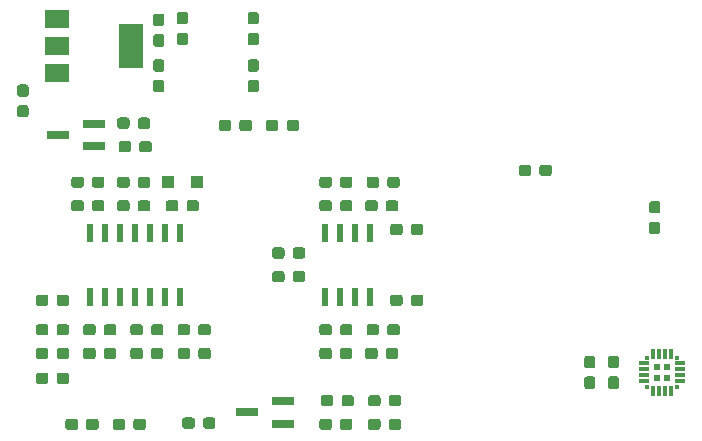
<source format=gtp>
G04 #@! TF.GenerationSoftware,KiCad,Pcbnew,6.0.0-rc1-unknown-179dfa0~84~ubuntu18.04.1*
G04 #@! TF.CreationDate,2019-04-16T21:03:25-07:00
G04 #@! TF.ProjectId,big_battery_v3,6269675f-6261-4747-9465-72795f76332e,rev?*
G04 #@! TF.SameCoordinates,Original*
G04 #@! TF.FileFunction,Paste,Top*
G04 #@! TF.FilePolarity,Positive*
%FSLAX46Y46*%
G04 Gerber Fmt 4.6, Leading zero omitted, Abs format (unit mm)*
G04 Created by KiCad (PCBNEW 6.0.0-rc1-unknown-179dfa0~84~ubuntu18.04.1) date Tue 16 Apr 2019 09:03:25 PM PDT*
%MOMM*%
%LPD*%
G04 APERTURE LIST*
%ADD10R,1.000000X1.000000*%
%ADD11R,0.300000X0.300000*%
%ADD12R,0.900000X0.300000*%
%ADD13R,0.300000X0.900000*%
%ADD14R,0.540000X0.540000*%
%ADD15C,0.100000*%
%ADD16C,0.950000*%
%ADD17R,0.600000X1.550000*%
%ADD18R,1.900000X0.800000*%
%ADD19R,0.600000X1.500000*%
%ADD20R,2.000000X3.800000*%
%ADD21R,2.000000X1.500000*%
G04 APERTURE END LIST*
D10*
X18750000Y-16000000D03*
X21250000Y-16000000D03*
D11*
X59350000Y-30850000D03*
D12*
X59050000Y-31350000D03*
X59050000Y-31850000D03*
X59050000Y-32350000D03*
X59050000Y-32850000D03*
D11*
X59350000Y-33350000D03*
D13*
X59850000Y-33650000D03*
X60350000Y-33650000D03*
X60850000Y-33650000D03*
X61350000Y-33650000D03*
D11*
X61850000Y-33350000D03*
D12*
X62150000Y-32850000D03*
X62150000Y-32350000D03*
X62150000Y-31850000D03*
X62150000Y-31350000D03*
D11*
X61850000Y-30850000D03*
D13*
X61350000Y-30550000D03*
X60850000Y-30550000D03*
X60350000Y-30550000D03*
X59850000Y-30550000D03*
D14*
X60150000Y-31650000D03*
X60150000Y-32550000D03*
X61050000Y-31650000D03*
X61050000Y-32550000D03*
D15*
G36*
X8435779Y-32126144D02*
G01*
X8458834Y-32129563D01*
X8481443Y-32135227D01*
X8503387Y-32143079D01*
X8524457Y-32153044D01*
X8544448Y-32165026D01*
X8563168Y-32178910D01*
X8580438Y-32194562D01*
X8596090Y-32211832D01*
X8609974Y-32230552D01*
X8621956Y-32250543D01*
X8631921Y-32271613D01*
X8639773Y-32293557D01*
X8645437Y-32316166D01*
X8648856Y-32339221D01*
X8650000Y-32362500D01*
X8650000Y-32837500D01*
X8648856Y-32860779D01*
X8645437Y-32883834D01*
X8639773Y-32906443D01*
X8631921Y-32928387D01*
X8621956Y-32949457D01*
X8609974Y-32969448D01*
X8596090Y-32988168D01*
X8580438Y-33005438D01*
X8563168Y-33021090D01*
X8544448Y-33034974D01*
X8524457Y-33046956D01*
X8503387Y-33056921D01*
X8481443Y-33064773D01*
X8458834Y-33070437D01*
X8435779Y-33073856D01*
X8412500Y-33075000D01*
X7837500Y-33075000D01*
X7814221Y-33073856D01*
X7791166Y-33070437D01*
X7768557Y-33064773D01*
X7746613Y-33056921D01*
X7725543Y-33046956D01*
X7705552Y-33034974D01*
X7686832Y-33021090D01*
X7669562Y-33005438D01*
X7653910Y-32988168D01*
X7640026Y-32969448D01*
X7628044Y-32949457D01*
X7618079Y-32928387D01*
X7610227Y-32906443D01*
X7604563Y-32883834D01*
X7601144Y-32860779D01*
X7600000Y-32837500D01*
X7600000Y-32362500D01*
X7601144Y-32339221D01*
X7604563Y-32316166D01*
X7610227Y-32293557D01*
X7618079Y-32271613D01*
X7628044Y-32250543D01*
X7640026Y-32230552D01*
X7653910Y-32211832D01*
X7669562Y-32194562D01*
X7686832Y-32178910D01*
X7705552Y-32165026D01*
X7725543Y-32153044D01*
X7746613Y-32143079D01*
X7768557Y-32135227D01*
X7791166Y-32129563D01*
X7814221Y-32126144D01*
X7837500Y-32125000D01*
X8412500Y-32125000D01*
X8435779Y-32126144D01*
X8435779Y-32126144D01*
G37*
D16*
X8125000Y-32600000D03*
D15*
G36*
X10185779Y-32126144D02*
G01*
X10208834Y-32129563D01*
X10231443Y-32135227D01*
X10253387Y-32143079D01*
X10274457Y-32153044D01*
X10294448Y-32165026D01*
X10313168Y-32178910D01*
X10330438Y-32194562D01*
X10346090Y-32211832D01*
X10359974Y-32230552D01*
X10371956Y-32250543D01*
X10381921Y-32271613D01*
X10389773Y-32293557D01*
X10395437Y-32316166D01*
X10398856Y-32339221D01*
X10400000Y-32362500D01*
X10400000Y-32837500D01*
X10398856Y-32860779D01*
X10395437Y-32883834D01*
X10389773Y-32906443D01*
X10381921Y-32928387D01*
X10371956Y-32949457D01*
X10359974Y-32969448D01*
X10346090Y-32988168D01*
X10330438Y-33005438D01*
X10313168Y-33021090D01*
X10294448Y-33034974D01*
X10274457Y-33046956D01*
X10253387Y-33056921D01*
X10231443Y-33064773D01*
X10208834Y-33070437D01*
X10185779Y-33073856D01*
X10162500Y-33075000D01*
X9587500Y-33075000D01*
X9564221Y-33073856D01*
X9541166Y-33070437D01*
X9518557Y-33064773D01*
X9496613Y-33056921D01*
X9475543Y-33046956D01*
X9455552Y-33034974D01*
X9436832Y-33021090D01*
X9419562Y-33005438D01*
X9403910Y-32988168D01*
X9390026Y-32969448D01*
X9378044Y-32949457D01*
X9368079Y-32928387D01*
X9360227Y-32906443D01*
X9354563Y-32883834D01*
X9351144Y-32860779D01*
X9350000Y-32837500D01*
X9350000Y-32362500D01*
X9351144Y-32339221D01*
X9354563Y-32316166D01*
X9360227Y-32293557D01*
X9368079Y-32271613D01*
X9378044Y-32250543D01*
X9390026Y-32230552D01*
X9403910Y-32211832D01*
X9419562Y-32194562D01*
X9436832Y-32178910D01*
X9455552Y-32165026D01*
X9475543Y-32153044D01*
X9496613Y-32143079D01*
X9518557Y-32135227D01*
X9541166Y-32129563D01*
X9564221Y-32126144D01*
X9587500Y-32125000D01*
X10162500Y-32125000D01*
X10185779Y-32126144D01*
X10185779Y-32126144D01*
G37*
D16*
X9875000Y-32600000D03*
D15*
G36*
X51060779Y-14526144D02*
G01*
X51083834Y-14529563D01*
X51106443Y-14535227D01*
X51128387Y-14543079D01*
X51149457Y-14553044D01*
X51169448Y-14565026D01*
X51188168Y-14578910D01*
X51205438Y-14594562D01*
X51221090Y-14611832D01*
X51234974Y-14630552D01*
X51246956Y-14650543D01*
X51256921Y-14671613D01*
X51264773Y-14693557D01*
X51270437Y-14716166D01*
X51273856Y-14739221D01*
X51275000Y-14762500D01*
X51275000Y-15237500D01*
X51273856Y-15260779D01*
X51270437Y-15283834D01*
X51264773Y-15306443D01*
X51256921Y-15328387D01*
X51246956Y-15349457D01*
X51234974Y-15369448D01*
X51221090Y-15388168D01*
X51205438Y-15405438D01*
X51188168Y-15421090D01*
X51169448Y-15434974D01*
X51149457Y-15446956D01*
X51128387Y-15456921D01*
X51106443Y-15464773D01*
X51083834Y-15470437D01*
X51060779Y-15473856D01*
X51037500Y-15475000D01*
X50462500Y-15475000D01*
X50439221Y-15473856D01*
X50416166Y-15470437D01*
X50393557Y-15464773D01*
X50371613Y-15456921D01*
X50350543Y-15446956D01*
X50330552Y-15434974D01*
X50311832Y-15421090D01*
X50294562Y-15405438D01*
X50278910Y-15388168D01*
X50265026Y-15369448D01*
X50253044Y-15349457D01*
X50243079Y-15328387D01*
X50235227Y-15306443D01*
X50229563Y-15283834D01*
X50226144Y-15260779D01*
X50225000Y-15237500D01*
X50225000Y-14762500D01*
X50226144Y-14739221D01*
X50229563Y-14716166D01*
X50235227Y-14693557D01*
X50243079Y-14671613D01*
X50253044Y-14650543D01*
X50265026Y-14630552D01*
X50278910Y-14611832D01*
X50294562Y-14594562D01*
X50311832Y-14578910D01*
X50330552Y-14565026D01*
X50350543Y-14553044D01*
X50371613Y-14543079D01*
X50393557Y-14535227D01*
X50416166Y-14529563D01*
X50439221Y-14526144D01*
X50462500Y-14525000D01*
X51037500Y-14525000D01*
X51060779Y-14526144D01*
X51060779Y-14526144D01*
G37*
D16*
X50750000Y-15000000D03*
D15*
G36*
X49310779Y-14526144D02*
G01*
X49333834Y-14529563D01*
X49356443Y-14535227D01*
X49378387Y-14543079D01*
X49399457Y-14553044D01*
X49419448Y-14565026D01*
X49438168Y-14578910D01*
X49455438Y-14594562D01*
X49471090Y-14611832D01*
X49484974Y-14630552D01*
X49496956Y-14650543D01*
X49506921Y-14671613D01*
X49514773Y-14693557D01*
X49520437Y-14716166D01*
X49523856Y-14739221D01*
X49525000Y-14762500D01*
X49525000Y-15237500D01*
X49523856Y-15260779D01*
X49520437Y-15283834D01*
X49514773Y-15306443D01*
X49506921Y-15328387D01*
X49496956Y-15349457D01*
X49484974Y-15369448D01*
X49471090Y-15388168D01*
X49455438Y-15405438D01*
X49438168Y-15421090D01*
X49419448Y-15434974D01*
X49399457Y-15446956D01*
X49378387Y-15456921D01*
X49356443Y-15464773D01*
X49333834Y-15470437D01*
X49310779Y-15473856D01*
X49287500Y-15475000D01*
X48712500Y-15475000D01*
X48689221Y-15473856D01*
X48666166Y-15470437D01*
X48643557Y-15464773D01*
X48621613Y-15456921D01*
X48600543Y-15446956D01*
X48580552Y-15434974D01*
X48561832Y-15421090D01*
X48544562Y-15405438D01*
X48528910Y-15388168D01*
X48515026Y-15369448D01*
X48503044Y-15349457D01*
X48493079Y-15328387D01*
X48485227Y-15306443D01*
X48479563Y-15283834D01*
X48476144Y-15260779D01*
X48475000Y-15237500D01*
X48475000Y-14762500D01*
X48476144Y-14739221D01*
X48479563Y-14716166D01*
X48485227Y-14693557D01*
X48493079Y-14671613D01*
X48503044Y-14650543D01*
X48515026Y-14630552D01*
X48528910Y-14611832D01*
X48544562Y-14594562D01*
X48561832Y-14578910D01*
X48580552Y-14565026D01*
X48600543Y-14553044D01*
X48621613Y-14543079D01*
X48643557Y-14535227D01*
X48666166Y-14529563D01*
X48689221Y-14526144D01*
X48712500Y-14525000D01*
X49287500Y-14525000D01*
X49310779Y-14526144D01*
X49310779Y-14526144D01*
G37*
D16*
X49000000Y-15000000D03*
D15*
G36*
X60260779Y-17601144D02*
G01*
X60283834Y-17604563D01*
X60306443Y-17610227D01*
X60328387Y-17618079D01*
X60349457Y-17628044D01*
X60369448Y-17640026D01*
X60388168Y-17653910D01*
X60405438Y-17669562D01*
X60421090Y-17686832D01*
X60434974Y-17705552D01*
X60446956Y-17725543D01*
X60456921Y-17746613D01*
X60464773Y-17768557D01*
X60470437Y-17791166D01*
X60473856Y-17814221D01*
X60475000Y-17837500D01*
X60475000Y-18412500D01*
X60473856Y-18435779D01*
X60470437Y-18458834D01*
X60464773Y-18481443D01*
X60456921Y-18503387D01*
X60446956Y-18524457D01*
X60434974Y-18544448D01*
X60421090Y-18563168D01*
X60405438Y-18580438D01*
X60388168Y-18596090D01*
X60369448Y-18609974D01*
X60349457Y-18621956D01*
X60328387Y-18631921D01*
X60306443Y-18639773D01*
X60283834Y-18645437D01*
X60260779Y-18648856D01*
X60237500Y-18650000D01*
X59762500Y-18650000D01*
X59739221Y-18648856D01*
X59716166Y-18645437D01*
X59693557Y-18639773D01*
X59671613Y-18631921D01*
X59650543Y-18621956D01*
X59630552Y-18609974D01*
X59611832Y-18596090D01*
X59594562Y-18580438D01*
X59578910Y-18563168D01*
X59565026Y-18544448D01*
X59553044Y-18524457D01*
X59543079Y-18503387D01*
X59535227Y-18481443D01*
X59529563Y-18458834D01*
X59526144Y-18435779D01*
X59525000Y-18412500D01*
X59525000Y-17837500D01*
X59526144Y-17814221D01*
X59529563Y-17791166D01*
X59535227Y-17768557D01*
X59543079Y-17746613D01*
X59553044Y-17725543D01*
X59565026Y-17705552D01*
X59578910Y-17686832D01*
X59594562Y-17669562D01*
X59611832Y-17653910D01*
X59630552Y-17640026D01*
X59650543Y-17628044D01*
X59671613Y-17618079D01*
X59693557Y-17610227D01*
X59716166Y-17604563D01*
X59739221Y-17601144D01*
X59762500Y-17600000D01*
X60237500Y-17600000D01*
X60260779Y-17601144D01*
X60260779Y-17601144D01*
G37*
D16*
X60000000Y-18125000D03*
D15*
G36*
X60260779Y-19351144D02*
G01*
X60283834Y-19354563D01*
X60306443Y-19360227D01*
X60328387Y-19368079D01*
X60349457Y-19378044D01*
X60369448Y-19390026D01*
X60388168Y-19403910D01*
X60405438Y-19419562D01*
X60421090Y-19436832D01*
X60434974Y-19455552D01*
X60446956Y-19475543D01*
X60456921Y-19496613D01*
X60464773Y-19518557D01*
X60470437Y-19541166D01*
X60473856Y-19564221D01*
X60475000Y-19587500D01*
X60475000Y-20162500D01*
X60473856Y-20185779D01*
X60470437Y-20208834D01*
X60464773Y-20231443D01*
X60456921Y-20253387D01*
X60446956Y-20274457D01*
X60434974Y-20294448D01*
X60421090Y-20313168D01*
X60405438Y-20330438D01*
X60388168Y-20346090D01*
X60369448Y-20359974D01*
X60349457Y-20371956D01*
X60328387Y-20381921D01*
X60306443Y-20389773D01*
X60283834Y-20395437D01*
X60260779Y-20398856D01*
X60237500Y-20400000D01*
X59762500Y-20400000D01*
X59739221Y-20398856D01*
X59716166Y-20395437D01*
X59693557Y-20389773D01*
X59671613Y-20381921D01*
X59650543Y-20371956D01*
X59630552Y-20359974D01*
X59611832Y-20346090D01*
X59594562Y-20330438D01*
X59578910Y-20313168D01*
X59565026Y-20294448D01*
X59553044Y-20274457D01*
X59543079Y-20253387D01*
X59535227Y-20231443D01*
X59529563Y-20208834D01*
X59526144Y-20185779D01*
X59525000Y-20162500D01*
X59525000Y-19587500D01*
X59526144Y-19564221D01*
X59529563Y-19541166D01*
X59535227Y-19518557D01*
X59543079Y-19496613D01*
X59553044Y-19475543D01*
X59565026Y-19455552D01*
X59578910Y-19436832D01*
X59594562Y-19419562D01*
X59611832Y-19403910D01*
X59630552Y-19390026D01*
X59650543Y-19378044D01*
X59671613Y-19368079D01*
X59693557Y-19360227D01*
X59716166Y-19354563D01*
X59739221Y-19351144D01*
X59762500Y-19350000D01*
X60237500Y-19350000D01*
X60260779Y-19351144D01*
X60260779Y-19351144D01*
G37*
D16*
X60000000Y-19875000D03*
D15*
G36*
X36435779Y-15526144D02*
G01*
X36458834Y-15529563D01*
X36481443Y-15535227D01*
X36503387Y-15543079D01*
X36524457Y-15553044D01*
X36544448Y-15565026D01*
X36563168Y-15578910D01*
X36580438Y-15594562D01*
X36596090Y-15611832D01*
X36609974Y-15630552D01*
X36621956Y-15650543D01*
X36631921Y-15671613D01*
X36639773Y-15693557D01*
X36645437Y-15716166D01*
X36648856Y-15739221D01*
X36650000Y-15762500D01*
X36650000Y-16237500D01*
X36648856Y-16260779D01*
X36645437Y-16283834D01*
X36639773Y-16306443D01*
X36631921Y-16328387D01*
X36621956Y-16349457D01*
X36609974Y-16369448D01*
X36596090Y-16388168D01*
X36580438Y-16405438D01*
X36563168Y-16421090D01*
X36544448Y-16434974D01*
X36524457Y-16446956D01*
X36503387Y-16456921D01*
X36481443Y-16464773D01*
X36458834Y-16470437D01*
X36435779Y-16473856D01*
X36412500Y-16475000D01*
X35837500Y-16475000D01*
X35814221Y-16473856D01*
X35791166Y-16470437D01*
X35768557Y-16464773D01*
X35746613Y-16456921D01*
X35725543Y-16446956D01*
X35705552Y-16434974D01*
X35686832Y-16421090D01*
X35669562Y-16405438D01*
X35653910Y-16388168D01*
X35640026Y-16369448D01*
X35628044Y-16349457D01*
X35618079Y-16328387D01*
X35610227Y-16306443D01*
X35604563Y-16283834D01*
X35601144Y-16260779D01*
X35600000Y-16237500D01*
X35600000Y-15762500D01*
X35601144Y-15739221D01*
X35604563Y-15716166D01*
X35610227Y-15693557D01*
X35618079Y-15671613D01*
X35628044Y-15650543D01*
X35640026Y-15630552D01*
X35653910Y-15611832D01*
X35669562Y-15594562D01*
X35686832Y-15578910D01*
X35705552Y-15565026D01*
X35725543Y-15553044D01*
X35746613Y-15543079D01*
X35768557Y-15535227D01*
X35791166Y-15529563D01*
X35814221Y-15526144D01*
X35837500Y-15525000D01*
X36412500Y-15525000D01*
X36435779Y-15526144D01*
X36435779Y-15526144D01*
G37*
D16*
X36125000Y-16000000D03*
D15*
G36*
X38185779Y-15526144D02*
G01*
X38208834Y-15529563D01*
X38231443Y-15535227D01*
X38253387Y-15543079D01*
X38274457Y-15553044D01*
X38294448Y-15565026D01*
X38313168Y-15578910D01*
X38330438Y-15594562D01*
X38346090Y-15611832D01*
X38359974Y-15630552D01*
X38371956Y-15650543D01*
X38381921Y-15671613D01*
X38389773Y-15693557D01*
X38395437Y-15716166D01*
X38398856Y-15739221D01*
X38400000Y-15762500D01*
X38400000Y-16237500D01*
X38398856Y-16260779D01*
X38395437Y-16283834D01*
X38389773Y-16306443D01*
X38381921Y-16328387D01*
X38371956Y-16349457D01*
X38359974Y-16369448D01*
X38346090Y-16388168D01*
X38330438Y-16405438D01*
X38313168Y-16421090D01*
X38294448Y-16434974D01*
X38274457Y-16446956D01*
X38253387Y-16456921D01*
X38231443Y-16464773D01*
X38208834Y-16470437D01*
X38185779Y-16473856D01*
X38162500Y-16475000D01*
X37587500Y-16475000D01*
X37564221Y-16473856D01*
X37541166Y-16470437D01*
X37518557Y-16464773D01*
X37496613Y-16456921D01*
X37475543Y-16446956D01*
X37455552Y-16434974D01*
X37436832Y-16421090D01*
X37419562Y-16405438D01*
X37403910Y-16388168D01*
X37390026Y-16369448D01*
X37378044Y-16349457D01*
X37368079Y-16328387D01*
X37360227Y-16306443D01*
X37354563Y-16283834D01*
X37351144Y-16260779D01*
X37350000Y-16237500D01*
X37350000Y-15762500D01*
X37351144Y-15739221D01*
X37354563Y-15716166D01*
X37360227Y-15693557D01*
X37368079Y-15671613D01*
X37378044Y-15650543D01*
X37390026Y-15630552D01*
X37403910Y-15611832D01*
X37419562Y-15594562D01*
X37436832Y-15578910D01*
X37455552Y-15565026D01*
X37475543Y-15553044D01*
X37496613Y-15543079D01*
X37518557Y-15535227D01*
X37541166Y-15529563D01*
X37564221Y-15526144D01*
X37587500Y-15525000D01*
X38162500Y-15525000D01*
X38185779Y-15526144D01*
X38185779Y-15526144D01*
G37*
D16*
X37875000Y-16000000D03*
D15*
G36*
X56760779Y-32451144D02*
G01*
X56783834Y-32454563D01*
X56806443Y-32460227D01*
X56828387Y-32468079D01*
X56849457Y-32478044D01*
X56869448Y-32490026D01*
X56888168Y-32503910D01*
X56905438Y-32519562D01*
X56921090Y-32536832D01*
X56934974Y-32555552D01*
X56946956Y-32575543D01*
X56956921Y-32596613D01*
X56964773Y-32618557D01*
X56970437Y-32641166D01*
X56973856Y-32664221D01*
X56975000Y-32687500D01*
X56975000Y-33262500D01*
X56973856Y-33285779D01*
X56970437Y-33308834D01*
X56964773Y-33331443D01*
X56956921Y-33353387D01*
X56946956Y-33374457D01*
X56934974Y-33394448D01*
X56921090Y-33413168D01*
X56905438Y-33430438D01*
X56888168Y-33446090D01*
X56869448Y-33459974D01*
X56849457Y-33471956D01*
X56828387Y-33481921D01*
X56806443Y-33489773D01*
X56783834Y-33495437D01*
X56760779Y-33498856D01*
X56737500Y-33500000D01*
X56262500Y-33500000D01*
X56239221Y-33498856D01*
X56216166Y-33495437D01*
X56193557Y-33489773D01*
X56171613Y-33481921D01*
X56150543Y-33471956D01*
X56130552Y-33459974D01*
X56111832Y-33446090D01*
X56094562Y-33430438D01*
X56078910Y-33413168D01*
X56065026Y-33394448D01*
X56053044Y-33374457D01*
X56043079Y-33353387D01*
X56035227Y-33331443D01*
X56029563Y-33308834D01*
X56026144Y-33285779D01*
X56025000Y-33262500D01*
X56025000Y-32687500D01*
X56026144Y-32664221D01*
X56029563Y-32641166D01*
X56035227Y-32618557D01*
X56043079Y-32596613D01*
X56053044Y-32575543D01*
X56065026Y-32555552D01*
X56078910Y-32536832D01*
X56094562Y-32519562D01*
X56111832Y-32503910D01*
X56130552Y-32490026D01*
X56150543Y-32478044D01*
X56171613Y-32468079D01*
X56193557Y-32460227D01*
X56216166Y-32454563D01*
X56239221Y-32451144D01*
X56262500Y-32450000D01*
X56737500Y-32450000D01*
X56760779Y-32451144D01*
X56760779Y-32451144D01*
G37*
D16*
X56500000Y-32975000D03*
D15*
G36*
X56760779Y-30701144D02*
G01*
X56783834Y-30704563D01*
X56806443Y-30710227D01*
X56828387Y-30718079D01*
X56849457Y-30728044D01*
X56869448Y-30740026D01*
X56888168Y-30753910D01*
X56905438Y-30769562D01*
X56921090Y-30786832D01*
X56934974Y-30805552D01*
X56946956Y-30825543D01*
X56956921Y-30846613D01*
X56964773Y-30868557D01*
X56970437Y-30891166D01*
X56973856Y-30914221D01*
X56975000Y-30937500D01*
X56975000Y-31512500D01*
X56973856Y-31535779D01*
X56970437Y-31558834D01*
X56964773Y-31581443D01*
X56956921Y-31603387D01*
X56946956Y-31624457D01*
X56934974Y-31644448D01*
X56921090Y-31663168D01*
X56905438Y-31680438D01*
X56888168Y-31696090D01*
X56869448Y-31709974D01*
X56849457Y-31721956D01*
X56828387Y-31731921D01*
X56806443Y-31739773D01*
X56783834Y-31745437D01*
X56760779Y-31748856D01*
X56737500Y-31750000D01*
X56262500Y-31750000D01*
X56239221Y-31748856D01*
X56216166Y-31745437D01*
X56193557Y-31739773D01*
X56171613Y-31731921D01*
X56150543Y-31721956D01*
X56130552Y-31709974D01*
X56111832Y-31696090D01*
X56094562Y-31680438D01*
X56078910Y-31663168D01*
X56065026Y-31644448D01*
X56053044Y-31624457D01*
X56043079Y-31603387D01*
X56035227Y-31581443D01*
X56029563Y-31558834D01*
X56026144Y-31535779D01*
X56025000Y-31512500D01*
X56025000Y-30937500D01*
X56026144Y-30914221D01*
X56029563Y-30891166D01*
X56035227Y-30868557D01*
X56043079Y-30846613D01*
X56053044Y-30825543D01*
X56065026Y-30805552D01*
X56078910Y-30786832D01*
X56094562Y-30769562D01*
X56111832Y-30753910D01*
X56130552Y-30740026D01*
X56150543Y-30728044D01*
X56171613Y-30718079D01*
X56193557Y-30710227D01*
X56216166Y-30704563D01*
X56239221Y-30701144D01*
X56262500Y-30700000D01*
X56737500Y-30700000D01*
X56760779Y-30701144D01*
X56760779Y-30701144D01*
G37*
D16*
X56500000Y-31225000D03*
D15*
G36*
X28435779Y-21526144D02*
G01*
X28458834Y-21529563D01*
X28481443Y-21535227D01*
X28503387Y-21543079D01*
X28524457Y-21553044D01*
X28544448Y-21565026D01*
X28563168Y-21578910D01*
X28580438Y-21594562D01*
X28596090Y-21611832D01*
X28609974Y-21630552D01*
X28621956Y-21650543D01*
X28631921Y-21671613D01*
X28639773Y-21693557D01*
X28645437Y-21716166D01*
X28648856Y-21739221D01*
X28650000Y-21762500D01*
X28650000Y-22237500D01*
X28648856Y-22260779D01*
X28645437Y-22283834D01*
X28639773Y-22306443D01*
X28631921Y-22328387D01*
X28621956Y-22349457D01*
X28609974Y-22369448D01*
X28596090Y-22388168D01*
X28580438Y-22405438D01*
X28563168Y-22421090D01*
X28544448Y-22434974D01*
X28524457Y-22446956D01*
X28503387Y-22456921D01*
X28481443Y-22464773D01*
X28458834Y-22470437D01*
X28435779Y-22473856D01*
X28412500Y-22475000D01*
X27837500Y-22475000D01*
X27814221Y-22473856D01*
X27791166Y-22470437D01*
X27768557Y-22464773D01*
X27746613Y-22456921D01*
X27725543Y-22446956D01*
X27705552Y-22434974D01*
X27686832Y-22421090D01*
X27669562Y-22405438D01*
X27653910Y-22388168D01*
X27640026Y-22369448D01*
X27628044Y-22349457D01*
X27618079Y-22328387D01*
X27610227Y-22306443D01*
X27604563Y-22283834D01*
X27601144Y-22260779D01*
X27600000Y-22237500D01*
X27600000Y-21762500D01*
X27601144Y-21739221D01*
X27604563Y-21716166D01*
X27610227Y-21693557D01*
X27618079Y-21671613D01*
X27628044Y-21650543D01*
X27640026Y-21630552D01*
X27653910Y-21611832D01*
X27669562Y-21594562D01*
X27686832Y-21578910D01*
X27705552Y-21565026D01*
X27725543Y-21553044D01*
X27746613Y-21543079D01*
X27768557Y-21535227D01*
X27791166Y-21529563D01*
X27814221Y-21526144D01*
X27837500Y-21525000D01*
X28412500Y-21525000D01*
X28435779Y-21526144D01*
X28435779Y-21526144D01*
G37*
D16*
X28125000Y-22000000D03*
D15*
G36*
X30185779Y-21526144D02*
G01*
X30208834Y-21529563D01*
X30231443Y-21535227D01*
X30253387Y-21543079D01*
X30274457Y-21553044D01*
X30294448Y-21565026D01*
X30313168Y-21578910D01*
X30330438Y-21594562D01*
X30346090Y-21611832D01*
X30359974Y-21630552D01*
X30371956Y-21650543D01*
X30381921Y-21671613D01*
X30389773Y-21693557D01*
X30395437Y-21716166D01*
X30398856Y-21739221D01*
X30400000Y-21762500D01*
X30400000Y-22237500D01*
X30398856Y-22260779D01*
X30395437Y-22283834D01*
X30389773Y-22306443D01*
X30381921Y-22328387D01*
X30371956Y-22349457D01*
X30359974Y-22369448D01*
X30346090Y-22388168D01*
X30330438Y-22405438D01*
X30313168Y-22421090D01*
X30294448Y-22434974D01*
X30274457Y-22446956D01*
X30253387Y-22456921D01*
X30231443Y-22464773D01*
X30208834Y-22470437D01*
X30185779Y-22473856D01*
X30162500Y-22475000D01*
X29587500Y-22475000D01*
X29564221Y-22473856D01*
X29541166Y-22470437D01*
X29518557Y-22464773D01*
X29496613Y-22456921D01*
X29475543Y-22446956D01*
X29455552Y-22434974D01*
X29436832Y-22421090D01*
X29419562Y-22405438D01*
X29403910Y-22388168D01*
X29390026Y-22369448D01*
X29378044Y-22349457D01*
X29368079Y-22328387D01*
X29360227Y-22306443D01*
X29354563Y-22283834D01*
X29351144Y-22260779D01*
X29350000Y-22237500D01*
X29350000Y-21762500D01*
X29351144Y-21739221D01*
X29354563Y-21716166D01*
X29360227Y-21693557D01*
X29368079Y-21671613D01*
X29378044Y-21650543D01*
X29390026Y-21630552D01*
X29403910Y-21611832D01*
X29419562Y-21594562D01*
X29436832Y-21578910D01*
X29455552Y-21565026D01*
X29475543Y-21553044D01*
X29496613Y-21543079D01*
X29518557Y-21535227D01*
X29541166Y-21529563D01*
X29564221Y-21526144D01*
X29587500Y-21525000D01*
X30162500Y-21525000D01*
X30185779Y-21526144D01*
X30185779Y-21526144D01*
G37*
D16*
X29875000Y-22000000D03*
D15*
G36*
X38060779Y-30026144D02*
G01*
X38083834Y-30029563D01*
X38106443Y-30035227D01*
X38128387Y-30043079D01*
X38149457Y-30053044D01*
X38169448Y-30065026D01*
X38188168Y-30078910D01*
X38205438Y-30094562D01*
X38221090Y-30111832D01*
X38234974Y-30130552D01*
X38246956Y-30150543D01*
X38256921Y-30171613D01*
X38264773Y-30193557D01*
X38270437Y-30216166D01*
X38273856Y-30239221D01*
X38275000Y-30262500D01*
X38275000Y-30737500D01*
X38273856Y-30760779D01*
X38270437Y-30783834D01*
X38264773Y-30806443D01*
X38256921Y-30828387D01*
X38246956Y-30849457D01*
X38234974Y-30869448D01*
X38221090Y-30888168D01*
X38205438Y-30905438D01*
X38188168Y-30921090D01*
X38169448Y-30934974D01*
X38149457Y-30946956D01*
X38128387Y-30956921D01*
X38106443Y-30964773D01*
X38083834Y-30970437D01*
X38060779Y-30973856D01*
X38037500Y-30975000D01*
X37462500Y-30975000D01*
X37439221Y-30973856D01*
X37416166Y-30970437D01*
X37393557Y-30964773D01*
X37371613Y-30956921D01*
X37350543Y-30946956D01*
X37330552Y-30934974D01*
X37311832Y-30921090D01*
X37294562Y-30905438D01*
X37278910Y-30888168D01*
X37265026Y-30869448D01*
X37253044Y-30849457D01*
X37243079Y-30828387D01*
X37235227Y-30806443D01*
X37229563Y-30783834D01*
X37226144Y-30760779D01*
X37225000Y-30737500D01*
X37225000Y-30262500D01*
X37226144Y-30239221D01*
X37229563Y-30216166D01*
X37235227Y-30193557D01*
X37243079Y-30171613D01*
X37253044Y-30150543D01*
X37265026Y-30130552D01*
X37278910Y-30111832D01*
X37294562Y-30094562D01*
X37311832Y-30078910D01*
X37330552Y-30065026D01*
X37350543Y-30053044D01*
X37371613Y-30043079D01*
X37393557Y-30035227D01*
X37416166Y-30029563D01*
X37439221Y-30026144D01*
X37462500Y-30025000D01*
X38037500Y-30025000D01*
X38060779Y-30026144D01*
X38060779Y-30026144D01*
G37*
D16*
X37750000Y-30500000D03*
D15*
G36*
X36310779Y-30026144D02*
G01*
X36333834Y-30029563D01*
X36356443Y-30035227D01*
X36378387Y-30043079D01*
X36399457Y-30053044D01*
X36419448Y-30065026D01*
X36438168Y-30078910D01*
X36455438Y-30094562D01*
X36471090Y-30111832D01*
X36484974Y-30130552D01*
X36496956Y-30150543D01*
X36506921Y-30171613D01*
X36514773Y-30193557D01*
X36520437Y-30216166D01*
X36523856Y-30239221D01*
X36525000Y-30262500D01*
X36525000Y-30737500D01*
X36523856Y-30760779D01*
X36520437Y-30783834D01*
X36514773Y-30806443D01*
X36506921Y-30828387D01*
X36496956Y-30849457D01*
X36484974Y-30869448D01*
X36471090Y-30888168D01*
X36455438Y-30905438D01*
X36438168Y-30921090D01*
X36419448Y-30934974D01*
X36399457Y-30946956D01*
X36378387Y-30956921D01*
X36356443Y-30964773D01*
X36333834Y-30970437D01*
X36310779Y-30973856D01*
X36287500Y-30975000D01*
X35712500Y-30975000D01*
X35689221Y-30973856D01*
X35666166Y-30970437D01*
X35643557Y-30964773D01*
X35621613Y-30956921D01*
X35600543Y-30946956D01*
X35580552Y-30934974D01*
X35561832Y-30921090D01*
X35544562Y-30905438D01*
X35528910Y-30888168D01*
X35515026Y-30869448D01*
X35503044Y-30849457D01*
X35493079Y-30828387D01*
X35485227Y-30806443D01*
X35479563Y-30783834D01*
X35476144Y-30760779D01*
X35475000Y-30737500D01*
X35475000Y-30262500D01*
X35476144Y-30239221D01*
X35479563Y-30216166D01*
X35485227Y-30193557D01*
X35493079Y-30171613D01*
X35503044Y-30150543D01*
X35515026Y-30130552D01*
X35528910Y-30111832D01*
X35544562Y-30094562D01*
X35561832Y-30078910D01*
X35580552Y-30065026D01*
X35600543Y-30053044D01*
X35621613Y-30043079D01*
X35643557Y-30035227D01*
X35666166Y-30029563D01*
X35689221Y-30026144D01*
X35712500Y-30025000D01*
X36287500Y-30025000D01*
X36310779Y-30026144D01*
X36310779Y-30026144D01*
G37*
D16*
X36000000Y-30500000D03*
D15*
G36*
X54760779Y-32451144D02*
G01*
X54783834Y-32454563D01*
X54806443Y-32460227D01*
X54828387Y-32468079D01*
X54849457Y-32478044D01*
X54869448Y-32490026D01*
X54888168Y-32503910D01*
X54905438Y-32519562D01*
X54921090Y-32536832D01*
X54934974Y-32555552D01*
X54946956Y-32575543D01*
X54956921Y-32596613D01*
X54964773Y-32618557D01*
X54970437Y-32641166D01*
X54973856Y-32664221D01*
X54975000Y-32687500D01*
X54975000Y-33262500D01*
X54973856Y-33285779D01*
X54970437Y-33308834D01*
X54964773Y-33331443D01*
X54956921Y-33353387D01*
X54946956Y-33374457D01*
X54934974Y-33394448D01*
X54921090Y-33413168D01*
X54905438Y-33430438D01*
X54888168Y-33446090D01*
X54869448Y-33459974D01*
X54849457Y-33471956D01*
X54828387Y-33481921D01*
X54806443Y-33489773D01*
X54783834Y-33495437D01*
X54760779Y-33498856D01*
X54737500Y-33500000D01*
X54262500Y-33500000D01*
X54239221Y-33498856D01*
X54216166Y-33495437D01*
X54193557Y-33489773D01*
X54171613Y-33481921D01*
X54150543Y-33471956D01*
X54130552Y-33459974D01*
X54111832Y-33446090D01*
X54094562Y-33430438D01*
X54078910Y-33413168D01*
X54065026Y-33394448D01*
X54053044Y-33374457D01*
X54043079Y-33353387D01*
X54035227Y-33331443D01*
X54029563Y-33308834D01*
X54026144Y-33285779D01*
X54025000Y-33262500D01*
X54025000Y-32687500D01*
X54026144Y-32664221D01*
X54029563Y-32641166D01*
X54035227Y-32618557D01*
X54043079Y-32596613D01*
X54053044Y-32575543D01*
X54065026Y-32555552D01*
X54078910Y-32536832D01*
X54094562Y-32519562D01*
X54111832Y-32503910D01*
X54130552Y-32490026D01*
X54150543Y-32478044D01*
X54171613Y-32468079D01*
X54193557Y-32460227D01*
X54216166Y-32454563D01*
X54239221Y-32451144D01*
X54262500Y-32450000D01*
X54737500Y-32450000D01*
X54760779Y-32451144D01*
X54760779Y-32451144D01*
G37*
D16*
X54500000Y-32975000D03*
D15*
G36*
X54760779Y-30701144D02*
G01*
X54783834Y-30704563D01*
X54806443Y-30710227D01*
X54828387Y-30718079D01*
X54849457Y-30728044D01*
X54869448Y-30740026D01*
X54888168Y-30753910D01*
X54905438Y-30769562D01*
X54921090Y-30786832D01*
X54934974Y-30805552D01*
X54946956Y-30825543D01*
X54956921Y-30846613D01*
X54964773Y-30868557D01*
X54970437Y-30891166D01*
X54973856Y-30914221D01*
X54975000Y-30937500D01*
X54975000Y-31512500D01*
X54973856Y-31535779D01*
X54970437Y-31558834D01*
X54964773Y-31581443D01*
X54956921Y-31603387D01*
X54946956Y-31624457D01*
X54934974Y-31644448D01*
X54921090Y-31663168D01*
X54905438Y-31680438D01*
X54888168Y-31696090D01*
X54869448Y-31709974D01*
X54849457Y-31721956D01*
X54828387Y-31731921D01*
X54806443Y-31739773D01*
X54783834Y-31745437D01*
X54760779Y-31748856D01*
X54737500Y-31750000D01*
X54262500Y-31750000D01*
X54239221Y-31748856D01*
X54216166Y-31745437D01*
X54193557Y-31739773D01*
X54171613Y-31731921D01*
X54150543Y-31721956D01*
X54130552Y-31709974D01*
X54111832Y-31696090D01*
X54094562Y-31680438D01*
X54078910Y-31663168D01*
X54065026Y-31644448D01*
X54053044Y-31624457D01*
X54043079Y-31603387D01*
X54035227Y-31581443D01*
X54029563Y-31558834D01*
X54026144Y-31535779D01*
X54025000Y-31512500D01*
X54025000Y-30937500D01*
X54026144Y-30914221D01*
X54029563Y-30891166D01*
X54035227Y-30868557D01*
X54043079Y-30846613D01*
X54053044Y-30825543D01*
X54065026Y-30805552D01*
X54078910Y-30786832D01*
X54094562Y-30769562D01*
X54111832Y-30753910D01*
X54130552Y-30740026D01*
X54150543Y-30728044D01*
X54171613Y-30718079D01*
X54193557Y-30710227D01*
X54216166Y-30704563D01*
X54239221Y-30701144D01*
X54262500Y-30700000D01*
X54737500Y-30700000D01*
X54760779Y-30701144D01*
X54760779Y-30701144D01*
G37*
D16*
X54500000Y-31225000D03*
D15*
G36*
X38060779Y-17526144D02*
G01*
X38083834Y-17529563D01*
X38106443Y-17535227D01*
X38128387Y-17543079D01*
X38149457Y-17553044D01*
X38169448Y-17565026D01*
X38188168Y-17578910D01*
X38205438Y-17594562D01*
X38221090Y-17611832D01*
X38234974Y-17630552D01*
X38246956Y-17650543D01*
X38256921Y-17671613D01*
X38264773Y-17693557D01*
X38270437Y-17716166D01*
X38273856Y-17739221D01*
X38275000Y-17762500D01*
X38275000Y-18237500D01*
X38273856Y-18260779D01*
X38270437Y-18283834D01*
X38264773Y-18306443D01*
X38256921Y-18328387D01*
X38246956Y-18349457D01*
X38234974Y-18369448D01*
X38221090Y-18388168D01*
X38205438Y-18405438D01*
X38188168Y-18421090D01*
X38169448Y-18434974D01*
X38149457Y-18446956D01*
X38128387Y-18456921D01*
X38106443Y-18464773D01*
X38083834Y-18470437D01*
X38060779Y-18473856D01*
X38037500Y-18475000D01*
X37462500Y-18475000D01*
X37439221Y-18473856D01*
X37416166Y-18470437D01*
X37393557Y-18464773D01*
X37371613Y-18456921D01*
X37350543Y-18446956D01*
X37330552Y-18434974D01*
X37311832Y-18421090D01*
X37294562Y-18405438D01*
X37278910Y-18388168D01*
X37265026Y-18369448D01*
X37253044Y-18349457D01*
X37243079Y-18328387D01*
X37235227Y-18306443D01*
X37229563Y-18283834D01*
X37226144Y-18260779D01*
X37225000Y-18237500D01*
X37225000Y-17762500D01*
X37226144Y-17739221D01*
X37229563Y-17716166D01*
X37235227Y-17693557D01*
X37243079Y-17671613D01*
X37253044Y-17650543D01*
X37265026Y-17630552D01*
X37278910Y-17611832D01*
X37294562Y-17594562D01*
X37311832Y-17578910D01*
X37330552Y-17565026D01*
X37350543Y-17553044D01*
X37371613Y-17543079D01*
X37393557Y-17535227D01*
X37416166Y-17529563D01*
X37439221Y-17526144D01*
X37462500Y-17525000D01*
X38037500Y-17525000D01*
X38060779Y-17526144D01*
X38060779Y-17526144D01*
G37*
D16*
X37750000Y-18000000D03*
D15*
G36*
X36310779Y-17526144D02*
G01*
X36333834Y-17529563D01*
X36356443Y-17535227D01*
X36378387Y-17543079D01*
X36399457Y-17553044D01*
X36419448Y-17565026D01*
X36438168Y-17578910D01*
X36455438Y-17594562D01*
X36471090Y-17611832D01*
X36484974Y-17630552D01*
X36496956Y-17650543D01*
X36506921Y-17671613D01*
X36514773Y-17693557D01*
X36520437Y-17716166D01*
X36523856Y-17739221D01*
X36525000Y-17762500D01*
X36525000Y-18237500D01*
X36523856Y-18260779D01*
X36520437Y-18283834D01*
X36514773Y-18306443D01*
X36506921Y-18328387D01*
X36496956Y-18349457D01*
X36484974Y-18369448D01*
X36471090Y-18388168D01*
X36455438Y-18405438D01*
X36438168Y-18421090D01*
X36419448Y-18434974D01*
X36399457Y-18446956D01*
X36378387Y-18456921D01*
X36356443Y-18464773D01*
X36333834Y-18470437D01*
X36310779Y-18473856D01*
X36287500Y-18475000D01*
X35712500Y-18475000D01*
X35689221Y-18473856D01*
X35666166Y-18470437D01*
X35643557Y-18464773D01*
X35621613Y-18456921D01*
X35600543Y-18446956D01*
X35580552Y-18434974D01*
X35561832Y-18421090D01*
X35544562Y-18405438D01*
X35528910Y-18388168D01*
X35515026Y-18369448D01*
X35503044Y-18349457D01*
X35493079Y-18328387D01*
X35485227Y-18306443D01*
X35479563Y-18283834D01*
X35476144Y-18260779D01*
X35475000Y-18237500D01*
X35475000Y-17762500D01*
X35476144Y-17739221D01*
X35479563Y-17716166D01*
X35485227Y-17693557D01*
X35493079Y-17671613D01*
X35503044Y-17650543D01*
X35515026Y-17630552D01*
X35528910Y-17611832D01*
X35544562Y-17594562D01*
X35561832Y-17578910D01*
X35580552Y-17565026D01*
X35600543Y-17553044D01*
X35621613Y-17543079D01*
X35643557Y-17535227D01*
X35666166Y-17529563D01*
X35689221Y-17526144D01*
X35712500Y-17525000D01*
X36287500Y-17525000D01*
X36310779Y-17526144D01*
X36310779Y-17526144D01*
G37*
D16*
X36000000Y-18000000D03*
D15*
G36*
X30185779Y-23526144D02*
G01*
X30208834Y-23529563D01*
X30231443Y-23535227D01*
X30253387Y-23543079D01*
X30274457Y-23553044D01*
X30294448Y-23565026D01*
X30313168Y-23578910D01*
X30330438Y-23594562D01*
X30346090Y-23611832D01*
X30359974Y-23630552D01*
X30371956Y-23650543D01*
X30381921Y-23671613D01*
X30389773Y-23693557D01*
X30395437Y-23716166D01*
X30398856Y-23739221D01*
X30400000Y-23762500D01*
X30400000Y-24237500D01*
X30398856Y-24260779D01*
X30395437Y-24283834D01*
X30389773Y-24306443D01*
X30381921Y-24328387D01*
X30371956Y-24349457D01*
X30359974Y-24369448D01*
X30346090Y-24388168D01*
X30330438Y-24405438D01*
X30313168Y-24421090D01*
X30294448Y-24434974D01*
X30274457Y-24446956D01*
X30253387Y-24456921D01*
X30231443Y-24464773D01*
X30208834Y-24470437D01*
X30185779Y-24473856D01*
X30162500Y-24475000D01*
X29587500Y-24475000D01*
X29564221Y-24473856D01*
X29541166Y-24470437D01*
X29518557Y-24464773D01*
X29496613Y-24456921D01*
X29475543Y-24446956D01*
X29455552Y-24434974D01*
X29436832Y-24421090D01*
X29419562Y-24405438D01*
X29403910Y-24388168D01*
X29390026Y-24369448D01*
X29378044Y-24349457D01*
X29368079Y-24328387D01*
X29360227Y-24306443D01*
X29354563Y-24283834D01*
X29351144Y-24260779D01*
X29350000Y-24237500D01*
X29350000Y-23762500D01*
X29351144Y-23739221D01*
X29354563Y-23716166D01*
X29360227Y-23693557D01*
X29368079Y-23671613D01*
X29378044Y-23650543D01*
X29390026Y-23630552D01*
X29403910Y-23611832D01*
X29419562Y-23594562D01*
X29436832Y-23578910D01*
X29455552Y-23565026D01*
X29475543Y-23553044D01*
X29496613Y-23543079D01*
X29518557Y-23535227D01*
X29541166Y-23529563D01*
X29564221Y-23526144D01*
X29587500Y-23525000D01*
X30162500Y-23525000D01*
X30185779Y-23526144D01*
X30185779Y-23526144D01*
G37*
D16*
X29875000Y-24000000D03*
D15*
G36*
X28435779Y-23526144D02*
G01*
X28458834Y-23529563D01*
X28481443Y-23535227D01*
X28503387Y-23543079D01*
X28524457Y-23553044D01*
X28544448Y-23565026D01*
X28563168Y-23578910D01*
X28580438Y-23594562D01*
X28596090Y-23611832D01*
X28609974Y-23630552D01*
X28621956Y-23650543D01*
X28631921Y-23671613D01*
X28639773Y-23693557D01*
X28645437Y-23716166D01*
X28648856Y-23739221D01*
X28650000Y-23762500D01*
X28650000Y-24237500D01*
X28648856Y-24260779D01*
X28645437Y-24283834D01*
X28639773Y-24306443D01*
X28631921Y-24328387D01*
X28621956Y-24349457D01*
X28609974Y-24369448D01*
X28596090Y-24388168D01*
X28580438Y-24405438D01*
X28563168Y-24421090D01*
X28544448Y-24434974D01*
X28524457Y-24446956D01*
X28503387Y-24456921D01*
X28481443Y-24464773D01*
X28458834Y-24470437D01*
X28435779Y-24473856D01*
X28412500Y-24475000D01*
X27837500Y-24475000D01*
X27814221Y-24473856D01*
X27791166Y-24470437D01*
X27768557Y-24464773D01*
X27746613Y-24456921D01*
X27725543Y-24446956D01*
X27705552Y-24434974D01*
X27686832Y-24421090D01*
X27669562Y-24405438D01*
X27653910Y-24388168D01*
X27640026Y-24369448D01*
X27628044Y-24349457D01*
X27618079Y-24328387D01*
X27610227Y-24306443D01*
X27604563Y-24283834D01*
X27601144Y-24260779D01*
X27600000Y-24237500D01*
X27600000Y-23762500D01*
X27601144Y-23739221D01*
X27604563Y-23716166D01*
X27610227Y-23693557D01*
X27618079Y-23671613D01*
X27628044Y-23650543D01*
X27640026Y-23630552D01*
X27653910Y-23611832D01*
X27669562Y-23594562D01*
X27686832Y-23578910D01*
X27705552Y-23565026D01*
X27725543Y-23553044D01*
X27746613Y-23543079D01*
X27768557Y-23535227D01*
X27791166Y-23529563D01*
X27814221Y-23526144D01*
X27837500Y-23525000D01*
X28412500Y-23525000D01*
X28435779Y-23526144D01*
X28435779Y-23526144D01*
G37*
D16*
X28125000Y-24000000D03*
D15*
G36*
X36435779Y-28026144D02*
G01*
X36458834Y-28029563D01*
X36481443Y-28035227D01*
X36503387Y-28043079D01*
X36524457Y-28053044D01*
X36544448Y-28065026D01*
X36563168Y-28078910D01*
X36580438Y-28094562D01*
X36596090Y-28111832D01*
X36609974Y-28130552D01*
X36621956Y-28150543D01*
X36631921Y-28171613D01*
X36639773Y-28193557D01*
X36645437Y-28216166D01*
X36648856Y-28239221D01*
X36650000Y-28262500D01*
X36650000Y-28737500D01*
X36648856Y-28760779D01*
X36645437Y-28783834D01*
X36639773Y-28806443D01*
X36631921Y-28828387D01*
X36621956Y-28849457D01*
X36609974Y-28869448D01*
X36596090Y-28888168D01*
X36580438Y-28905438D01*
X36563168Y-28921090D01*
X36544448Y-28934974D01*
X36524457Y-28946956D01*
X36503387Y-28956921D01*
X36481443Y-28964773D01*
X36458834Y-28970437D01*
X36435779Y-28973856D01*
X36412500Y-28975000D01*
X35837500Y-28975000D01*
X35814221Y-28973856D01*
X35791166Y-28970437D01*
X35768557Y-28964773D01*
X35746613Y-28956921D01*
X35725543Y-28946956D01*
X35705552Y-28934974D01*
X35686832Y-28921090D01*
X35669562Y-28905438D01*
X35653910Y-28888168D01*
X35640026Y-28869448D01*
X35628044Y-28849457D01*
X35618079Y-28828387D01*
X35610227Y-28806443D01*
X35604563Y-28783834D01*
X35601144Y-28760779D01*
X35600000Y-28737500D01*
X35600000Y-28262500D01*
X35601144Y-28239221D01*
X35604563Y-28216166D01*
X35610227Y-28193557D01*
X35618079Y-28171613D01*
X35628044Y-28150543D01*
X35640026Y-28130552D01*
X35653910Y-28111832D01*
X35669562Y-28094562D01*
X35686832Y-28078910D01*
X35705552Y-28065026D01*
X35725543Y-28053044D01*
X35746613Y-28043079D01*
X35768557Y-28035227D01*
X35791166Y-28029563D01*
X35814221Y-28026144D01*
X35837500Y-28025000D01*
X36412500Y-28025000D01*
X36435779Y-28026144D01*
X36435779Y-28026144D01*
G37*
D16*
X36125000Y-28500000D03*
D15*
G36*
X38185779Y-28026144D02*
G01*
X38208834Y-28029563D01*
X38231443Y-28035227D01*
X38253387Y-28043079D01*
X38274457Y-28053044D01*
X38294448Y-28065026D01*
X38313168Y-28078910D01*
X38330438Y-28094562D01*
X38346090Y-28111832D01*
X38359974Y-28130552D01*
X38371956Y-28150543D01*
X38381921Y-28171613D01*
X38389773Y-28193557D01*
X38395437Y-28216166D01*
X38398856Y-28239221D01*
X38400000Y-28262500D01*
X38400000Y-28737500D01*
X38398856Y-28760779D01*
X38395437Y-28783834D01*
X38389773Y-28806443D01*
X38381921Y-28828387D01*
X38371956Y-28849457D01*
X38359974Y-28869448D01*
X38346090Y-28888168D01*
X38330438Y-28905438D01*
X38313168Y-28921090D01*
X38294448Y-28934974D01*
X38274457Y-28946956D01*
X38253387Y-28956921D01*
X38231443Y-28964773D01*
X38208834Y-28970437D01*
X38185779Y-28973856D01*
X38162500Y-28975000D01*
X37587500Y-28975000D01*
X37564221Y-28973856D01*
X37541166Y-28970437D01*
X37518557Y-28964773D01*
X37496613Y-28956921D01*
X37475543Y-28946956D01*
X37455552Y-28934974D01*
X37436832Y-28921090D01*
X37419562Y-28905438D01*
X37403910Y-28888168D01*
X37390026Y-28869448D01*
X37378044Y-28849457D01*
X37368079Y-28828387D01*
X37360227Y-28806443D01*
X37354563Y-28783834D01*
X37351144Y-28760779D01*
X37350000Y-28737500D01*
X37350000Y-28262500D01*
X37351144Y-28239221D01*
X37354563Y-28216166D01*
X37360227Y-28193557D01*
X37368079Y-28171613D01*
X37378044Y-28150543D01*
X37390026Y-28130552D01*
X37403910Y-28111832D01*
X37419562Y-28094562D01*
X37436832Y-28078910D01*
X37455552Y-28065026D01*
X37475543Y-28053044D01*
X37496613Y-28043079D01*
X37518557Y-28035227D01*
X37541166Y-28029563D01*
X37564221Y-28026144D01*
X37587500Y-28025000D01*
X38162500Y-28025000D01*
X38185779Y-28026144D01*
X38185779Y-28026144D01*
G37*
D16*
X37875000Y-28500000D03*
D15*
G36*
X27914504Y-10718297D02*
G01*
X27937559Y-10721716D01*
X27960168Y-10727380D01*
X27982112Y-10735232D01*
X28003182Y-10745197D01*
X28023173Y-10757179D01*
X28041893Y-10771063D01*
X28059163Y-10786715D01*
X28074815Y-10803985D01*
X28088699Y-10822705D01*
X28100681Y-10842696D01*
X28110646Y-10863766D01*
X28118498Y-10885710D01*
X28124162Y-10908319D01*
X28127581Y-10931374D01*
X28128725Y-10954653D01*
X28128725Y-11429653D01*
X28127581Y-11452932D01*
X28124162Y-11475987D01*
X28118498Y-11498596D01*
X28110646Y-11520540D01*
X28100681Y-11541610D01*
X28088699Y-11561601D01*
X28074815Y-11580321D01*
X28059163Y-11597591D01*
X28041893Y-11613243D01*
X28023173Y-11627127D01*
X28003182Y-11639109D01*
X27982112Y-11649074D01*
X27960168Y-11656926D01*
X27937559Y-11662590D01*
X27914504Y-11666009D01*
X27891225Y-11667153D01*
X27316225Y-11667153D01*
X27292946Y-11666009D01*
X27269891Y-11662590D01*
X27247282Y-11656926D01*
X27225338Y-11649074D01*
X27204268Y-11639109D01*
X27184277Y-11627127D01*
X27165557Y-11613243D01*
X27148287Y-11597591D01*
X27132635Y-11580321D01*
X27118751Y-11561601D01*
X27106769Y-11541610D01*
X27096804Y-11520540D01*
X27088952Y-11498596D01*
X27083288Y-11475987D01*
X27079869Y-11452932D01*
X27078725Y-11429653D01*
X27078725Y-10954653D01*
X27079869Y-10931374D01*
X27083288Y-10908319D01*
X27088952Y-10885710D01*
X27096804Y-10863766D01*
X27106769Y-10842696D01*
X27118751Y-10822705D01*
X27132635Y-10803985D01*
X27148287Y-10786715D01*
X27165557Y-10771063D01*
X27184277Y-10757179D01*
X27204268Y-10745197D01*
X27225338Y-10735232D01*
X27247282Y-10727380D01*
X27269891Y-10721716D01*
X27292946Y-10718297D01*
X27316225Y-10717153D01*
X27891225Y-10717153D01*
X27914504Y-10718297D01*
X27914504Y-10718297D01*
G37*
D16*
X27603725Y-11192153D03*
D15*
G36*
X29664504Y-10718297D02*
G01*
X29687559Y-10721716D01*
X29710168Y-10727380D01*
X29732112Y-10735232D01*
X29753182Y-10745197D01*
X29773173Y-10757179D01*
X29791893Y-10771063D01*
X29809163Y-10786715D01*
X29824815Y-10803985D01*
X29838699Y-10822705D01*
X29850681Y-10842696D01*
X29860646Y-10863766D01*
X29868498Y-10885710D01*
X29874162Y-10908319D01*
X29877581Y-10931374D01*
X29878725Y-10954653D01*
X29878725Y-11429653D01*
X29877581Y-11452932D01*
X29874162Y-11475987D01*
X29868498Y-11498596D01*
X29860646Y-11520540D01*
X29850681Y-11541610D01*
X29838699Y-11561601D01*
X29824815Y-11580321D01*
X29809163Y-11597591D01*
X29791893Y-11613243D01*
X29773173Y-11627127D01*
X29753182Y-11639109D01*
X29732112Y-11649074D01*
X29710168Y-11656926D01*
X29687559Y-11662590D01*
X29664504Y-11666009D01*
X29641225Y-11667153D01*
X29066225Y-11667153D01*
X29042946Y-11666009D01*
X29019891Y-11662590D01*
X28997282Y-11656926D01*
X28975338Y-11649074D01*
X28954268Y-11639109D01*
X28934277Y-11627127D01*
X28915557Y-11613243D01*
X28898287Y-11597591D01*
X28882635Y-11580321D01*
X28868751Y-11561601D01*
X28856769Y-11541610D01*
X28846804Y-11520540D01*
X28838952Y-11498596D01*
X28833288Y-11475987D01*
X28829869Y-11452932D01*
X28828725Y-11429653D01*
X28828725Y-10954653D01*
X28829869Y-10931374D01*
X28833288Y-10908319D01*
X28838952Y-10885710D01*
X28846804Y-10863766D01*
X28856769Y-10842696D01*
X28868751Y-10822705D01*
X28882635Y-10803985D01*
X28898287Y-10786715D01*
X28915557Y-10771063D01*
X28934277Y-10757179D01*
X28954268Y-10745197D01*
X28975338Y-10735232D01*
X28997282Y-10727380D01*
X29019891Y-10721716D01*
X29042946Y-10718297D01*
X29066225Y-10717153D01*
X29641225Y-10717153D01*
X29664504Y-10718297D01*
X29664504Y-10718297D01*
G37*
D16*
X29353725Y-11192153D03*
D15*
G36*
X26260779Y-7351144D02*
G01*
X26283834Y-7354563D01*
X26306443Y-7360227D01*
X26328387Y-7368079D01*
X26349457Y-7378044D01*
X26369448Y-7390026D01*
X26388168Y-7403910D01*
X26405438Y-7419562D01*
X26421090Y-7436832D01*
X26434974Y-7455552D01*
X26446956Y-7475543D01*
X26456921Y-7496613D01*
X26464773Y-7518557D01*
X26470437Y-7541166D01*
X26473856Y-7564221D01*
X26475000Y-7587500D01*
X26475000Y-8162500D01*
X26473856Y-8185779D01*
X26470437Y-8208834D01*
X26464773Y-8231443D01*
X26456921Y-8253387D01*
X26446956Y-8274457D01*
X26434974Y-8294448D01*
X26421090Y-8313168D01*
X26405438Y-8330438D01*
X26388168Y-8346090D01*
X26369448Y-8359974D01*
X26349457Y-8371956D01*
X26328387Y-8381921D01*
X26306443Y-8389773D01*
X26283834Y-8395437D01*
X26260779Y-8398856D01*
X26237500Y-8400000D01*
X25762500Y-8400000D01*
X25739221Y-8398856D01*
X25716166Y-8395437D01*
X25693557Y-8389773D01*
X25671613Y-8381921D01*
X25650543Y-8371956D01*
X25630552Y-8359974D01*
X25611832Y-8346090D01*
X25594562Y-8330438D01*
X25578910Y-8313168D01*
X25565026Y-8294448D01*
X25553044Y-8274457D01*
X25543079Y-8253387D01*
X25535227Y-8231443D01*
X25529563Y-8208834D01*
X25526144Y-8185779D01*
X25525000Y-8162500D01*
X25525000Y-7587500D01*
X25526144Y-7564221D01*
X25529563Y-7541166D01*
X25535227Y-7518557D01*
X25543079Y-7496613D01*
X25553044Y-7475543D01*
X25565026Y-7455552D01*
X25578910Y-7436832D01*
X25594562Y-7419562D01*
X25611832Y-7403910D01*
X25630552Y-7390026D01*
X25650543Y-7378044D01*
X25671613Y-7368079D01*
X25693557Y-7360227D01*
X25716166Y-7354563D01*
X25739221Y-7351144D01*
X25762500Y-7350000D01*
X26237500Y-7350000D01*
X26260779Y-7351144D01*
X26260779Y-7351144D01*
G37*
D16*
X26000000Y-7875000D03*
D15*
G36*
X26260779Y-5601144D02*
G01*
X26283834Y-5604563D01*
X26306443Y-5610227D01*
X26328387Y-5618079D01*
X26349457Y-5628044D01*
X26369448Y-5640026D01*
X26388168Y-5653910D01*
X26405438Y-5669562D01*
X26421090Y-5686832D01*
X26434974Y-5705552D01*
X26446956Y-5725543D01*
X26456921Y-5746613D01*
X26464773Y-5768557D01*
X26470437Y-5791166D01*
X26473856Y-5814221D01*
X26475000Y-5837500D01*
X26475000Y-6412500D01*
X26473856Y-6435779D01*
X26470437Y-6458834D01*
X26464773Y-6481443D01*
X26456921Y-6503387D01*
X26446956Y-6524457D01*
X26434974Y-6544448D01*
X26421090Y-6563168D01*
X26405438Y-6580438D01*
X26388168Y-6596090D01*
X26369448Y-6609974D01*
X26349457Y-6621956D01*
X26328387Y-6631921D01*
X26306443Y-6639773D01*
X26283834Y-6645437D01*
X26260779Y-6648856D01*
X26237500Y-6650000D01*
X25762500Y-6650000D01*
X25739221Y-6648856D01*
X25716166Y-6645437D01*
X25693557Y-6639773D01*
X25671613Y-6631921D01*
X25650543Y-6621956D01*
X25630552Y-6609974D01*
X25611832Y-6596090D01*
X25594562Y-6580438D01*
X25578910Y-6563168D01*
X25565026Y-6544448D01*
X25553044Y-6524457D01*
X25543079Y-6503387D01*
X25535227Y-6481443D01*
X25529563Y-6458834D01*
X25526144Y-6435779D01*
X25525000Y-6412500D01*
X25525000Y-5837500D01*
X25526144Y-5814221D01*
X25529563Y-5791166D01*
X25535227Y-5768557D01*
X25543079Y-5746613D01*
X25553044Y-5725543D01*
X25565026Y-5705552D01*
X25578910Y-5686832D01*
X25594562Y-5669562D01*
X25611832Y-5653910D01*
X25630552Y-5640026D01*
X25650543Y-5628044D01*
X25671613Y-5618079D01*
X25693557Y-5610227D01*
X25716166Y-5604563D01*
X25739221Y-5601144D01*
X25762500Y-5600000D01*
X26237500Y-5600000D01*
X26260779Y-5601144D01*
X26260779Y-5601144D01*
G37*
D16*
X26000000Y-6125000D03*
D17*
X32095000Y-25700000D03*
X33365000Y-25700000D03*
X34635000Y-25700000D03*
X35905000Y-25700000D03*
X35905000Y-20300000D03*
X34635000Y-20300000D03*
X33365000Y-20300000D03*
X32095000Y-20300000D03*
D18*
X12500000Y-12950000D03*
X12500000Y-11050000D03*
X9500000Y-12000000D03*
D15*
G36*
X26260779Y-1601144D02*
G01*
X26283834Y-1604563D01*
X26306443Y-1610227D01*
X26328387Y-1618079D01*
X26349457Y-1628044D01*
X26369448Y-1640026D01*
X26388168Y-1653910D01*
X26405438Y-1669562D01*
X26421090Y-1686832D01*
X26434974Y-1705552D01*
X26446956Y-1725543D01*
X26456921Y-1746613D01*
X26464773Y-1768557D01*
X26470437Y-1791166D01*
X26473856Y-1814221D01*
X26475000Y-1837500D01*
X26475000Y-2412500D01*
X26473856Y-2435779D01*
X26470437Y-2458834D01*
X26464773Y-2481443D01*
X26456921Y-2503387D01*
X26446956Y-2524457D01*
X26434974Y-2544448D01*
X26421090Y-2563168D01*
X26405438Y-2580438D01*
X26388168Y-2596090D01*
X26369448Y-2609974D01*
X26349457Y-2621956D01*
X26328387Y-2631921D01*
X26306443Y-2639773D01*
X26283834Y-2645437D01*
X26260779Y-2648856D01*
X26237500Y-2650000D01*
X25762500Y-2650000D01*
X25739221Y-2648856D01*
X25716166Y-2645437D01*
X25693557Y-2639773D01*
X25671613Y-2631921D01*
X25650543Y-2621956D01*
X25630552Y-2609974D01*
X25611832Y-2596090D01*
X25594562Y-2580438D01*
X25578910Y-2563168D01*
X25565026Y-2544448D01*
X25553044Y-2524457D01*
X25543079Y-2503387D01*
X25535227Y-2481443D01*
X25529563Y-2458834D01*
X25526144Y-2435779D01*
X25525000Y-2412500D01*
X25525000Y-1837500D01*
X25526144Y-1814221D01*
X25529563Y-1791166D01*
X25535227Y-1768557D01*
X25543079Y-1746613D01*
X25553044Y-1725543D01*
X25565026Y-1705552D01*
X25578910Y-1686832D01*
X25594562Y-1669562D01*
X25611832Y-1653910D01*
X25630552Y-1640026D01*
X25650543Y-1628044D01*
X25671613Y-1618079D01*
X25693557Y-1610227D01*
X25716166Y-1604563D01*
X25739221Y-1601144D01*
X25762500Y-1600000D01*
X26237500Y-1600000D01*
X26260779Y-1601144D01*
X26260779Y-1601144D01*
G37*
D16*
X26000000Y-2125000D03*
D15*
G36*
X26260779Y-3351144D02*
G01*
X26283834Y-3354563D01*
X26306443Y-3360227D01*
X26328387Y-3368079D01*
X26349457Y-3378044D01*
X26369448Y-3390026D01*
X26388168Y-3403910D01*
X26405438Y-3419562D01*
X26421090Y-3436832D01*
X26434974Y-3455552D01*
X26446956Y-3475543D01*
X26456921Y-3496613D01*
X26464773Y-3518557D01*
X26470437Y-3541166D01*
X26473856Y-3564221D01*
X26475000Y-3587500D01*
X26475000Y-4162500D01*
X26473856Y-4185779D01*
X26470437Y-4208834D01*
X26464773Y-4231443D01*
X26456921Y-4253387D01*
X26446956Y-4274457D01*
X26434974Y-4294448D01*
X26421090Y-4313168D01*
X26405438Y-4330438D01*
X26388168Y-4346090D01*
X26369448Y-4359974D01*
X26349457Y-4371956D01*
X26328387Y-4381921D01*
X26306443Y-4389773D01*
X26283834Y-4395437D01*
X26260779Y-4398856D01*
X26237500Y-4400000D01*
X25762500Y-4400000D01*
X25739221Y-4398856D01*
X25716166Y-4395437D01*
X25693557Y-4389773D01*
X25671613Y-4381921D01*
X25650543Y-4371956D01*
X25630552Y-4359974D01*
X25611832Y-4346090D01*
X25594562Y-4330438D01*
X25578910Y-4313168D01*
X25565026Y-4294448D01*
X25553044Y-4274457D01*
X25543079Y-4253387D01*
X25535227Y-4231443D01*
X25529563Y-4208834D01*
X25526144Y-4185779D01*
X25525000Y-4162500D01*
X25525000Y-3587500D01*
X25526144Y-3564221D01*
X25529563Y-3541166D01*
X25535227Y-3518557D01*
X25543079Y-3496613D01*
X25553044Y-3475543D01*
X25565026Y-3455552D01*
X25578910Y-3436832D01*
X25594562Y-3419562D01*
X25611832Y-3403910D01*
X25630552Y-3390026D01*
X25650543Y-3378044D01*
X25671613Y-3368079D01*
X25693557Y-3360227D01*
X25716166Y-3354563D01*
X25739221Y-3351144D01*
X25762500Y-3350000D01*
X26237500Y-3350000D01*
X26260779Y-3351144D01*
X26260779Y-3351144D01*
G37*
D16*
X26000000Y-3875000D03*
D15*
G36*
X17185779Y-12526144D02*
G01*
X17208834Y-12529563D01*
X17231443Y-12535227D01*
X17253387Y-12543079D01*
X17274457Y-12553044D01*
X17294448Y-12565026D01*
X17313168Y-12578910D01*
X17330438Y-12594562D01*
X17346090Y-12611832D01*
X17359974Y-12630552D01*
X17371956Y-12650543D01*
X17381921Y-12671613D01*
X17389773Y-12693557D01*
X17395437Y-12716166D01*
X17398856Y-12739221D01*
X17400000Y-12762500D01*
X17400000Y-13237500D01*
X17398856Y-13260779D01*
X17395437Y-13283834D01*
X17389773Y-13306443D01*
X17381921Y-13328387D01*
X17371956Y-13349457D01*
X17359974Y-13369448D01*
X17346090Y-13388168D01*
X17330438Y-13405438D01*
X17313168Y-13421090D01*
X17294448Y-13434974D01*
X17274457Y-13446956D01*
X17253387Y-13456921D01*
X17231443Y-13464773D01*
X17208834Y-13470437D01*
X17185779Y-13473856D01*
X17162500Y-13475000D01*
X16587500Y-13475000D01*
X16564221Y-13473856D01*
X16541166Y-13470437D01*
X16518557Y-13464773D01*
X16496613Y-13456921D01*
X16475543Y-13446956D01*
X16455552Y-13434974D01*
X16436832Y-13421090D01*
X16419562Y-13405438D01*
X16403910Y-13388168D01*
X16390026Y-13369448D01*
X16378044Y-13349457D01*
X16368079Y-13328387D01*
X16360227Y-13306443D01*
X16354563Y-13283834D01*
X16351144Y-13260779D01*
X16350000Y-13237500D01*
X16350000Y-12762500D01*
X16351144Y-12739221D01*
X16354563Y-12716166D01*
X16360227Y-12693557D01*
X16368079Y-12671613D01*
X16378044Y-12650543D01*
X16390026Y-12630552D01*
X16403910Y-12611832D01*
X16419562Y-12594562D01*
X16436832Y-12578910D01*
X16455552Y-12565026D01*
X16475543Y-12553044D01*
X16496613Y-12543079D01*
X16518557Y-12535227D01*
X16541166Y-12529563D01*
X16564221Y-12526144D01*
X16587500Y-12525000D01*
X17162500Y-12525000D01*
X17185779Y-12526144D01*
X17185779Y-12526144D01*
G37*
D16*
X16875000Y-13000000D03*
D15*
G36*
X15435779Y-12526144D02*
G01*
X15458834Y-12529563D01*
X15481443Y-12535227D01*
X15503387Y-12543079D01*
X15524457Y-12553044D01*
X15544448Y-12565026D01*
X15563168Y-12578910D01*
X15580438Y-12594562D01*
X15596090Y-12611832D01*
X15609974Y-12630552D01*
X15621956Y-12650543D01*
X15631921Y-12671613D01*
X15639773Y-12693557D01*
X15645437Y-12716166D01*
X15648856Y-12739221D01*
X15650000Y-12762500D01*
X15650000Y-13237500D01*
X15648856Y-13260779D01*
X15645437Y-13283834D01*
X15639773Y-13306443D01*
X15631921Y-13328387D01*
X15621956Y-13349457D01*
X15609974Y-13369448D01*
X15596090Y-13388168D01*
X15580438Y-13405438D01*
X15563168Y-13421090D01*
X15544448Y-13434974D01*
X15524457Y-13446956D01*
X15503387Y-13456921D01*
X15481443Y-13464773D01*
X15458834Y-13470437D01*
X15435779Y-13473856D01*
X15412500Y-13475000D01*
X14837500Y-13475000D01*
X14814221Y-13473856D01*
X14791166Y-13470437D01*
X14768557Y-13464773D01*
X14746613Y-13456921D01*
X14725543Y-13446956D01*
X14705552Y-13434974D01*
X14686832Y-13421090D01*
X14669562Y-13405438D01*
X14653910Y-13388168D01*
X14640026Y-13369448D01*
X14628044Y-13349457D01*
X14618079Y-13328387D01*
X14610227Y-13306443D01*
X14604563Y-13283834D01*
X14601144Y-13260779D01*
X14600000Y-13237500D01*
X14600000Y-12762500D01*
X14601144Y-12739221D01*
X14604563Y-12716166D01*
X14610227Y-12693557D01*
X14618079Y-12671613D01*
X14628044Y-12650543D01*
X14640026Y-12630552D01*
X14653910Y-12611832D01*
X14669562Y-12594562D01*
X14686832Y-12578910D01*
X14705552Y-12565026D01*
X14725543Y-12553044D01*
X14746613Y-12543079D01*
X14768557Y-12535227D01*
X14791166Y-12529563D01*
X14814221Y-12526144D01*
X14837500Y-12525000D01*
X15412500Y-12525000D01*
X15435779Y-12526144D01*
X15435779Y-12526144D01*
G37*
D16*
X15125000Y-13000000D03*
D15*
G36*
X13185779Y-15526144D02*
G01*
X13208834Y-15529563D01*
X13231443Y-15535227D01*
X13253387Y-15543079D01*
X13274457Y-15553044D01*
X13294448Y-15565026D01*
X13313168Y-15578910D01*
X13330438Y-15594562D01*
X13346090Y-15611832D01*
X13359974Y-15630552D01*
X13371956Y-15650543D01*
X13381921Y-15671613D01*
X13389773Y-15693557D01*
X13395437Y-15716166D01*
X13398856Y-15739221D01*
X13400000Y-15762500D01*
X13400000Y-16237500D01*
X13398856Y-16260779D01*
X13395437Y-16283834D01*
X13389773Y-16306443D01*
X13381921Y-16328387D01*
X13371956Y-16349457D01*
X13359974Y-16369448D01*
X13346090Y-16388168D01*
X13330438Y-16405438D01*
X13313168Y-16421090D01*
X13294448Y-16434974D01*
X13274457Y-16446956D01*
X13253387Y-16456921D01*
X13231443Y-16464773D01*
X13208834Y-16470437D01*
X13185779Y-16473856D01*
X13162500Y-16475000D01*
X12587500Y-16475000D01*
X12564221Y-16473856D01*
X12541166Y-16470437D01*
X12518557Y-16464773D01*
X12496613Y-16456921D01*
X12475543Y-16446956D01*
X12455552Y-16434974D01*
X12436832Y-16421090D01*
X12419562Y-16405438D01*
X12403910Y-16388168D01*
X12390026Y-16369448D01*
X12378044Y-16349457D01*
X12368079Y-16328387D01*
X12360227Y-16306443D01*
X12354563Y-16283834D01*
X12351144Y-16260779D01*
X12350000Y-16237500D01*
X12350000Y-15762500D01*
X12351144Y-15739221D01*
X12354563Y-15716166D01*
X12360227Y-15693557D01*
X12368079Y-15671613D01*
X12378044Y-15650543D01*
X12390026Y-15630552D01*
X12403910Y-15611832D01*
X12419562Y-15594562D01*
X12436832Y-15578910D01*
X12455552Y-15565026D01*
X12475543Y-15553044D01*
X12496613Y-15543079D01*
X12518557Y-15535227D01*
X12541166Y-15529563D01*
X12564221Y-15526144D01*
X12587500Y-15525000D01*
X13162500Y-15525000D01*
X13185779Y-15526144D01*
X13185779Y-15526144D01*
G37*
D16*
X12875000Y-16000000D03*
D15*
G36*
X11435779Y-15526144D02*
G01*
X11458834Y-15529563D01*
X11481443Y-15535227D01*
X11503387Y-15543079D01*
X11524457Y-15553044D01*
X11544448Y-15565026D01*
X11563168Y-15578910D01*
X11580438Y-15594562D01*
X11596090Y-15611832D01*
X11609974Y-15630552D01*
X11621956Y-15650543D01*
X11631921Y-15671613D01*
X11639773Y-15693557D01*
X11645437Y-15716166D01*
X11648856Y-15739221D01*
X11650000Y-15762500D01*
X11650000Y-16237500D01*
X11648856Y-16260779D01*
X11645437Y-16283834D01*
X11639773Y-16306443D01*
X11631921Y-16328387D01*
X11621956Y-16349457D01*
X11609974Y-16369448D01*
X11596090Y-16388168D01*
X11580438Y-16405438D01*
X11563168Y-16421090D01*
X11544448Y-16434974D01*
X11524457Y-16446956D01*
X11503387Y-16456921D01*
X11481443Y-16464773D01*
X11458834Y-16470437D01*
X11435779Y-16473856D01*
X11412500Y-16475000D01*
X10837500Y-16475000D01*
X10814221Y-16473856D01*
X10791166Y-16470437D01*
X10768557Y-16464773D01*
X10746613Y-16456921D01*
X10725543Y-16446956D01*
X10705552Y-16434974D01*
X10686832Y-16421090D01*
X10669562Y-16405438D01*
X10653910Y-16388168D01*
X10640026Y-16369448D01*
X10628044Y-16349457D01*
X10618079Y-16328387D01*
X10610227Y-16306443D01*
X10604563Y-16283834D01*
X10601144Y-16260779D01*
X10600000Y-16237500D01*
X10600000Y-15762500D01*
X10601144Y-15739221D01*
X10604563Y-15716166D01*
X10610227Y-15693557D01*
X10618079Y-15671613D01*
X10628044Y-15650543D01*
X10640026Y-15630552D01*
X10653910Y-15611832D01*
X10669562Y-15594562D01*
X10686832Y-15578910D01*
X10705552Y-15565026D01*
X10725543Y-15553044D01*
X10746613Y-15543079D01*
X10768557Y-15535227D01*
X10791166Y-15529563D01*
X10814221Y-15526144D01*
X10837500Y-15525000D01*
X11412500Y-15525000D01*
X11435779Y-15526144D01*
X11435779Y-15526144D01*
G37*
D16*
X11125000Y-16000000D03*
D15*
G36*
X32435779Y-30026144D02*
G01*
X32458834Y-30029563D01*
X32481443Y-30035227D01*
X32503387Y-30043079D01*
X32524457Y-30053044D01*
X32544448Y-30065026D01*
X32563168Y-30078910D01*
X32580438Y-30094562D01*
X32596090Y-30111832D01*
X32609974Y-30130552D01*
X32621956Y-30150543D01*
X32631921Y-30171613D01*
X32639773Y-30193557D01*
X32645437Y-30216166D01*
X32648856Y-30239221D01*
X32650000Y-30262500D01*
X32650000Y-30737500D01*
X32648856Y-30760779D01*
X32645437Y-30783834D01*
X32639773Y-30806443D01*
X32631921Y-30828387D01*
X32621956Y-30849457D01*
X32609974Y-30869448D01*
X32596090Y-30888168D01*
X32580438Y-30905438D01*
X32563168Y-30921090D01*
X32544448Y-30934974D01*
X32524457Y-30946956D01*
X32503387Y-30956921D01*
X32481443Y-30964773D01*
X32458834Y-30970437D01*
X32435779Y-30973856D01*
X32412500Y-30975000D01*
X31837500Y-30975000D01*
X31814221Y-30973856D01*
X31791166Y-30970437D01*
X31768557Y-30964773D01*
X31746613Y-30956921D01*
X31725543Y-30946956D01*
X31705552Y-30934974D01*
X31686832Y-30921090D01*
X31669562Y-30905438D01*
X31653910Y-30888168D01*
X31640026Y-30869448D01*
X31628044Y-30849457D01*
X31618079Y-30828387D01*
X31610227Y-30806443D01*
X31604563Y-30783834D01*
X31601144Y-30760779D01*
X31600000Y-30737500D01*
X31600000Y-30262500D01*
X31601144Y-30239221D01*
X31604563Y-30216166D01*
X31610227Y-30193557D01*
X31618079Y-30171613D01*
X31628044Y-30150543D01*
X31640026Y-30130552D01*
X31653910Y-30111832D01*
X31669562Y-30094562D01*
X31686832Y-30078910D01*
X31705552Y-30065026D01*
X31725543Y-30053044D01*
X31746613Y-30043079D01*
X31768557Y-30035227D01*
X31791166Y-30029563D01*
X31814221Y-30026144D01*
X31837500Y-30025000D01*
X32412500Y-30025000D01*
X32435779Y-30026144D01*
X32435779Y-30026144D01*
G37*
D16*
X32125000Y-30500000D03*
D15*
G36*
X34185779Y-30026144D02*
G01*
X34208834Y-30029563D01*
X34231443Y-30035227D01*
X34253387Y-30043079D01*
X34274457Y-30053044D01*
X34294448Y-30065026D01*
X34313168Y-30078910D01*
X34330438Y-30094562D01*
X34346090Y-30111832D01*
X34359974Y-30130552D01*
X34371956Y-30150543D01*
X34381921Y-30171613D01*
X34389773Y-30193557D01*
X34395437Y-30216166D01*
X34398856Y-30239221D01*
X34400000Y-30262500D01*
X34400000Y-30737500D01*
X34398856Y-30760779D01*
X34395437Y-30783834D01*
X34389773Y-30806443D01*
X34381921Y-30828387D01*
X34371956Y-30849457D01*
X34359974Y-30869448D01*
X34346090Y-30888168D01*
X34330438Y-30905438D01*
X34313168Y-30921090D01*
X34294448Y-30934974D01*
X34274457Y-30946956D01*
X34253387Y-30956921D01*
X34231443Y-30964773D01*
X34208834Y-30970437D01*
X34185779Y-30973856D01*
X34162500Y-30975000D01*
X33587500Y-30975000D01*
X33564221Y-30973856D01*
X33541166Y-30970437D01*
X33518557Y-30964773D01*
X33496613Y-30956921D01*
X33475543Y-30946956D01*
X33455552Y-30934974D01*
X33436832Y-30921090D01*
X33419562Y-30905438D01*
X33403910Y-30888168D01*
X33390026Y-30869448D01*
X33378044Y-30849457D01*
X33368079Y-30828387D01*
X33360227Y-30806443D01*
X33354563Y-30783834D01*
X33351144Y-30760779D01*
X33350000Y-30737500D01*
X33350000Y-30262500D01*
X33351144Y-30239221D01*
X33354563Y-30216166D01*
X33360227Y-30193557D01*
X33368079Y-30171613D01*
X33378044Y-30150543D01*
X33390026Y-30130552D01*
X33403910Y-30111832D01*
X33419562Y-30094562D01*
X33436832Y-30078910D01*
X33455552Y-30065026D01*
X33475543Y-30053044D01*
X33496613Y-30043079D01*
X33518557Y-30035227D01*
X33541166Y-30029563D01*
X33564221Y-30026144D01*
X33587500Y-30025000D01*
X34162500Y-30025000D01*
X34185779Y-30026144D01*
X34185779Y-30026144D01*
G37*
D16*
X33875000Y-30500000D03*
D15*
G36*
X34185779Y-28026144D02*
G01*
X34208834Y-28029563D01*
X34231443Y-28035227D01*
X34253387Y-28043079D01*
X34274457Y-28053044D01*
X34294448Y-28065026D01*
X34313168Y-28078910D01*
X34330438Y-28094562D01*
X34346090Y-28111832D01*
X34359974Y-28130552D01*
X34371956Y-28150543D01*
X34381921Y-28171613D01*
X34389773Y-28193557D01*
X34395437Y-28216166D01*
X34398856Y-28239221D01*
X34400000Y-28262500D01*
X34400000Y-28737500D01*
X34398856Y-28760779D01*
X34395437Y-28783834D01*
X34389773Y-28806443D01*
X34381921Y-28828387D01*
X34371956Y-28849457D01*
X34359974Y-28869448D01*
X34346090Y-28888168D01*
X34330438Y-28905438D01*
X34313168Y-28921090D01*
X34294448Y-28934974D01*
X34274457Y-28946956D01*
X34253387Y-28956921D01*
X34231443Y-28964773D01*
X34208834Y-28970437D01*
X34185779Y-28973856D01*
X34162500Y-28975000D01*
X33587500Y-28975000D01*
X33564221Y-28973856D01*
X33541166Y-28970437D01*
X33518557Y-28964773D01*
X33496613Y-28956921D01*
X33475543Y-28946956D01*
X33455552Y-28934974D01*
X33436832Y-28921090D01*
X33419562Y-28905438D01*
X33403910Y-28888168D01*
X33390026Y-28869448D01*
X33378044Y-28849457D01*
X33368079Y-28828387D01*
X33360227Y-28806443D01*
X33354563Y-28783834D01*
X33351144Y-28760779D01*
X33350000Y-28737500D01*
X33350000Y-28262500D01*
X33351144Y-28239221D01*
X33354563Y-28216166D01*
X33360227Y-28193557D01*
X33368079Y-28171613D01*
X33378044Y-28150543D01*
X33390026Y-28130552D01*
X33403910Y-28111832D01*
X33419562Y-28094562D01*
X33436832Y-28078910D01*
X33455552Y-28065026D01*
X33475543Y-28053044D01*
X33496613Y-28043079D01*
X33518557Y-28035227D01*
X33541166Y-28029563D01*
X33564221Y-28026144D01*
X33587500Y-28025000D01*
X34162500Y-28025000D01*
X34185779Y-28026144D01*
X34185779Y-28026144D01*
G37*
D16*
X33875000Y-28500000D03*
D15*
G36*
X32435779Y-28026144D02*
G01*
X32458834Y-28029563D01*
X32481443Y-28035227D01*
X32503387Y-28043079D01*
X32524457Y-28053044D01*
X32544448Y-28065026D01*
X32563168Y-28078910D01*
X32580438Y-28094562D01*
X32596090Y-28111832D01*
X32609974Y-28130552D01*
X32621956Y-28150543D01*
X32631921Y-28171613D01*
X32639773Y-28193557D01*
X32645437Y-28216166D01*
X32648856Y-28239221D01*
X32650000Y-28262500D01*
X32650000Y-28737500D01*
X32648856Y-28760779D01*
X32645437Y-28783834D01*
X32639773Y-28806443D01*
X32631921Y-28828387D01*
X32621956Y-28849457D01*
X32609974Y-28869448D01*
X32596090Y-28888168D01*
X32580438Y-28905438D01*
X32563168Y-28921090D01*
X32544448Y-28934974D01*
X32524457Y-28946956D01*
X32503387Y-28956921D01*
X32481443Y-28964773D01*
X32458834Y-28970437D01*
X32435779Y-28973856D01*
X32412500Y-28975000D01*
X31837500Y-28975000D01*
X31814221Y-28973856D01*
X31791166Y-28970437D01*
X31768557Y-28964773D01*
X31746613Y-28956921D01*
X31725543Y-28946956D01*
X31705552Y-28934974D01*
X31686832Y-28921090D01*
X31669562Y-28905438D01*
X31653910Y-28888168D01*
X31640026Y-28869448D01*
X31628044Y-28849457D01*
X31618079Y-28828387D01*
X31610227Y-28806443D01*
X31604563Y-28783834D01*
X31601144Y-28760779D01*
X31600000Y-28737500D01*
X31600000Y-28262500D01*
X31601144Y-28239221D01*
X31604563Y-28216166D01*
X31610227Y-28193557D01*
X31618079Y-28171613D01*
X31628044Y-28150543D01*
X31640026Y-28130552D01*
X31653910Y-28111832D01*
X31669562Y-28094562D01*
X31686832Y-28078910D01*
X31705552Y-28065026D01*
X31725543Y-28053044D01*
X31746613Y-28043079D01*
X31768557Y-28035227D01*
X31791166Y-28029563D01*
X31814221Y-28026144D01*
X31837500Y-28025000D01*
X32412500Y-28025000D01*
X32435779Y-28026144D01*
X32435779Y-28026144D01*
G37*
D16*
X32125000Y-28500000D03*
D15*
G36*
X38435779Y-19526144D02*
G01*
X38458834Y-19529563D01*
X38481443Y-19535227D01*
X38503387Y-19543079D01*
X38524457Y-19553044D01*
X38544448Y-19565026D01*
X38563168Y-19578910D01*
X38580438Y-19594562D01*
X38596090Y-19611832D01*
X38609974Y-19630552D01*
X38621956Y-19650543D01*
X38631921Y-19671613D01*
X38639773Y-19693557D01*
X38645437Y-19716166D01*
X38648856Y-19739221D01*
X38650000Y-19762500D01*
X38650000Y-20237500D01*
X38648856Y-20260779D01*
X38645437Y-20283834D01*
X38639773Y-20306443D01*
X38631921Y-20328387D01*
X38621956Y-20349457D01*
X38609974Y-20369448D01*
X38596090Y-20388168D01*
X38580438Y-20405438D01*
X38563168Y-20421090D01*
X38544448Y-20434974D01*
X38524457Y-20446956D01*
X38503387Y-20456921D01*
X38481443Y-20464773D01*
X38458834Y-20470437D01*
X38435779Y-20473856D01*
X38412500Y-20475000D01*
X37837500Y-20475000D01*
X37814221Y-20473856D01*
X37791166Y-20470437D01*
X37768557Y-20464773D01*
X37746613Y-20456921D01*
X37725543Y-20446956D01*
X37705552Y-20434974D01*
X37686832Y-20421090D01*
X37669562Y-20405438D01*
X37653910Y-20388168D01*
X37640026Y-20369448D01*
X37628044Y-20349457D01*
X37618079Y-20328387D01*
X37610227Y-20306443D01*
X37604563Y-20283834D01*
X37601144Y-20260779D01*
X37600000Y-20237500D01*
X37600000Y-19762500D01*
X37601144Y-19739221D01*
X37604563Y-19716166D01*
X37610227Y-19693557D01*
X37618079Y-19671613D01*
X37628044Y-19650543D01*
X37640026Y-19630552D01*
X37653910Y-19611832D01*
X37669562Y-19594562D01*
X37686832Y-19578910D01*
X37705552Y-19565026D01*
X37725543Y-19553044D01*
X37746613Y-19543079D01*
X37768557Y-19535227D01*
X37791166Y-19529563D01*
X37814221Y-19526144D01*
X37837500Y-19525000D01*
X38412500Y-19525000D01*
X38435779Y-19526144D01*
X38435779Y-19526144D01*
G37*
D16*
X38125000Y-20000000D03*
D15*
G36*
X40185779Y-19526144D02*
G01*
X40208834Y-19529563D01*
X40231443Y-19535227D01*
X40253387Y-19543079D01*
X40274457Y-19553044D01*
X40294448Y-19565026D01*
X40313168Y-19578910D01*
X40330438Y-19594562D01*
X40346090Y-19611832D01*
X40359974Y-19630552D01*
X40371956Y-19650543D01*
X40381921Y-19671613D01*
X40389773Y-19693557D01*
X40395437Y-19716166D01*
X40398856Y-19739221D01*
X40400000Y-19762500D01*
X40400000Y-20237500D01*
X40398856Y-20260779D01*
X40395437Y-20283834D01*
X40389773Y-20306443D01*
X40381921Y-20328387D01*
X40371956Y-20349457D01*
X40359974Y-20369448D01*
X40346090Y-20388168D01*
X40330438Y-20405438D01*
X40313168Y-20421090D01*
X40294448Y-20434974D01*
X40274457Y-20446956D01*
X40253387Y-20456921D01*
X40231443Y-20464773D01*
X40208834Y-20470437D01*
X40185779Y-20473856D01*
X40162500Y-20475000D01*
X39587500Y-20475000D01*
X39564221Y-20473856D01*
X39541166Y-20470437D01*
X39518557Y-20464773D01*
X39496613Y-20456921D01*
X39475543Y-20446956D01*
X39455552Y-20434974D01*
X39436832Y-20421090D01*
X39419562Y-20405438D01*
X39403910Y-20388168D01*
X39390026Y-20369448D01*
X39378044Y-20349457D01*
X39368079Y-20328387D01*
X39360227Y-20306443D01*
X39354563Y-20283834D01*
X39351144Y-20260779D01*
X39350000Y-20237500D01*
X39350000Y-19762500D01*
X39351144Y-19739221D01*
X39354563Y-19716166D01*
X39360227Y-19693557D01*
X39368079Y-19671613D01*
X39378044Y-19650543D01*
X39390026Y-19630552D01*
X39403910Y-19611832D01*
X39419562Y-19594562D01*
X39436832Y-19578910D01*
X39455552Y-19565026D01*
X39475543Y-19553044D01*
X39496613Y-19543079D01*
X39518557Y-19535227D01*
X39541166Y-19529563D01*
X39564221Y-19526144D01*
X39587500Y-19525000D01*
X40162500Y-19525000D01*
X40185779Y-19526144D01*
X40185779Y-19526144D01*
G37*
D16*
X39875000Y-20000000D03*
D15*
G36*
X23914504Y-10718297D02*
G01*
X23937559Y-10721716D01*
X23960168Y-10727380D01*
X23982112Y-10735232D01*
X24003182Y-10745197D01*
X24023173Y-10757179D01*
X24041893Y-10771063D01*
X24059163Y-10786715D01*
X24074815Y-10803985D01*
X24088699Y-10822705D01*
X24100681Y-10842696D01*
X24110646Y-10863766D01*
X24118498Y-10885710D01*
X24124162Y-10908319D01*
X24127581Y-10931374D01*
X24128725Y-10954653D01*
X24128725Y-11429653D01*
X24127581Y-11452932D01*
X24124162Y-11475987D01*
X24118498Y-11498596D01*
X24110646Y-11520540D01*
X24100681Y-11541610D01*
X24088699Y-11561601D01*
X24074815Y-11580321D01*
X24059163Y-11597591D01*
X24041893Y-11613243D01*
X24023173Y-11627127D01*
X24003182Y-11639109D01*
X23982112Y-11649074D01*
X23960168Y-11656926D01*
X23937559Y-11662590D01*
X23914504Y-11666009D01*
X23891225Y-11667153D01*
X23316225Y-11667153D01*
X23292946Y-11666009D01*
X23269891Y-11662590D01*
X23247282Y-11656926D01*
X23225338Y-11649074D01*
X23204268Y-11639109D01*
X23184277Y-11627127D01*
X23165557Y-11613243D01*
X23148287Y-11597591D01*
X23132635Y-11580321D01*
X23118751Y-11561601D01*
X23106769Y-11541610D01*
X23096804Y-11520540D01*
X23088952Y-11498596D01*
X23083288Y-11475987D01*
X23079869Y-11452932D01*
X23078725Y-11429653D01*
X23078725Y-10954653D01*
X23079869Y-10931374D01*
X23083288Y-10908319D01*
X23088952Y-10885710D01*
X23096804Y-10863766D01*
X23106769Y-10842696D01*
X23118751Y-10822705D01*
X23132635Y-10803985D01*
X23148287Y-10786715D01*
X23165557Y-10771063D01*
X23184277Y-10757179D01*
X23204268Y-10745197D01*
X23225338Y-10735232D01*
X23247282Y-10727380D01*
X23269891Y-10721716D01*
X23292946Y-10718297D01*
X23316225Y-10717153D01*
X23891225Y-10717153D01*
X23914504Y-10718297D01*
X23914504Y-10718297D01*
G37*
D16*
X23603725Y-11192153D03*
D15*
G36*
X25664504Y-10718297D02*
G01*
X25687559Y-10721716D01*
X25710168Y-10727380D01*
X25732112Y-10735232D01*
X25753182Y-10745197D01*
X25773173Y-10757179D01*
X25791893Y-10771063D01*
X25809163Y-10786715D01*
X25824815Y-10803985D01*
X25838699Y-10822705D01*
X25850681Y-10842696D01*
X25860646Y-10863766D01*
X25868498Y-10885710D01*
X25874162Y-10908319D01*
X25877581Y-10931374D01*
X25878725Y-10954653D01*
X25878725Y-11429653D01*
X25877581Y-11452932D01*
X25874162Y-11475987D01*
X25868498Y-11498596D01*
X25860646Y-11520540D01*
X25850681Y-11541610D01*
X25838699Y-11561601D01*
X25824815Y-11580321D01*
X25809163Y-11597591D01*
X25791893Y-11613243D01*
X25773173Y-11627127D01*
X25753182Y-11639109D01*
X25732112Y-11649074D01*
X25710168Y-11656926D01*
X25687559Y-11662590D01*
X25664504Y-11666009D01*
X25641225Y-11667153D01*
X25066225Y-11667153D01*
X25042946Y-11666009D01*
X25019891Y-11662590D01*
X24997282Y-11656926D01*
X24975338Y-11649074D01*
X24954268Y-11639109D01*
X24934277Y-11627127D01*
X24915557Y-11613243D01*
X24898287Y-11597591D01*
X24882635Y-11580321D01*
X24868751Y-11561601D01*
X24856769Y-11541610D01*
X24846804Y-11520540D01*
X24838952Y-11498596D01*
X24833288Y-11475987D01*
X24829869Y-11452932D01*
X24828725Y-11429653D01*
X24828725Y-10954653D01*
X24829869Y-10931374D01*
X24833288Y-10908319D01*
X24838952Y-10885710D01*
X24846804Y-10863766D01*
X24856769Y-10842696D01*
X24868751Y-10822705D01*
X24882635Y-10803985D01*
X24898287Y-10786715D01*
X24915557Y-10771063D01*
X24934277Y-10757179D01*
X24954268Y-10745197D01*
X24975338Y-10735232D01*
X24997282Y-10727380D01*
X25019891Y-10721716D01*
X25042946Y-10718297D01*
X25066225Y-10717153D01*
X25641225Y-10717153D01*
X25664504Y-10718297D01*
X25664504Y-10718297D01*
G37*
D16*
X25353725Y-11192153D03*
D15*
G36*
X32435779Y-15526144D02*
G01*
X32458834Y-15529563D01*
X32481443Y-15535227D01*
X32503387Y-15543079D01*
X32524457Y-15553044D01*
X32544448Y-15565026D01*
X32563168Y-15578910D01*
X32580438Y-15594562D01*
X32596090Y-15611832D01*
X32609974Y-15630552D01*
X32621956Y-15650543D01*
X32631921Y-15671613D01*
X32639773Y-15693557D01*
X32645437Y-15716166D01*
X32648856Y-15739221D01*
X32650000Y-15762500D01*
X32650000Y-16237500D01*
X32648856Y-16260779D01*
X32645437Y-16283834D01*
X32639773Y-16306443D01*
X32631921Y-16328387D01*
X32621956Y-16349457D01*
X32609974Y-16369448D01*
X32596090Y-16388168D01*
X32580438Y-16405438D01*
X32563168Y-16421090D01*
X32544448Y-16434974D01*
X32524457Y-16446956D01*
X32503387Y-16456921D01*
X32481443Y-16464773D01*
X32458834Y-16470437D01*
X32435779Y-16473856D01*
X32412500Y-16475000D01*
X31837500Y-16475000D01*
X31814221Y-16473856D01*
X31791166Y-16470437D01*
X31768557Y-16464773D01*
X31746613Y-16456921D01*
X31725543Y-16446956D01*
X31705552Y-16434974D01*
X31686832Y-16421090D01*
X31669562Y-16405438D01*
X31653910Y-16388168D01*
X31640026Y-16369448D01*
X31628044Y-16349457D01*
X31618079Y-16328387D01*
X31610227Y-16306443D01*
X31604563Y-16283834D01*
X31601144Y-16260779D01*
X31600000Y-16237500D01*
X31600000Y-15762500D01*
X31601144Y-15739221D01*
X31604563Y-15716166D01*
X31610227Y-15693557D01*
X31618079Y-15671613D01*
X31628044Y-15650543D01*
X31640026Y-15630552D01*
X31653910Y-15611832D01*
X31669562Y-15594562D01*
X31686832Y-15578910D01*
X31705552Y-15565026D01*
X31725543Y-15553044D01*
X31746613Y-15543079D01*
X31768557Y-15535227D01*
X31791166Y-15529563D01*
X31814221Y-15526144D01*
X31837500Y-15525000D01*
X32412500Y-15525000D01*
X32435779Y-15526144D01*
X32435779Y-15526144D01*
G37*
D16*
X32125000Y-16000000D03*
D15*
G36*
X34185779Y-15526144D02*
G01*
X34208834Y-15529563D01*
X34231443Y-15535227D01*
X34253387Y-15543079D01*
X34274457Y-15553044D01*
X34294448Y-15565026D01*
X34313168Y-15578910D01*
X34330438Y-15594562D01*
X34346090Y-15611832D01*
X34359974Y-15630552D01*
X34371956Y-15650543D01*
X34381921Y-15671613D01*
X34389773Y-15693557D01*
X34395437Y-15716166D01*
X34398856Y-15739221D01*
X34400000Y-15762500D01*
X34400000Y-16237500D01*
X34398856Y-16260779D01*
X34395437Y-16283834D01*
X34389773Y-16306443D01*
X34381921Y-16328387D01*
X34371956Y-16349457D01*
X34359974Y-16369448D01*
X34346090Y-16388168D01*
X34330438Y-16405438D01*
X34313168Y-16421090D01*
X34294448Y-16434974D01*
X34274457Y-16446956D01*
X34253387Y-16456921D01*
X34231443Y-16464773D01*
X34208834Y-16470437D01*
X34185779Y-16473856D01*
X34162500Y-16475000D01*
X33587500Y-16475000D01*
X33564221Y-16473856D01*
X33541166Y-16470437D01*
X33518557Y-16464773D01*
X33496613Y-16456921D01*
X33475543Y-16446956D01*
X33455552Y-16434974D01*
X33436832Y-16421090D01*
X33419562Y-16405438D01*
X33403910Y-16388168D01*
X33390026Y-16369448D01*
X33378044Y-16349457D01*
X33368079Y-16328387D01*
X33360227Y-16306443D01*
X33354563Y-16283834D01*
X33351144Y-16260779D01*
X33350000Y-16237500D01*
X33350000Y-15762500D01*
X33351144Y-15739221D01*
X33354563Y-15716166D01*
X33360227Y-15693557D01*
X33368079Y-15671613D01*
X33378044Y-15650543D01*
X33390026Y-15630552D01*
X33403910Y-15611832D01*
X33419562Y-15594562D01*
X33436832Y-15578910D01*
X33455552Y-15565026D01*
X33475543Y-15553044D01*
X33496613Y-15543079D01*
X33518557Y-15535227D01*
X33541166Y-15529563D01*
X33564221Y-15526144D01*
X33587500Y-15525000D01*
X34162500Y-15525000D01*
X34185779Y-15526144D01*
X34185779Y-15526144D01*
G37*
D16*
X33875000Y-16000000D03*
D15*
G36*
X34185779Y-17526144D02*
G01*
X34208834Y-17529563D01*
X34231443Y-17535227D01*
X34253387Y-17543079D01*
X34274457Y-17553044D01*
X34294448Y-17565026D01*
X34313168Y-17578910D01*
X34330438Y-17594562D01*
X34346090Y-17611832D01*
X34359974Y-17630552D01*
X34371956Y-17650543D01*
X34381921Y-17671613D01*
X34389773Y-17693557D01*
X34395437Y-17716166D01*
X34398856Y-17739221D01*
X34400000Y-17762500D01*
X34400000Y-18237500D01*
X34398856Y-18260779D01*
X34395437Y-18283834D01*
X34389773Y-18306443D01*
X34381921Y-18328387D01*
X34371956Y-18349457D01*
X34359974Y-18369448D01*
X34346090Y-18388168D01*
X34330438Y-18405438D01*
X34313168Y-18421090D01*
X34294448Y-18434974D01*
X34274457Y-18446956D01*
X34253387Y-18456921D01*
X34231443Y-18464773D01*
X34208834Y-18470437D01*
X34185779Y-18473856D01*
X34162500Y-18475000D01*
X33587500Y-18475000D01*
X33564221Y-18473856D01*
X33541166Y-18470437D01*
X33518557Y-18464773D01*
X33496613Y-18456921D01*
X33475543Y-18446956D01*
X33455552Y-18434974D01*
X33436832Y-18421090D01*
X33419562Y-18405438D01*
X33403910Y-18388168D01*
X33390026Y-18369448D01*
X33378044Y-18349457D01*
X33368079Y-18328387D01*
X33360227Y-18306443D01*
X33354563Y-18283834D01*
X33351144Y-18260779D01*
X33350000Y-18237500D01*
X33350000Y-17762500D01*
X33351144Y-17739221D01*
X33354563Y-17716166D01*
X33360227Y-17693557D01*
X33368079Y-17671613D01*
X33378044Y-17650543D01*
X33390026Y-17630552D01*
X33403910Y-17611832D01*
X33419562Y-17594562D01*
X33436832Y-17578910D01*
X33455552Y-17565026D01*
X33475543Y-17553044D01*
X33496613Y-17543079D01*
X33518557Y-17535227D01*
X33541166Y-17529563D01*
X33564221Y-17526144D01*
X33587500Y-17525000D01*
X34162500Y-17525000D01*
X34185779Y-17526144D01*
X34185779Y-17526144D01*
G37*
D16*
X33875000Y-18000000D03*
D15*
G36*
X32435779Y-17526144D02*
G01*
X32458834Y-17529563D01*
X32481443Y-17535227D01*
X32503387Y-17543079D01*
X32524457Y-17553044D01*
X32544448Y-17565026D01*
X32563168Y-17578910D01*
X32580438Y-17594562D01*
X32596090Y-17611832D01*
X32609974Y-17630552D01*
X32621956Y-17650543D01*
X32631921Y-17671613D01*
X32639773Y-17693557D01*
X32645437Y-17716166D01*
X32648856Y-17739221D01*
X32650000Y-17762500D01*
X32650000Y-18237500D01*
X32648856Y-18260779D01*
X32645437Y-18283834D01*
X32639773Y-18306443D01*
X32631921Y-18328387D01*
X32621956Y-18349457D01*
X32609974Y-18369448D01*
X32596090Y-18388168D01*
X32580438Y-18405438D01*
X32563168Y-18421090D01*
X32544448Y-18434974D01*
X32524457Y-18446956D01*
X32503387Y-18456921D01*
X32481443Y-18464773D01*
X32458834Y-18470437D01*
X32435779Y-18473856D01*
X32412500Y-18475000D01*
X31837500Y-18475000D01*
X31814221Y-18473856D01*
X31791166Y-18470437D01*
X31768557Y-18464773D01*
X31746613Y-18456921D01*
X31725543Y-18446956D01*
X31705552Y-18434974D01*
X31686832Y-18421090D01*
X31669562Y-18405438D01*
X31653910Y-18388168D01*
X31640026Y-18369448D01*
X31628044Y-18349457D01*
X31618079Y-18328387D01*
X31610227Y-18306443D01*
X31604563Y-18283834D01*
X31601144Y-18260779D01*
X31600000Y-18237500D01*
X31600000Y-17762500D01*
X31601144Y-17739221D01*
X31604563Y-17716166D01*
X31610227Y-17693557D01*
X31618079Y-17671613D01*
X31628044Y-17650543D01*
X31640026Y-17630552D01*
X31653910Y-17611832D01*
X31669562Y-17594562D01*
X31686832Y-17578910D01*
X31705552Y-17565026D01*
X31725543Y-17553044D01*
X31746613Y-17543079D01*
X31768557Y-17535227D01*
X31791166Y-17529563D01*
X31814221Y-17526144D01*
X31837500Y-17525000D01*
X32412500Y-17525000D01*
X32435779Y-17526144D01*
X32435779Y-17526144D01*
G37*
D16*
X32125000Y-18000000D03*
D15*
G36*
X17060779Y-10526144D02*
G01*
X17083834Y-10529563D01*
X17106443Y-10535227D01*
X17128387Y-10543079D01*
X17149457Y-10553044D01*
X17169448Y-10565026D01*
X17188168Y-10578910D01*
X17205438Y-10594562D01*
X17221090Y-10611832D01*
X17234974Y-10630552D01*
X17246956Y-10650543D01*
X17256921Y-10671613D01*
X17264773Y-10693557D01*
X17270437Y-10716166D01*
X17273856Y-10739221D01*
X17275000Y-10762500D01*
X17275000Y-11237500D01*
X17273856Y-11260779D01*
X17270437Y-11283834D01*
X17264773Y-11306443D01*
X17256921Y-11328387D01*
X17246956Y-11349457D01*
X17234974Y-11369448D01*
X17221090Y-11388168D01*
X17205438Y-11405438D01*
X17188168Y-11421090D01*
X17169448Y-11434974D01*
X17149457Y-11446956D01*
X17128387Y-11456921D01*
X17106443Y-11464773D01*
X17083834Y-11470437D01*
X17060779Y-11473856D01*
X17037500Y-11475000D01*
X16462500Y-11475000D01*
X16439221Y-11473856D01*
X16416166Y-11470437D01*
X16393557Y-11464773D01*
X16371613Y-11456921D01*
X16350543Y-11446956D01*
X16330552Y-11434974D01*
X16311832Y-11421090D01*
X16294562Y-11405438D01*
X16278910Y-11388168D01*
X16265026Y-11369448D01*
X16253044Y-11349457D01*
X16243079Y-11328387D01*
X16235227Y-11306443D01*
X16229563Y-11283834D01*
X16226144Y-11260779D01*
X16225000Y-11237500D01*
X16225000Y-10762500D01*
X16226144Y-10739221D01*
X16229563Y-10716166D01*
X16235227Y-10693557D01*
X16243079Y-10671613D01*
X16253044Y-10650543D01*
X16265026Y-10630552D01*
X16278910Y-10611832D01*
X16294562Y-10594562D01*
X16311832Y-10578910D01*
X16330552Y-10565026D01*
X16350543Y-10553044D01*
X16371613Y-10543079D01*
X16393557Y-10535227D01*
X16416166Y-10529563D01*
X16439221Y-10526144D01*
X16462500Y-10525000D01*
X17037500Y-10525000D01*
X17060779Y-10526144D01*
X17060779Y-10526144D01*
G37*
D16*
X16750000Y-11000000D03*
D15*
G36*
X15310779Y-10526144D02*
G01*
X15333834Y-10529563D01*
X15356443Y-10535227D01*
X15378387Y-10543079D01*
X15399457Y-10553044D01*
X15419448Y-10565026D01*
X15438168Y-10578910D01*
X15455438Y-10594562D01*
X15471090Y-10611832D01*
X15484974Y-10630552D01*
X15496956Y-10650543D01*
X15506921Y-10671613D01*
X15514773Y-10693557D01*
X15520437Y-10716166D01*
X15523856Y-10739221D01*
X15525000Y-10762500D01*
X15525000Y-11237500D01*
X15523856Y-11260779D01*
X15520437Y-11283834D01*
X15514773Y-11306443D01*
X15506921Y-11328387D01*
X15496956Y-11349457D01*
X15484974Y-11369448D01*
X15471090Y-11388168D01*
X15455438Y-11405438D01*
X15438168Y-11421090D01*
X15419448Y-11434974D01*
X15399457Y-11446956D01*
X15378387Y-11456921D01*
X15356443Y-11464773D01*
X15333834Y-11470437D01*
X15310779Y-11473856D01*
X15287500Y-11475000D01*
X14712500Y-11475000D01*
X14689221Y-11473856D01*
X14666166Y-11470437D01*
X14643557Y-11464773D01*
X14621613Y-11456921D01*
X14600543Y-11446956D01*
X14580552Y-11434974D01*
X14561832Y-11421090D01*
X14544562Y-11405438D01*
X14528910Y-11388168D01*
X14515026Y-11369448D01*
X14503044Y-11349457D01*
X14493079Y-11328387D01*
X14485227Y-11306443D01*
X14479563Y-11283834D01*
X14476144Y-11260779D01*
X14475000Y-11237500D01*
X14475000Y-10762500D01*
X14476144Y-10739221D01*
X14479563Y-10716166D01*
X14485227Y-10693557D01*
X14493079Y-10671613D01*
X14503044Y-10650543D01*
X14515026Y-10630552D01*
X14528910Y-10611832D01*
X14544562Y-10594562D01*
X14561832Y-10578910D01*
X14580552Y-10565026D01*
X14600543Y-10553044D01*
X14621613Y-10543079D01*
X14643557Y-10535227D01*
X14666166Y-10529563D01*
X14689221Y-10526144D01*
X14712500Y-10525000D01*
X15287500Y-10525000D01*
X15310779Y-10526144D01*
X15310779Y-10526144D01*
G37*
D16*
X15000000Y-11000000D03*
D15*
G36*
X40185779Y-25526144D02*
G01*
X40208834Y-25529563D01*
X40231443Y-25535227D01*
X40253387Y-25543079D01*
X40274457Y-25553044D01*
X40294448Y-25565026D01*
X40313168Y-25578910D01*
X40330438Y-25594562D01*
X40346090Y-25611832D01*
X40359974Y-25630552D01*
X40371956Y-25650543D01*
X40381921Y-25671613D01*
X40389773Y-25693557D01*
X40395437Y-25716166D01*
X40398856Y-25739221D01*
X40400000Y-25762500D01*
X40400000Y-26237500D01*
X40398856Y-26260779D01*
X40395437Y-26283834D01*
X40389773Y-26306443D01*
X40381921Y-26328387D01*
X40371956Y-26349457D01*
X40359974Y-26369448D01*
X40346090Y-26388168D01*
X40330438Y-26405438D01*
X40313168Y-26421090D01*
X40294448Y-26434974D01*
X40274457Y-26446956D01*
X40253387Y-26456921D01*
X40231443Y-26464773D01*
X40208834Y-26470437D01*
X40185779Y-26473856D01*
X40162500Y-26475000D01*
X39587500Y-26475000D01*
X39564221Y-26473856D01*
X39541166Y-26470437D01*
X39518557Y-26464773D01*
X39496613Y-26456921D01*
X39475543Y-26446956D01*
X39455552Y-26434974D01*
X39436832Y-26421090D01*
X39419562Y-26405438D01*
X39403910Y-26388168D01*
X39390026Y-26369448D01*
X39378044Y-26349457D01*
X39368079Y-26328387D01*
X39360227Y-26306443D01*
X39354563Y-26283834D01*
X39351144Y-26260779D01*
X39350000Y-26237500D01*
X39350000Y-25762500D01*
X39351144Y-25739221D01*
X39354563Y-25716166D01*
X39360227Y-25693557D01*
X39368079Y-25671613D01*
X39378044Y-25650543D01*
X39390026Y-25630552D01*
X39403910Y-25611832D01*
X39419562Y-25594562D01*
X39436832Y-25578910D01*
X39455552Y-25565026D01*
X39475543Y-25553044D01*
X39496613Y-25543079D01*
X39518557Y-25535227D01*
X39541166Y-25529563D01*
X39564221Y-25526144D01*
X39587500Y-25525000D01*
X40162500Y-25525000D01*
X40185779Y-25526144D01*
X40185779Y-25526144D01*
G37*
D16*
X39875000Y-26000000D03*
D15*
G36*
X38435779Y-25526144D02*
G01*
X38458834Y-25529563D01*
X38481443Y-25535227D01*
X38503387Y-25543079D01*
X38524457Y-25553044D01*
X38544448Y-25565026D01*
X38563168Y-25578910D01*
X38580438Y-25594562D01*
X38596090Y-25611832D01*
X38609974Y-25630552D01*
X38621956Y-25650543D01*
X38631921Y-25671613D01*
X38639773Y-25693557D01*
X38645437Y-25716166D01*
X38648856Y-25739221D01*
X38650000Y-25762500D01*
X38650000Y-26237500D01*
X38648856Y-26260779D01*
X38645437Y-26283834D01*
X38639773Y-26306443D01*
X38631921Y-26328387D01*
X38621956Y-26349457D01*
X38609974Y-26369448D01*
X38596090Y-26388168D01*
X38580438Y-26405438D01*
X38563168Y-26421090D01*
X38544448Y-26434974D01*
X38524457Y-26446956D01*
X38503387Y-26456921D01*
X38481443Y-26464773D01*
X38458834Y-26470437D01*
X38435779Y-26473856D01*
X38412500Y-26475000D01*
X37837500Y-26475000D01*
X37814221Y-26473856D01*
X37791166Y-26470437D01*
X37768557Y-26464773D01*
X37746613Y-26456921D01*
X37725543Y-26446956D01*
X37705552Y-26434974D01*
X37686832Y-26421090D01*
X37669562Y-26405438D01*
X37653910Y-26388168D01*
X37640026Y-26369448D01*
X37628044Y-26349457D01*
X37618079Y-26328387D01*
X37610227Y-26306443D01*
X37604563Y-26283834D01*
X37601144Y-26260779D01*
X37600000Y-26237500D01*
X37600000Y-25762500D01*
X37601144Y-25739221D01*
X37604563Y-25716166D01*
X37610227Y-25693557D01*
X37618079Y-25671613D01*
X37628044Y-25650543D01*
X37640026Y-25630552D01*
X37653910Y-25611832D01*
X37669562Y-25594562D01*
X37686832Y-25578910D01*
X37705552Y-25565026D01*
X37725543Y-25553044D01*
X37746613Y-25543079D01*
X37768557Y-25535227D01*
X37791166Y-25529563D01*
X37814221Y-25526144D01*
X37837500Y-25525000D01*
X38412500Y-25525000D01*
X38435779Y-25526144D01*
X38435779Y-25526144D01*
G37*
D16*
X38125000Y-26000000D03*
D15*
G36*
X15310779Y-17526144D02*
G01*
X15333834Y-17529563D01*
X15356443Y-17535227D01*
X15378387Y-17543079D01*
X15399457Y-17553044D01*
X15419448Y-17565026D01*
X15438168Y-17578910D01*
X15455438Y-17594562D01*
X15471090Y-17611832D01*
X15484974Y-17630552D01*
X15496956Y-17650543D01*
X15506921Y-17671613D01*
X15514773Y-17693557D01*
X15520437Y-17716166D01*
X15523856Y-17739221D01*
X15525000Y-17762500D01*
X15525000Y-18237500D01*
X15523856Y-18260779D01*
X15520437Y-18283834D01*
X15514773Y-18306443D01*
X15506921Y-18328387D01*
X15496956Y-18349457D01*
X15484974Y-18369448D01*
X15471090Y-18388168D01*
X15455438Y-18405438D01*
X15438168Y-18421090D01*
X15419448Y-18434974D01*
X15399457Y-18446956D01*
X15378387Y-18456921D01*
X15356443Y-18464773D01*
X15333834Y-18470437D01*
X15310779Y-18473856D01*
X15287500Y-18475000D01*
X14712500Y-18475000D01*
X14689221Y-18473856D01*
X14666166Y-18470437D01*
X14643557Y-18464773D01*
X14621613Y-18456921D01*
X14600543Y-18446956D01*
X14580552Y-18434974D01*
X14561832Y-18421090D01*
X14544562Y-18405438D01*
X14528910Y-18388168D01*
X14515026Y-18369448D01*
X14503044Y-18349457D01*
X14493079Y-18328387D01*
X14485227Y-18306443D01*
X14479563Y-18283834D01*
X14476144Y-18260779D01*
X14475000Y-18237500D01*
X14475000Y-17762500D01*
X14476144Y-17739221D01*
X14479563Y-17716166D01*
X14485227Y-17693557D01*
X14493079Y-17671613D01*
X14503044Y-17650543D01*
X14515026Y-17630552D01*
X14528910Y-17611832D01*
X14544562Y-17594562D01*
X14561832Y-17578910D01*
X14580552Y-17565026D01*
X14600543Y-17553044D01*
X14621613Y-17543079D01*
X14643557Y-17535227D01*
X14666166Y-17529563D01*
X14689221Y-17526144D01*
X14712500Y-17525000D01*
X15287500Y-17525000D01*
X15310779Y-17526144D01*
X15310779Y-17526144D01*
G37*
D16*
X15000000Y-18000000D03*
D15*
G36*
X17060779Y-17526144D02*
G01*
X17083834Y-17529563D01*
X17106443Y-17535227D01*
X17128387Y-17543079D01*
X17149457Y-17553044D01*
X17169448Y-17565026D01*
X17188168Y-17578910D01*
X17205438Y-17594562D01*
X17221090Y-17611832D01*
X17234974Y-17630552D01*
X17246956Y-17650543D01*
X17256921Y-17671613D01*
X17264773Y-17693557D01*
X17270437Y-17716166D01*
X17273856Y-17739221D01*
X17275000Y-17762500D01*
X17275000Y-18237500D01*
X17273856Y-18260779D01*
X17270437Y-18283834D01*
X17264773Y-18306443D01*
X17256921Y-18328387D01*
X17246956Y-18349457D01*
X17234974Y-18369448D01*
X17221090Y-18388168D01*
X17205438Y-18405438D01*
X17188168Y-18421090D01*
X17169448Y-18434974D01*
X17149457Y-18446956D01*
X17128387Y-18456921D01*
X17106443Y-18464773D01*
X17083834Y-18470437D01*
X17060779Y-18473856D01*
X17037500Y-18475000D01*
X16462500Y-18475000D01*
X16439221Y-18473856D01*
X16416166Y-18470437D01*
X16393557Y-18464773D01*
X16371613Y-18456921D01*
X16350543Y-18446956D01*
X16330552Y-18434974D01*
X16311832Y-18421090D01*
X16294562Y-18405438D01*
X16278910Y-18388168D01*
X16265026Y-18369448D01*
X16253044Y-18349457D01*
X16243079Y-18328387D01*
X16235227Y-18306443D01*
X16229563Y-18283834D01*
X16226144Y-18260779D01*
X16225000Y-18237500D01*
X16225000Y-17762500D01*
X16226144Y-17739221D01*
X16229563Y-17716166D01*
X16235227Y-17693557D01*
X16243079Y-17671613D01*
X16253044Y-17650543D01*
X16265026Y-17630552D01*
X16278910Y-17611832D01*
X16294562Y-17594562D01*
X16311832Y-17578910D01*
X16330552Y-17565026D01*
X16350543Y-17553044D01*
X16371613Y-17543079D01*
X16393557Y-17535227D01*
X16416166Y-17529563D01*
X16439221Y-17526144D01*
X16462500Y-17525000D01*
X17037500Y-17525000D01*
X17060779Y-17526144D01*
X17060779Y-17526144D01*
G37*
D16*
X16750000Y-18000000D03*
D15*
G36*
X6760779Y-9476144D02*
G01*
X6783834Y-9479563D01*
X6806443Y-9485227D01*
X6828387Y-9493079D01*
X6849457Y-9503044D01*
X6869448Y-9515026D01*
X6888168Y-9528910D01*
X6905438Y-9544562D01*
X6921090Y-9561832D01*
X6934974Y-9580552D01*
X6946956Y-9600543D01*
X6956921Y-9621613D01*
X6964773Y-9643557D01*
X6970437Y-9666166D01*
X6973856Y-9689221D01*
X6975000Y-9712500D01*
X6975000Y-10287500D01*
X6973856Y-10310779D01*
X6970437Y-10333834D01*
X6964773Y-10356443D01*
X6956921Y-10378387D01*
X6946956Y-10399457D01*
X6934974Y-10419448D01*
X6921090Y-10438168D01*
X6905438Y-10455438D01*
X6888168Y-10471090D01*
X6869448Y-10484974D01*
X6849457Y-10496956D01*
X6828387Y-10506921D01*
X6806443Y-10514773D01*
X6783834Y-10520437D01*
X6760779Y-10523856D01*
X6737500Y-10525000D01*
X6262500Y-10525000D01*
X6239221Y-10523856D01*
X6216166Y-10520437D01*
X6193557Y-10514773D01*
X6171613Y-10506921D01*
X6150543Y-10496956D01*
X6130552Y-10484974D01*
X6111832Y-10471090D01*
X6094562Y-10455438D01*
X6078910Y-10438168D01*
X6065026Y-10419448D01*
X6053044Y-10399457D01*
X6043079Y-10378387D01*
X6035227Y-10356443D01*
X6029563Y-10333834D01*
X6026144Y-10310779D01*
X6025000Y-10287500D01*
X6025000Y-9712500D01*
X6026144Y-9689221D01*
X6029563Y-9666166D01*
X6035227Y-9643557D01*
X6043079Y-9621613D01*
X6053044Y-9600543D01*
X6065026Y-9580552D01*
X6078910Y-9561832D01*
X6094562Y-9544562D01*
X6111832Y-9528910D01*
X6130552Y-9515026D01*
X6150543Y-9503044D01*
X6171613Y-9493079D01*
X6193557Y-9485227D01*
X6216166Y-9479563D01*
X6239221Y-9476144D01*
X6262500Y-9475000D01*
X6737500Y-9475000D01*
X6760779Y-9476144D01*
X6760779Y-9476144D01*
G37*
D16*
X6500000Y-10000000D03*
D15*
G36*
X6760779Y-7726144D02*
G01*
X6783834Y-7729563D01*
X6806443Y-7735227D01*
X6828387Y-7743079D01*
X6849457Y-7753044D01*
X6869448Y-7765026D01*
X6888168Y-7778910D01*
X6905438Y-7794562D01*
X6921090Y-7811832D01*
X6934974Y-7830552D01*
X6946956Y-7850543D01*
X6956921Y-7871613D01*
X6964773Y-7893557D01*
X6970437Y-7916166D01*
X6973856Y-7939221D01*
X6975000Y-7962500D01*
X6975000Y-8537500D01*
X6973856Y-8560779D01*
X6970437Y-8583834D01*
X6964773Y-8606443D01*
X6956921Y-8628387D01*
X6946956Y-8649457D01*
X6934974Y-8669448D01*
X6921090Y-8688168D01*
X6905438Y-8705438D01*
X6888168Y-8721090D01*
X6869448Y-8734974D01*
X6849457Y-8746956D01*
X6828387Y-8756921D01*
X6806443Y-8764773D01*
X6783834Y-8770437D01*
X6760779Y-8773856D01*
X6737500Y-8775000D01*
X6262500Y-8775000D01*
X6239221Y-8773856D01*
X6216166Y-8770437D01*
X6193557Y-8764773D01*
X6171613Y-8756921D01*
X6150543Y-8746956D01*
X6130552Y-8734974D01*
X6111832Y-8721090D01*
X6094562Y-8705438D01*
X6078910Y-8688168D01*
X6065026Y-8669448D01*
X6053044Y-8649457D01*
X6043079Y-8628387D01*
X6035227Y-8606443D01*
X6029563Y-8583834D01*
X6026144Y-8560779D01*
X6025000Y-8537500D01*
X6025000Y-7962500D01*
X6026144Y-7939221D01*
X6029563Y-7916166D01*
X6035227Y-7893557D01*
X6043079Y-7871613D01*
X6053044Y-7850543D01*
X6065026Y-7830552D01*
X6078910Y-7811832D01*
X6094562Y-7794562D01*
X6111832Y-7778910D01*
X6130552Y-7765026D01*
X6150543Y-7753044D01*
X6171613Y-7743079D01*
X6193557Y-7735227D01*
X6216166Y-7729563D01*
X6239221Y-7726144D01*
X6262500Y-7725000D01*
X6737500Y-7725000D01*
X6760779Y-7726144D01*
X6760779Y-7726144D01*
G37*
D16*
X6500000Y-8250000D03*
D15*
G36*
X12435779Y-28026144D02*
G01*
X12458834Y-28029563D01*
X12481443Y-28035227D01*
X12503387Y-28043079D01*
X12524457Y-28053044D01*
X12544448Y-28065026D01*
X12563168Y-28078910D01*
X12580438Y-28094562D01*
X12596090Y-28111832D01*
X12609974Y-28130552D01*
X12621956Y-28150543D01*
X12631921Y-28171613D01*
X12639773Y-28193557D01*
X12645437Y-28216166D01*
X12648856Y-28239221D01*
X12650000Y-28262500D01*
X12650000Y-28737500D01*
X12648856Y-28760779D01*
X12645437Y-28783834D01*
X12639773Y-28806443D01*
X12631921Y-28828387D01*
X12621956Y-28849457D01*
X12609974Y-28869448D01*
X12596090Y-28888168D01*
X12580438Y-28905438D01*
X12563168Y-28921090D01*
X12544448Y-28934974D01*
X12524457Y-28946956D01*
X12503387Y-28956921D01*
X12481443Y-28964773D01*
X12458834Y-28970437D01*
X12435779Y-28973856D01*
X12412500Y-28975000D01*
X11837500Y-28975000D01*
X11814221Y-28973856D01*
X11791166Y-28970437D01*
X11768557Y-28964773D01*
X11746613Y-28956921D01*
X11725543Y-28946956D01*
X11705552Y-28934974D01*
X11686832Y-28921090D01*
X11669562Y-28905438D01*
X11653910Y-28888168D01*
X11640026Y-28869448D01*
X11628044Y-28849457D01*
X11618079Y-28828387D01*
X11610227Y-28806443D01*
X11604563Y-28783834D01*
X11601144Y-28760779D01*
X11600000Y-28737500D01*
X11600000Y-28262500D01*
X11601144Y-28239221D01*
X11604563Y-28216166D01*
X11610227Y-28193557D01*
X11618079Y-28171613D01*
X11628044Y-28150543D01*
X11640026Y-28130552D01*
X11653910Y-28111832D01*
X11669562Y-28094562D01*
X11686832Y-28078910D01*
X11705552Y-28065026D01*
X11725543Y-28053044D01*
X11746613Y-28043079D01*
X11768557Y-28035227D01*
X11791166Y-28029563D01*
X11814221Y-28026144D01*
X11837500Y-28025000D01*
X12412500Y-28025000D01*
X12435779Y-28026144D01*
X12435779Y-28026144D01*
G37*
D16*
X12125000Y-28500000D03*
D15*
G36*
X14185779Y-28026144D02*
G01*
X14208834Y-28029563D01*
X14231443Y-28035227D01*
X14253387Y-28043079D01*
X14274457Y-28053044D01*
X14294448Y-28065026D01*
X14313168Y-28078910D01*
X14330438Y-28094562D01*
X14346090Y-28111832D01*
X14359974Y-28130552D01*
X14371956Y-28150543D01*
X14381921Y-28171613D01*
X14389773Y-28193557D01*
X14395437Y-28216166D01*
X14398856Y-28239221D01*
X14400000Y-28262500D01*
X14400000Y-28737500D01*
X14398856Y-28760779D01*
X14395437Y-28783834D01*
X14389773Y-28806443D01*
X14381921Y-28828387D01*
X14371956Y-28849457D01*
X14359974Y-28869448D01*
X14346090Y-28888168D01*
X14330438Y-28905438D01*
X14313168Y-28921090D01*
X14294448Y-28934974D01*
X14274457Y-28946956D01*
X14253387Y-28956921D01*
X14231443Y-28964773D01*
X14208834Y-28970437D01*
X14185779Y-28973856D01*
X14162500Y-28975000D01*
X13587500Y-28975000D01*
X13564221Y-28973856D01*
X13541166Y-28970437D01*
X13518557Y-28964773D01*
X13496613Y-28956921D01*
X13475543Y-28946956D01*
X13455552Y-28934974D01*
X13436832Y-28921090D01*
X13419562Y-28905438D01*
X13403910Y-28888168D01*
X13390026Y-28869448D01*
X13378044Y-28849457D01*
X13368079Y-28828387D01*
X13360227Y-28806443D01*
X13354563Y-28783834D01*
X13351144Y-28760779D01*
X13350000Y-28737500D01*
X13350000Y-28262500D01*
X13351144Y-28239221D01*
X13354563Y-28216166D01*
X13360227Y-28193557D01*
X13368079Y-28171613D01*
X13378044Y-28150543D01*
X13390026Y-28130552D01*
X13403910Y-28111832D01*
X13419562Y-28094562D01*
X13436832Y-28078910D01*
X13455552Y-28065026D01*
X13475543Y-28053044D01*
X13496613Y-28043079D01*
X13518557Y-28035227D01*
X13541166Y-28029563D01*
X13564221Y-28026144D01*
X13587500Y-28025000D01*
X14162500Y-28025000D01*
X14185779Y-28026144D01*
X14185779Y-28026144D01*
G37*
D16*
X13875000Y-28500000D03*
D15*
G36*
X18185779Y-28026144D02*
G01*
X18208834Y-28029563D01*
X18231443Y-28035227D01*
X18253387Y-28043079D01*
X18274457Y-28053044D01*
X18294448Y-28065026D01*
X18313168Y-28078910D01*
X18330438Y-28094562D01*
X18346090Y-28111832D01*
X18359974Y-28130552D01*
X18371956Y-28150543D01*
X18381921Y-28171613D01*
X18389773Y-28193557D01*
X18395437Y-28216166D01*
X18398856Y-28239221D01*
X18400000Y-28262500D01*
X18400000Y-28737500D01*
X18398856Y-28760779D01*
X18395437Y-28783834D01*
X18389773Y-28806443D01*
X18381921Y-28828387D01*
X18371956Y-28849457D01*
X18359974Y-28869448D01*
X18346090Y-28888168D01*
X18330438Y-28905438D01*
X18313168Y-28921090D01*
X18294448Y-28934974D01*
X18274457Y-28946956D01*
X18253387Y-28956921D01*
X18231443Y-28964773D01*
X18208834Y-28970437D01*
X18185779Y-28973856D01*
X18162500Y-28975000D01*
X17587500Y-28975000D01*
X17564221Y-28973856D01*
X17541166Y-28970437D01*
X17518557Y-28964773D01*
X17496613Y-28956921D01*
X17475543Y-28946956D01*
X17455552Y-28934974D01*
X17436832Y-28921090D01*
X17419562Y-28905438D01*
X17403910Y-28888168D01*
X17390026Y-28869448D01*
X17378044Y-28849457D01*
X17368079Y-28828387D01*
X17360227Y-28806443D01*
X17354563Y-28783834D01*
X17351144Y-28760779D01*
X17350000Y-28737500D01*
X17350000Y-28262500D01*
X17351144Y-28239221D01*
X17354563Y-28216166D01*
X17360227Y-28193557D01*
X17368079Y-28171613D01*
X17378044Y-28150543D01*
X17390026Y-28130552D01*
X17403910Y-28111832D01*
X17419562Y-28094562D01*
X17436832Y-28078910D01*
X17455552Y-28065026D01*
X17475543Y-28053044D01*
X17496613Y-28043079D01*
X17518557Y-28035227D01*
X17541166Y-28029563D01*
X17564221Y-28026144D01*
X17587500Y-28025000D01*
X18162500Y-28025000D01*
X18185779Y-28026144D01*
X18185779Y-28026144D01*
G37*
D16*
X17875000Y-28500000D03*
D15*
G36*
X16435779Y-28026144D02*
G01*
X16458834Y-28029563D01*
X16481443Y-28035227D01*
X16503387Y-28043079D01*
X16524457Y-28053044D01*
X16544448Y-28065026D01*
X16563168Y-28078910D01*
X16580438Y-28094562D01*
X16596090Y-28111832D01*
X16609974Y-28130552D01*
X16621956Y-28150543D01*
X16631921Y-28171613D01*
X16639773Y-28193557D01*
X16645437Y-28216166D01*
X16648856Y-28239221D01*
X16650000Y-28262500D01*
X16650000Y-28737500D01*
X16648856Y-28760779D01*
X16645437Y-28783834D01*
X16639773Y-28806443D01*
X16631921Y-28828387D01*
X16621956Y-28849457D01*
X16609974Y-28869448D01*
X16596090Y-28888168D01*
X16580438Y-28905438D01*
X16563168Y-28921090D01*
X16544448Y-28934974D01*
X16524457Y-28946956D01*
X16503387Y-28956921D01*
X16481443Y-28964773D01*
X16458834Y-28970437D01*
X16435779Y-28973856D01*
X16412500Y-28975000D01*
X15837500Y-28975000D01*
X15814221Y-28973856D01*
X15791166Y-28970437D01*
X15768557Y-28964773D01*
X15746613Y-28956921D01*
X15725543Y-28946956D01*
X15705552Y-28934974D01*
X15686832Y-28921090D01*
X15669562Y-28905438D01*
X15653910Y-28888168D01*
X15640026Y-28869448D01*
X15628044Y-28849457D01*
X15618079Y-28828387D01*
X15610227Y-28806443D01*
X15604563Y-28783834D01*
X15601144Y-28760779D01*
X15600000Y-28737500D01*
X15600000Y-28262500D01*
X15601144Y-28239221D01*
X15604563Y-28216166D01*
X15610227Y-28193557D01*
X15618079Y-28171613D01*
X15628044Y-28150543D01*
X15640026Y-28130552D01*
X15653910Y-28111832D01*
X15669562Y-28094562D01*
X15686832Y-28078910D01*
X15705552Y-28065026D01*
X15725543Y-28053044D01*
X15746613Y-28043079D01*
X15768557Y-28035227D01*
X15791166Y-28029563D01*
X15814221Y-28026144D01*
X15837500Y-28025000D01*
X16412500Y-28025000D01*
X16435779Y-28026144D01*
X16435779Y-28026144D01*
G37*
D16*
X16125000Y-28500000D03*
D15*
G36*
X18260779Y-5601144D02*
G01*
X18283834Y-5604563D01*
X18306443Y-5610227D01*
X18328387Y-5618079D01*
X18349457Y-5628044D01*
X18369448Y-5640026D01*
X18388168Y-5653910D01*
X18405438Y-5669562D01*
X18421090Y-5686832D01*
X18434974Y-5705552D01*
X18446956Y-5725543D01*
X18456921Y-5746613D01*
X18464773Y-5768557D01*
X18470437Y-5791166D01*
X18473856Y-5814221D01*
X18475000Y-5837500D01*
X18475000Y-6412500D01*
X18473856Y-6435779D01*
X18470437Y-6458834D01*
X18464773Y-6481443D01*
X18456921Y-6503387D01*
X18446956Y-6524457D01*
X18434974Y-6544448D01*
X18421090Y-6563168D01*
X18405438Y-6580438D01*
X18388168Y-6596090D01*
X18369448Y-6609974D01*
X18349457Y-6621956D01*
X18328387Y-6631921D01*
X18306443Y-6639773D01*
X18283834Y-6645437D01*
X18260779Y-6648856D01*
X18237500Y-6650000D01*
X17762500Y-6650000D01*
X17739221Y-6648856D01*
X17716166Y-6645437D01*
X17693557Y-6639773D01*
X17671613Y-6631921D01*
X17650543Y-6621956D01*
X17630552Y-6609974D01*
X17611832Y-6596090D01*
X17594562Y-6580438D01*
X17578910Y-6563168D01*
X17565026Y-6544448D01*
X17553044Y-6524457D01*
X17543079Y-6503387D01*
X17535227Y-6481443D01*
X17529563Y-6458834D01*
X17526144Y-6435779D01*
X17525000Y-6412500D01*
X17525000Y-5837500D01*
X17526144Y-5814221D01*
X17529563Y-5791166D01*
X17535227Y-5768557D01*
X17543079Y-5746613D01*
X17553044Y-5725543D01*
X17565026Y-5705552D01*
X17578910Y-5686832D01*
X17594562Y-5669562D01*
X17611832Y-5653910D01*
X17630552Y-5640026D01*
X17650543Y-5628044D01*
X17671613Y-5618079D01*
X17693557Y-5610227D01*
X17716166Y-5604563D01*
X17739221Y-5601144D01*
X17762500Y-5600000D01*
X18237500Y-5600000D01*
X18260779Y-5601144D01*
X18260779Y-5601144D01*
G37*
D16*
X18000000Y-6125000D03*
D15*
G36*
X18260779Y-7351144D02*
G01*
X18283834Y-7354563D01*
X18306443Y-7360227D01*
X18328387Y-7368079D01*
X18349457Y-7378044D01*
X18369448Y-7390026D01*
X18388168Y-7403910D01*
X18405438Y-7419562D01*
X18421090Y-7436832D01*
X18434974Y-7455552D01*
X18446956Y-7475543D01*
X18456921Y-7496613D01*
X18464773Y-7518557D01*
X18470437Y-7541166D01*
X18473856Y-7564221D01*
X18475000Y-7587500D01*
X18475000Y-8162500D01*
X18473856Y-8185779D01*
X18470437Y-8208834D01*
X18464773Y-8231443D01*
X18456921Y-8253387D01*
X18446956Y-8274457D01*
X18434974Y-8294448D01*
X18421090Y-8313168D01*
X18405438Y-8330438D01*
X18388168Y-8346090D01*
X18369448Y-8359974D01*
X18349457Y-8371956D01*
X18328387Y-8381921D01*
X18306443Y-8389773D01*
X18283834Y-8395437D01*
X18260779Y-8398856D01*
X18237500Y-8400000D01*
X17762500Y-8400000D01*
X17739221Y-8398856D01*
X17716166Y-8395437D01*
X17693557Y-8389773D01*
X17671613Y-8381921D01*
X17650543Y-8371956D01*
X17630552Y-8359974D01*
X17611832Y-8346090D01*
X17594562Y-8330438D01*
X17578910Y-8313168D01*
X17565026Y-8294448D01*
X17553044Y-8274457D01*
X17543079Y-8253387D01*
X17535227Y-8231443D01*
X17529563Y-8208834D01*
X17526144Y-8185779D01*
X17525000Y-8162500D01*
X17525000Y-7587500D01*
X17526144Y-7564221D01*
X17529563Y-7541166D01*
X17535227Y-7518557D01*
X17543079Y-7496613D01*
X17553044Y-7475543D01*
X17565026Y-7455552D01*
X17578910Y-7436832D01*
X17594562Y-7419562D01*
X17611832Y-7403910D01*
X17630552Y-7390026D01*
X17650543Y-7378044D01*
X17671613Y-7368079D01*
X17693557Y-7360227D01*
X17716166Y-7354563D01*
X17739221Y-7351144D01*
X17762500Y-7350000D01*
X18237500Y-7350000D01*
X18260779Y-7351144D01*
X18260779Y-7351144D01*
G37*
D16*
X18000000Y-7875000D03*
D15*
G36*
X20435779Y-30026144D02*
G01*
X20458834Y-30029563D01*
X20481443Y-30035227D01*
X20503387Y-30043079D01*
X20524457Y-30053044D01*
X20544448Y-30065026D01*
X20563168Y-30078910D01*
X20580438Y-30094562D01*
X20596090Y-30111832D01*
X20609974Y-30130552D01*
X20621956Y-30150543D01*
X20631921Y-30171613D01*
X20639773Y-30193557D01*
X20645437Y-30216166D01*
X20648856Y-30239221D01*
X20650000Y-30262500D01*
X20650000Y-30737500D01*
X20648856Y-30760779D01*
X20645437Y-30783834D01*
X20639773Y-30806443D01*
X20631921Y-30828387D01*
X20621956Y-30849457D01*
X20609974Y-30869448D01*
X20596090Y-30888168D01*
X20580438Y-30905438D01*
X20563168Y-30921090D01*
X20544448Y-30934974D01*
X20524457Y-30946956D01*
X20503387Y-30956921D01*
X20481443Y-30964773D01*
X20458834Y-30970437D01*
X20435779Y-30973856D01*
X20412500Y-30975000D01*
X19837500Y-30975000D01*
X19814221Y-30973856D01*
X19791166Y-30970437D01*
X19768557Y-30964773D01*
X19746613Y-30956921D01*
X19725543Y-30946956D01*
X19705552Y-30934974D01*
X19686832Y-30921090D01*
X19669562Y-30905438D01*
X19653910Y-30888168D01*
X19640026Y-30869448D01*
X19628044Y-30849457D01*
X19618079Y-30828387D01*
X19610227Y-30806443D01*
X19604563Y-30783834D01*
X19601144Y-30760779D01*
X19600000Y-30737500D01*
X19600000Y-30262500D01*
X19601144Y-30239221D01*
X19604563Y-30216166D01*
X19610227Y-30193557D01*
X19618079Y-30171613D01*
X19628044Y-30150543D01*
X19640026Y-30130552D01*
X19653910Y-30111832D01*
X19669562Y-30094562D01*
X19686832Y-30078910D01*
X19705552Y-30065026D01*
X19725543Y-30053044D01*
X19746613Y-30043079D01*
X19768557Y-30035227D01*
X19791166Y-30029563D01*
X19814221Y-30026144D01*
X19837500Y-30025000D01*
X20412500Y-30025000D01*
X20435779Y-30026144D01*
X20435779Y-30026144D01*
G37*
D16*
X20125000Y-30500000D03*
D15*
G36*
X22185779Y-30026144D02*
G01*
X22208834Y-30029563D01*
X22231443Y-30035227D01*
X22253387Y-30043079D01*
X22274457Y-30053044D01*
X22294448Y-30065026D01*
X22313168Y-30078910D01*
X22330438Y-30094562D01*
X22346090Y-30111832D01*
X22359974Y-30130552D01*
X22371956Y-30150543D01*
X22381921Y-30171613D01*
X22389773Y-30193557D01*
X22395437Y-30216166D01*
X22398856Y-30239221D01*
X22400000Y-30262500D01*
X22400000Y-30737500D01*
X22398856Y-30760779D01*
X22395437Y-30783834D01*
X22389773Y-30806443D01*
X22381921Y-30828387D01*
X22371956Y-30849457D01*
X22359974Y-30869448D01*
X22346090Y-30888168D01*
X22330438Y-30905438D01*
X22313168Y-30921090D01*
X22294448Y-30934974D01*
X22274457Y-30946956D01*
X22253387Y-30956921D01*
X22231443Y-30964773D01*
X22208834Y-30970437D01*
X22185779Y-30973856D01*
X22162500Y-30975000D01*
X21587500Y-30975000D01*
X21564221Y-30973856D01*
X21541166Y-30970437D01*
X21518557Y-30964773D01*
X21496613Y-30956921D01*
X21475543Y-30946956D01*
X21455552Y-30934974D01*
X21436832Y-30921090D01*
X21419562Y-30905438D01*
X21403910Y-30888168D01*
X21390026Y-30869448D01*
X21378044Y-30849457D01*
X21368079Y-30828387D01*
X21360227Y-30806443D01*
X21354563Y-30783834D01*
X21351144Y-30760779D01*
X21350000Y-30737500D01*
X21350000Y-30262500D01*
X21351144Y-30239221D01*
X21354563Y-30216166D01*
X21360227Y-30193557D01*
X21368079Y-30171613D01*
X21378044Y-30150543D01*
X21390026Y-30130552D01*
X21403910Y-30111832D01*
X21419562Y-30094562D01*
X21436832Y-30078910D01*
X21455552Y-30065026D01*
X21475543Y-30053044D01*
X21496613Y-30043079D01*
X21518557Y-30035227D01*
X21541166Y-30029563D01*
X21564221Y-30026144D01*
X21587500Y-30025000D01*
X22162500Y-30025000D01*
X22185779Y-30026144D01*
X22185779Y-30026144D01*
G37*
D16*
X21875000Y-30500000D03*
D15*
G36*
X19435779Y-17526144D02*
G01*
X19458834Y-17529563D01*
X19481443Y-17535227D01*
X19503387Y-17543079D01*
X19524457Y-17553044D01*
X19544448Y-17565026D01*
X19563168Y-17578910D01*
X19580438Y-17594562D01*
X19596090Y-17611832D01*
X19609974Y-17630552D01*
X19621956Y-17650543D01*
X19631921Y-17671613D01*
X19639773Y-17693557D01*
X19645437Y-17716166D01*
X19648856Y-17739221D01*
X19650000Y-17762500D01*
X19650000Y-18237500D01*
X19648856Y-18260779D01*
X19645437Y-18283834D01*
X19639773Y-18306443D01*
X19631921Y-18328387D01*
X19621956Y-18349457D01*
X19609974Y-18369448D01*
X19596090Y-18388168D01*
X19580438Y-18405438D01*
X19563168Y-18421090D01*
X19544448Y-18434974D01*
X19524457Y-18446956D01*
X19503387Y-18456921D01*
X19481443Y-18464773D01*
X19458834Y-18470437D01*
X19435779Y-18473856D01*
X19412500Y-18475000D01*
X18837500Y-18475000D01*
X18814221Y-18473856D01*
X18791166Y-18470437D01*
X18768557Y-18464773D01*
X18746613Y-18456921D01*
X18725543Y-18446956D01*
X18705552Y-18434974D01*
X18686832Y-18421090D01*
X18669562Y-18405438D01*
X18653910Y-18388168D01*
X18640026Y-18369448D01*
X18628044Y-18349457D01*
X18618079Y-18328387D01*
X18610227Y-18306443D01*
X18604563Y-18283834D01*
X18601144Y-18260779D01*
X18600000Y-18237500D01*
X18600000Y-17762500D01*
X18601144Y-17739221D01*
X18604563Y-17716166D01*
X18610227Y-17693557D01*
X18618079Y-17671613D01*
X18628044Y-17650543D01*
X18640026Y-17630552D01*
X18653910Y-17611832D01*
X18669562Y-17594562D01*
X18686832Y-17578910D01*
X18705552Y-17565026D01*
X18725543Y-17553044D01*
X18746613Y-17543079D01*
X18768557Y-17535227D01*
X18791166Y-17529563D01*
X18814221Y-17526144D01*
X18837500Y-17525000D01*
X19412500Y-17525000D01*
X19435779Y-17526144D01*
X19435779Y-17526144D01*
G37*
D16*
X19125000Y-18000000D03*
D15*
G36*
X21185779Y-17526144D02*
G01*
X21208834Y-17529563D01*
X21231443Y-17535227D01*
X21253387Y-17543079D01*
X21274457Y-17553044D01*
X21294448Y-17565026D01*
X21313168Y-17578910D01*
X21330438Y-17594562D01*
X21346090Y-17611832D01*
X21359974Y-17630552D01*
X21371956Y-17650543D01*
X21381921Y-17671613D01*
X21389773Y-17693557D01*
X21395437Y-17716166D01*
X21398856Y-17739221D01*
X21400000Y-17762500D01*
X21400000Y-18237500D01*
X21398856Y-18260779D01*
X21395437Y-18283834D01*
X21389773Y-18306443D01*
X21381921Y-18328387D01*
X21371956Y-18349457D01*
X21359974Y-18369448D01*
X21346090Y-18388168D01*
X21330438Y-18405438D01*
X21313168Y-18421090D01*
X21294448Y-18434974D01*
X21274457Y-18446956D01*
X21253387Y-18456921D01*
X21231443Y-18464773D01*
X21208834Y-18470437D01*
X21185779Y-18473856D01*
X21162500Y-18475000D01*
X20587500Y-18475000D01*
X20564221Y-18473856D01*
X20541166Y-18470437D01*
X20518557Y-18464773D01*
X20496613Y-18456921D01*
X20475543Y-18446956D01*
X20455552Y-18434974D01*
X20436832Y-18421090D01*
X20419562Y-18405438D01*
X20403910Y-18388168D01*
X20390026Y-18369448D01*
X20378044Y-18349457D01*
X20368079Y-18328387D01*
X20360227Y-18306443D01*
X20354563Y-18283834D01*
X20351144Y-18260779D01*
X20350000Y-18237500D01*
X20350000Y-17762500D01*
X20351144Y-17739221D01*
X20354563Y-17716166D01*
X20360227Y-17693557D01*
X20368079Y-17671613D01*
X20378044Y-17650543D01*
X20390026Y-17630552D01*
X20403910Y-17611832D01*
X20419562Y-17594562D01*
X20436832Y-17578910D01*
X20455552Y-17565026D01*
X20475543Y-17553044D01*
X20496613Y-17543079D01*
X20518557Y-17535227D01*
X20541166Y-17529563D01*
X20564221Y-17526144D01*
X20587500Y-17525000D01*
X21162500Y-17525000D01*
X21185779Y-17526144D01*
X21185779Y-17526144D01*
G37*
D16*
X20875000Y-18000000D03*
D15*
G36*
X18185779Y-30026144D02*
G01*
X18208834Y-30029563D01*
X18231443Y-30035227D01*
X18253387Y-30043079D01*
X18274457Y-30053044D01*
X18294448Y-30065026D01*
X18313168Y-30078910D01*
X18330438Y-30094562D01*
X18346090Y-30111832D01*
X18359974Y-30130552D01*
X18371956Y-30150543D01*
X18381921Y-30171613D01*
X18389773Y-30193557D01*
X18395437Y-30216166D01*
X18398856Y-30239221D01*
X18400000Y-30262500D01*
X18400000Y-30737500D01*
X18398856Y-30760779D01*
X18395437Y-30783834D01*
X18389773Y-30806443D01*
X18381921Y-30828387D01*
X18371956Y-30849457D01*
X18359974Y-30869448D01*
X18346090Y-30888168D01*
X18330438Y-30905438D01*
X18313168Y-30921090D01*
X18294448Y-30934974D01*
X18274457Y-30946956D01*
X18253387Y-30956921D01*
X18231443Y-30964773D01*
X18208834Y-30970437D01*
X18185779Y-30973856D01*
X18162500Y-30975000D01*
X17587500Y-30975000D01*
X17564221Y-30973856D01*
X17541166Y-30970437D01*
X17518557Y-30964773D01*
X17496613Y-30956921D01*
X17475543Y-30946956D01*
X17455552Y-30934974D01*
X17436832Y-30921090D01*
X17419562Y-30905438D01*
X17403910Y-30888168D01*
X17390026Y-30869448D01*
X17378044Y-30849457D01*
X17368079Y-30828387D01*
X17360227Y-30806443D01*
X17354563Y-30783834D01*
X17351144Y-30760779D01*
X17350000Y-30737500D01*
X17350000Y-30262500D01*
X17351144Y-30239221D01*
X17354563Y-30216166D01*
X17360227Y-30193557D01*
X17368079Y-30171613D01*
X17378044Y-30150543D01*
X17390026Y-30130552D01*
X17403910Y-30111832D01*
X17419562Y-30094562D01*
X17436832Y-30078910D01*
X17455552Y-30065026D01*
X17475543Y-30053044D01*
X17496613Y-30043079D01*
X17518557Y-30035227D01*
X17541166Y-30029563D01*
X17564221Y-30026144D01*
X17587500Y-30025000D01*
X18162500Y-30025000D01*
X18185779Y-30026144D01*
X18185779Y-30026144D01*
G37*
D16*
X17875000Y-30500000D03*
D15*
G36*
X16435779Y-30026144D02*
G01*
X16458834Y-30029563D01*
X16481443Y-30035227D01*
X16503387Y-30043079D01*
X16524457Y-30053044D01*
X16544448Y-30065026D01*
X16563168Y-30078910D01*
X16580438Y-30094562D01*
X16596090Y-30111832D01*
X16609974Y-30130552D01*
X16621956Y-30150543D01*
X16631921Y-30171613D01*
X16639773Y-30193557D01*
X16645437Y-30216166D01*
X16648856Y-30239221D01*
X16650000Y-30262500D01*
X16650000Y-30737500D01*
X16648856Y-30760779D01*
X16645437Y-30783834D01*
X16639773Y-30806443D01*
X16631921Y-30828387D01*
X16621956Y-30849457D01*
X16609974Y-30869448D01*
X16596090Y-30888168D01*
X16580438Y-30905438D01*
X16563168Y-30921090D01*
X16544448Y-30934974D01*
X16524457Y-30946956D01*
X16503387Y-30956921D01*
X16481443Y-30964773D01*
X16458834Y-30970437D01*
X16435779Y-30973856D01*
X16412500Y-30975000D01*
X15837500Y-30975000D01*
X15814221Y-30973856D01*
X15791166Y-30970437D01*
X15768557Y-30964773D01*
X15746613Y-30956921D01*
X15725543Y-30946956D01*
X15705552Y-30934974D01*
X15686832Y-30921090D01*
X15669562Y-30905438D01*
X15653910Y-30888168D01*
X15640026Y-30869448D01*
X15628044Y-30849457D01*
X15618079Y-30828387D01*
X15610227Y-30806443D01*
X15604563Y-30783834D01*
X15601144Y-30760779D01*
X15600000Y-30737500D01*
X15600000Y-30262500D01*
X15601144Y-30239221D01*
X15604563Y-30216166D01*
X15610227Y-30193557D01*
X15618079Y-30171613D01*
X15628044Y-30150543D01*
X15640026Y-30130552D01*
X15653910Y-30111832D01*
X15669562Y-30094562D01*
X15686832Y-30078910D01*
X15705552Y-30065026D01*
X15725543Y-30053044D01*
X15746613Y-30043079D01*
X15768557Y-30035227D01*
X15791166Y-30029563D01*
X15814221Y-30026144D01*
X15837500Y-30025000D01*
X16412500Y-30025000D01*
X16435779Y-30026144D01*
X16435779Y-30026144D01*
G37*
D16*
X16125000Y-30500000D03*
D19*
X12190000Y-25700000D03*
X13460000Y-25700000D03*
X14730000Y-25700000D03*
X16000000Y-25700000D03*
X17270000Y-25700000D03*
X18540000Y-25700000D03*
X19810000Y-25700000D03*
X19810000Y-20300000D03*
X18540000Y-20300000D03*
X17270000Y-20300000D03*
X16000000Y-20300000D03*
X14730000Y-20300000D03*
X13460000Y-20300000D03*
X12190000Y-20300000D03*
D20*
X15650000Y-4500000D03*
D21*
X9350000Y-4500000D03*
X9350000Y-6800000D03*
X9350000Y-2200000D03*
D18*
X28500000Y-36450000D03*
X28500000Y-34550000D03*
X25500000Y-35500000D03*
D15*
G36*
X18260779Y-3476144D02*
G01*
X18283834Y-3479563D01*
X18306443Y-3485227D01*
X18328387Y-3493079D01*
X18349457Y-3503044D01*
X18369448Y-3515026D01*
X18388168Y-3528910D01*
X18405438Y-3544562D01*
X18421090Y-3561832D01*
X18434974Y-3580552D01*
X18446956Y-3600543D01*
X18456921Y-3621613D01*
X18464773Y-3643557D01*
X18470437Y-3666166D01*
X18473856Y-3689221D01*
X18475000Y-3712500D01*
X18475000Y-4287500D01*
X18473856Y-4310779D01*
X18470437Y-4333834D01*
X18464773Y-4356443D01*
X18456921Y-4378387D01*
X18446956Y-4399457D01*
X18434974Y-4419448D01*
X18421090Y-4438168D01*
X18405438Y-4455438D01*
X18388168Y-4471090D01*
X18369448Y-4484974D01*
X18349457Y-4496956D01*
X18328387Y-4506921D01*
X18306443Y-4514773D01*
X18283834Y-4520437D01*
X18260779Y-4523856D01*
X18237500Y-4525000D01*
X17762500Y-4525000D01*
X17739221Y-4523856D01*
X17716166Y-4520437D01*
X17693557Y-4514773D01*
X17671613Y-4506921D01*
X17650543Y-4496956D01*
X17630552Y-4484974D01*
X17611832Y-4471090D01*
X17594562Y-4455438D01*
X17578910Y-4438168D01*
X17565026Y-4419448D01*
X17553044Y-4399457D01*
X17543079Y-4378387D01*
X17535227Y-4356443D01*
X17529563Y-4333834D01*
X17526144Y-4310779D01*
X17525000Y-4287500D01*
X17525000Y-3712500D01*
X17526144Y-3689221D01*
X17529563Y-3666166D01*
X17535227Y-3643557D01*
X17543079Y-3621613D01*
X17553044Y-3600543D01*
X17565026Y-3580552D01*
X17578910Y-3561832D01*
X17594562Y-3544562D01*
X17611832Y-3528910D01*
X17630552Y-3515026D01*
X17650543Y-3503044D01*
X17671613Y-3493079D01*
X17693557Y-3485227D01*
X17716166Y-3479563D01*
X17739221Y-3476144D01*
X17762500Y-3475000D01*
X18237500Y-3475000D01*
X18260779Y-3476144D01*
X18260779Y-3476144D01*
G37*
D16*
X18000000Y-4000000D03*
D15*
G36*
X18260779Y-1726144D02*
G01*
X18283834Y-1729563D01*
X18306443Y-1735227D01*
X18328387Y-1743079D01*
X18349457Y-1753044D01*
X18369448Y-1765026D01*
X18388168Y-1778910D01*
X18405438Y-1794562D01*
X18421090Y-1811832D01*
X18434974Y-1830552D01*
X18446956Y-1850543D01*
X18456921Y-1871613D01*
X18464773Y-1893557D01*
X18470437Y-1916166D01*
X18473856Y-1939221D01*
X18475000Y-1962500D01*
X18475000Y-2537500D01*
X18473856Y-2560779D01*
X18470437Y-2583834D01*
X18464773Y-2606443D01*
X18456921Y-2628387D01*
X18446956Y-2649457D01*
X18434974Y-2669448D01*
X18421090Y-2688168D01*
X18405438Y-2705438D01*
X18388168Y-2721090D01*
X18369448Y-2734974D01*
X18349457Y-2746956D01*
X18328387Y-2756921D01*
X18306443Y-2764773D01*
X18283834Y-2770437D01*
X18260779Y-2773856D01*
X18237500Y-2775000D01*
X17762500Y-2775000D01*
X17739221Y-2773856D01*
X17716166Y-2770437D01*
X17693557Y-2764773D01*
X17671613Y-2756921D01*
X17650543Y-2746956D01*
X17630552Y-2734974D01*
X17611832Y-2721090D01*
X17594562Y-2705438D01*
X17578910Y-2688168D01*
X17565026Y-2669448D01*
X17553044Y-2649457D01*
X17543079Y-2628387D01*
X17535227Y-2606443D01*
X17529563Y-2583834D01*
X17526144Y-2560779D01*
X17525000Y-2537500D01*
X17525000Y-1962500D01*
X17526144Y-1939221D01*
X17529563Y-1916166D01*
X17535227Y-1893557D01*
X17543079Y-1871613D01*
X17553044Y-1850543D01*
X17565026Y-1830552D01*
X17578910Y-1811832D01*
X17594562Y-1794562D01*
X17611832Y-1778910D01*
X17630552Y-1765026D01*
X17650543Y-1753044D01*
X17671613Y-1743079D01*
X17693557Y-1735227D01*
X17716166Y-1729563D01*
X17739221Y-1726144D01*
X17762500Y-1725000D01*
X18237500Y-1725000D01*
X18260779Y-1726144D01*
X18260779Y-1726144D01*
G37*
D16*
X18000000Y-2250000D03*
D15*
G36*
X34310779Y-34026144D02*
G01*
X34333834Y-34029563D01*
X34356443Y-34035227D01*
X34378387Y-34043079D01*
X34399457Y-34053044D01*
X34419448Y-34065026D01*
X34438168Y-34078910D01*
X34455438Y-34094562D01*
X34471090Y-34111832D01*
X34484974Y-34130552D01*
X34496956Y-34150543D01*
X34506921Y-34171613D01*
X34514773Y-34193557D01*
X34520437Y-34216166D01*
X34523856Y-34239221D01*
X34525000Y-34262500D01*
X34525000Y-34737500D01*
X34523856Y-34760779D01*
X34520437Y-34783834D01*
X34514773Y-34806443D01*
X34506921Y-34828387D01*
X34496956Y-34849457D01*
X34484974Y-34869448D01*
X34471090Y-34888168D01*
X34455438Y-34905438D01*
X34438168Y-34921090D01*
X34419448Y-34934974D01*
X34399457Y-34946956D01*
X34378387Y-34956921D01*
X34356443Y-34964773D01*
X34333834Y-34970437D01*
X34310779Y-34973856D01*
X34287500Y-34975000D01*
X33712500Y-34975000D01*
X33689221Y-34973856D01*
X33666166Y-34970437D01*
X33643557Y-34964773D01*
X33621613Y-34956921D01*
X33600543Y-34946956D01*
X33580552Y-34934974D01*
X33561832Y-34921090D01*
X33544562Y-34905438D01*
X33528910Y-34888168D01*
X33515026Y-34869448D01*
X33503044Y-34849457D01*
X33493079Y-34828387D01*
X33485227Y-34806443D01*
X33479563Y-34783834D01*
X33476144Y-34760779D01*
X33475000Y-34737500D01*
X33475000Y-34262500D01*
X33476144Y-34239221D01*
X33479563Y-34216166D01*
X33485227Y-34193557D01*
X33493079Y-34171613D01*
X33503044Y-34150543D01*
X33515026Y-34130552D01*
X33528910Y-34111832D01*
X33544562Y-34094562D01*
X33561832Y-34078910D01*
X33580552Y-34065026D01*
X33600543Y-34053044D01*
X33621613Y-34043079D01*
X33643557Y-34035227D01*
X33666166Y-34029563D01*
X33689221Y-34026144D01*
X33712500Y-34025000D01*
X34287500Y-34025000D01*
X34310779Y-34026144D01*
X34310779Y-34026144D01*
G37*
D16*
X34000000Y-34500000D03*
D15*
G36*
X32560779Y-34026144D02*
G01*
X32583834Y-34029563D01*
X32606443Y-34035227D01*
X32628387Y-34043079D01*
X32649457Y-34053044D01*
X32669448Y-34065026D01*
X32688168Y-34078910D01*
X32705438Y-34094562D01*
X32721090Y-34111832D01*
X32734974Y-34130552D01*
X32746956Y-34150543D01*
X32756921Y-34171613D01*
X32764773Y-34193557D01*
X32770437Y-34216166D01*
X32773856Y-34239221D01*
X32775000Y-34262500D01*
X32775000Y-34737500D01*
X32773856Y-34760779D01*
X32770437Y-34783834D01*
X32764773Y-34806443D01*
X32756921Y-34828387D01*
X32746956Y-34849457D01*
X32734974Y-34869448D01*
X32721090Y-34888168D01*
X32705438Y-34905438D01*
X32688168Y-34921090D01*
X32669448Y-34934974D01*
X32649457Y-34946956D01*
X32628387Y-34956921D01*
X32606443Y-34964773D01*
X32583834Y-34970437D01*
X32560779Y-34973856D01*
X32537500Y-34975000D01*
X31962500Y-34975000D01*
X31939221Y-34973856D01*
X31916166Y-34970437D01*
X31893557Y-34964773D01*
X31871613Y-34956921D01*
X31850543Y-34946956D01*
X31830552Y-34934974D01*
X31811832Y-34921090D01*
X31794562Y-34905438D01*
X31778910Y-34888168D01*
X31765026Y-34869448D01*
X31753044Y-34849457D01*
X31743079Y-34828387D01*
X31735227Y-34806443D01*
X31729563Y-34783834D01*
X31726144Y-34760779D01*
X31725000Y-34737500D01*
X31725000Y-34262500D01*
X31726144Y-34239221D01*
X31729563Y-34216166D01*
X31735227Y-34193557D01*
X31743079Y-34171613D01*
X31753044Y-34150543D01*
X31765026Y-34130552D01*
X31778910Y-34111832D01*
X31794562Y-34094562D01*
X31811832Y-34078910D01*
X31830552Y-34065026D01*
X31850543Y-34053044D01*
X31871613Y-34043079D01*
X31893557Y-34035227D01*
X31916166Y-34029563D01*
X31939221Y-34026144D01*
X31962500Y-34025000D01*
X32537500Y-34025000D01*
X32560779Y-34026144D01*
X32560779Y-34026144D01*
G37*
D16*
X32250000Y-34500000D03*
D15*
G36*
X10185779Y-30026144D02*
G01*
X10208834Y-30029563D01*
X10231443Y-30035227D01*
X10253387Y-30043079D01*
X10274457Y-30053044D01*
X10294448Y-30065026D01*
X10313168Y-30078910D01*
X10330438Y-30094562D01*
X10346090Y-30111832D01*
X10359974Y-30130552D01*
X10371956Y-30150543D01*
X10381921Y-30171613D01*
X10389773Y-30193557D01*
X10395437Y-30216166D01*
X10398856Y-30239221D01*
X10400000Y-30262500D01*
X10400000Y-30737500D01*
X10398856Y-30760779D01*
X10395437Y-30783834D01*
X10389773Y-30806443D01*
X10381921Y-30828387D01*
X10371956Y-30849457D01*
X10359974Y-30869448D01*
X10346090Y-30888168D01*
X10330438Y-30905438D01*
X10313168Y-30921090D01*
X10294448Y-30934974D01*
X10274457Y-30946956D01*
X10253387Y-30956921D01*
X10231443Y-30964773D01*
X10208834Y-30970437D01*
X10185779Y-30973856D01*
X10162500Y-30975000D01*
X9587500Y-30975000D01*
X9564221Y-30973856D01*
X9541166Y-30970437D01*
X9518557Y-30964773D01*
X9496613Y-30956921D01*
X9475543Y-30946956D01*
X9455552Y-30934974D01*
X9436832Y-30921090D01*
X9419562Y-30905438D01*
X9403910Y-30888168D01*
X9390026Y-30869448D01*
X9378044Y-30849457D01*
X9368079Y-30828387D01*
X9360227Y-30806443D01*
X9354563Y-30783834D01*
X9351144Y-30760779D01*
X9350000Y-30737500D01*
X9350000Y-30262500D01*
X9351144Y-30239221D01*
X9354563Y-30216166D01*
X9360227Y-30193557D01*
X9368079Y-30171613D01*
X9378044Y-30150543D01*
X9390026Y-30130552D01*
X9403910Y-30111832D01*
X9419562Y-30094562D01*
X9436832Y-30078910D01*
X9455552Y-30065026D01*
X9475543Y-30053044D01*
X9496613Y-30043079D01*
X9518557Y-30035227D01*
X9541166Y-30029563D01*
X9564221Y-30026144D01*
X9587500Y-30025000D01*
X10162500Y-30025000D01*
X10185779Y-30026144D01*
X10185779Y-30026144D01*
G37*
D16*
X9875000Y-30500000D03*
D15*
G36*
X8435779Y-30026144D02*
G01*
X8458834Y-30029563D01*
X8481443Y-30035227D01*
X8503387Y-30043079D01*
X8524457Y-30053044D01*
X8544448Y-30065026D01*
X8563168Y-30078910D01*
X8580438Y-30094562D01*
X8596090Y-30111832D01*
X8609974Y-30130552D01*
X8621956Y-30150543D01*
X8631921Y-30171613D01*
X8639773Y-30193557D01*
X8645437Y-30216166D01*
X8648856Y-30239221D01*
X8650000Y-30262500D01*
X8650000Y-30737500D01*
X8648856Y-30760779D01*
X8645437Y-30783834D01*
X8639773Y-30806443D01*
X8631921Y-30828387D01*
X8621956Y-30849457D01*
X8609974Y-30869448D01*
X8596090Y-30888168D01*
X8580438Y-30905438D01*
X8563168Y-30921090D01*
X8544448Y-30934974D01*
X8524457Y-30946956D01*
X8503387Y-30956921D01*
X8481443Y-30964773D01*
X8458834Y-30970437D01*
X8435779Y-30973856D01*
X8412500Y-30975000D01*
X7837500Y-30975000D01*
X7814221Y-30973856D01*
X7791166Y-30970437D01*
X7768557Y-30964773D01*
X7746613Y-30956921D01*
X7725543Y-30946956D01*
X7705552Y-30934974D01*
X7686832Y-30921090D01*
X7669562Y-30905438D01*
X7653910Y-30888168D01*
X7640026Y-30869448D01*
X7628044Y-30849457D01*
X7618079Y-30828387D01*
X7610227Y-30806443D01*
X7604563Y-30783834D01*
X7601144Y-30760779D01*
X7600000Y-30737500D01*
X7600000Y-30262500D01*
X7601144Y-30239221D01*
X7604563Y-30216166D01*
X7610227Y-30193557D01*
X7618079Y-30171613D01*
X7628044Y-30150543D01*
X7640026Y-30130552D01*
X7653910Y-30111832D01*
X7669562Y-30094562D01*
X7686832Y-30078910D01*
X7705552Y-30065026D01*
X7725543Y-30053044D01*
X7746613Y-30043079D01*
X7768557Y-30035227D01*
X7791166Y-30029563D01*
X7814221Y-30026144D01*
X7837500Y-30025000D01*
X8412500Y-30025000D01*
X8435779Y-30026144D01*
X8435779Y-30026144D01*
G37*
D16*
X8125000Y-30500000D03*
D15*
G36*
X10185779Y-28026144D02*
G01*
X10208834Y-28029563D01*
X10231443Y-28035227D01*
X10253387Y-28043079D01*
X10274457Y-28053044D01*
X10294448Y-28065026D01*
X10313168Y-28078910D01*
X10330438Y-28094562D01*
X10346090Y-28111832D01*
X10359974Y-28130552D01*
X10371956Y-28150543D01*
X10381921Y-28171613D01*
X10389773Y-28193557D01*
X10395437Y-28216166D01*
X10398856Y-28239221D01*
X10400000Y-28262500D01*
X10400000Y-28737500D01*
X10398856Y-28760779D01*
X10395437Y-28783834D01*
X10389773Y-28806443D01*
X10381921Y-28828387D01*
X10371956Y-28849457D01*
X10359974Y-28869448D01*
X10346090Y-28888168D01*
X10330438Y-28905438D01*
X10313168Y-28921090D01*
X10294448Y-28934974D01*
X10274457Y-28946956D01*
X10253387Y-28956921D01*
X10231443Y-28964773D01*
X10208834Y-28970437D01*
X10185779Y-28973856D01*
X10162500Y-28975000D01*
X9587500Y-28975000D01*
X9564221Y-28973856D01*
X9541166Y-28970437D01*
X9518557Y-28964773D01*
X9496613Y-28956921D01*
X9475543Y-28946956D01*
X9455552Y-28934974D01*
X9436832Y-28921090D01*
X9419562Y-28905438D01*
X9403910Y-28888168D01*
X9390026Y-28869448D01*
X9378044Y-28849457D01*
X9368079Y-28828387D01*
X9360227Y-28806443D01*
X9354563Y-28783834D01*
X9351144Y-28760779D01*
X9350000Y-28737500D01*
X9350000Y-28262500D01*
X9351144Y-28239221D01*
X9354563Y-28216166D01*
X9360227Y-28193557D01*
X9368079Y-28171613D01*
X9378044Y-28150543D01*
X9390026Y-28130552D01*
X9403910Y-28111832D01*
X9419562Y-28094562D01*
X9436832Y-28078910D01*
X9455552Y-28065026D01*
X9475543Y-28053044D01*
X9496613Y-28043079D01*
X9518557Y-28035227D01*
X9541166Y-28029563D01*
X9564221Y-28026144D01*
X9587500Y-28025000D01*
X10162500Y-28025000D01*
X10185779Y-28026144D01*
X10185779Y-28026144D01*
G37*
D16*
X9875000Y-28500000D03*
D15*
G36*
X8435779Y-28026144D02*
G01*
X8458834Y-28029563D01*
X8481443Y-28035227D01*
X8503387Y-28043079D01*
X8524457Y-28053044D01*
X8544448Y-28065026D01*
X8563168Y-28078910D01*
X8580438Y-28094562D01*
X8596090Y-28111832D01*
X8609974Y-28130552D01*
X8621956Y-28150543D01*
X8631921Y-28171613D01*
X8639773Y-28193557D01*
X8645437Y-28216166D01*
X8648856Y-28239221D01*
X8650000Y-28262500D01*
X8650000Y-28737500D01*
X8648856Y-28760779D01*
X8645437Y-28783834D01*
X8639773Y-28806443D01*
X8631921Y-28828387D01*
X8621956Y-28849457D01*
X8609974Y-28869448D01*
X8596090Y-28888168D01*
X8580438Y-28905438D01*
X8563168Y-28921090D01*
X8544448Y-28934974D01*
X8524457Y-28946956D01*
X8503387Y-28956921D01*
X8481443Y-28964773D01*
X8458834Y-28970437D01*
X8435779Y-28973856D01*
X8412500Y-28975000D01*
X7837500Y-28975000D01*
X7814221Y-28973856D01*
X7791166Y-28970437D01*
X7768557Y-28964773D01*
X7746613Y-28956921D01*
X7725543Y-28946956D01*
X7705552Y-28934974D01*
X7686832Y-28921090D01*
X7669562Y-28905438D01*
X7653910Y-28888168D01*
X7640026Y-28869448D01*
X7628044Y-28849457D01*
X7618079Y-28828387D01*
X7610227Y-28806443D01*
X7604563Y-28783834D01*
X7601144Y-28760779D01*
X7600000Y-28737500D01*
X7600000Y-28262500D01*
X7601144Y-28239221D01*
X7604563Y-28216166D01*
X7610227Y-28193557D01*
X7618079Y-28171613D01*
X7628044Y-28150543D01*
X7640026Y-28130552D01*
X7653910Y-28111832D01*
X7669562Y-28094562D01*
X7686832Y-28078910D01*
X7705552Y-28065026D01*
X7725543Y-28053044D01*
X7746613Y-28043079D01*
X7768557Y-28035227D01*
X7791166Y-28029563D01*
X7814221Y-28026144D01*
X7837500Y-28025000D01*
X8412500Y-28025000D01*
X8435779Y-28026144D01*
X8435779Y-28026144D01*
G37*
D16*
X8125000Y-28500000D03*
D15*
G36*
X8435779Y-25526144D02*
G01*
X8458834Y-25529563D01*
X8481443Y-25535227D01*
X8503387Y-25543079D01*
X8524457Y-25553044D01*
X8544448Y-25565026D01*
X8563168Y-25578910D01*
X8580438Y-25594562D01*
X8596090Y-25611832D01*
X8609974Y-25630552D01*
X8621956Y-25650543D01*
X8631921Y-25671613D01*
X8639773Y-25693557D01*
X8645437Y-25716166D01*
X8648856Y-25739221D01*
X8650000Y-25762500D01*
X8650000Y-26237500D01*
X8648856Y-26260779D01*
X8645437Y-26283834D01*
X8639773Y-26306443D01*
X8631921Y-26328387D01*
X8621956Y-26349457D01*
X8609974Y-26369448D01*
X8596090Y-26388168D01*
X8580438Y-26405438D01*
X8563168Y-26421090D01*
X8544448Y-26434974D01*
X8524457Y-26446956D01*
X8503387Y-26456921D01*
X8481443Y-26464773D01*
X8458834Y-26470437D01*
X8435779Y-26473856D01*
X8412500Y-26475000D01*
X7837500Y-26475000D01*
X7814221Y-26473856D01*
X7791166Y-26470437D01*
X7768557Y-26464773D01*
X7746613Y-26456921D01*
X7725543Y-26446956D01*
X7705552Y-26434974D01*
X7686832Y-26421090D01*
X7669562Y-26405438D01*
X7653910Y-26388168D01*
X7640026Y-26369448D01*
X7628044Y-26349457D01*
X7618079Y-26328387D01*
X7610227Y-26306443D01*
X7604563Y-26283834D01*
X7601144Y-26260779D01*
X7600000Y-26237500D01*
X7600000Y-25762500D01*
X7601144Y-25739221D01*
X7604563Y-25716166D01*
X7610227Y-25693557D01*
X7618079Y-25671613D01*
X7628044Y-25650543D01*
X7640026Y-25630552D01*
X7653910Y-25611832D01*
X7669562Y-25594562D01*
X7686832Y-25578910D01*
X7705552Y-25565026D01*
X7725543Y-25553044D01*
X7746613Y-25543079D01*
X7768557Y-25535227D01*
X7791166Y-25529563D01*
X7814221Y-25526144D01*
X7837500Y-25525000D01*
X8412500Y-25525000D01*
X8435779Y-25526144D01*
X8435779Y-25526144D01*
G37*
D16*
X8125000Y-26000000D03*
D15*
G36*
X10185779Y-25526144D02*
G01*
X10208834Y-25529563D01*
X10231443Y-25535227D01*
X10253387Y-25543079D01*
X10274457Y-25553044D01*
X10294448Y-25565026D01*
X10313168Y-25578910D01*
X10330438Y-25594562D01*
X10346090Y-25611832D01*
X10359974Y-25630552D01*
X10371956Y-25650543D01*
X10381921Y-25671613D01*
X10389773Y-25693557D01*
X10395437Y-25716166D01*
X10398856Y-25739221D01*
X10400000Y-25762500D01*
X10400000Y-26237500D01*
X10398856Y-26260779D01*
X10395437Y-26283834D01*
X10389773Y-26306443D01*
X10381921Y-26328387D01*
X10371956Y-26349457D01*
X10359974Y-26369448D01*
X10346090Y-26388168D01*
X10330438Y-26405438D01*
X10313168Y-26421090D01*
X10294448Y-26434974D01*
X10274457Y-26446956D01*
X10253387Y-26456921D01*
X10231443Y-26464773D01*
X10208834Y-26470437D01*
X10185779Y-26473856D01*
X10162500Y-26475000D01*
X9587500Y-26475000D01*
X9564221Y-26473856D01*
X9541166Y-26470437D01*
X9518557Y-26464773D01*
X9496613Y-26456921D01*
X9475543Y-26446956D01*
X9455552Y-26434974D01*
X9436832Y-26421090D01*
X9419562Y-26405438D01*
X9403910Y-26388168D01*
X9390026Y-26369448D01*
X9378044Y-26349457D01*
X9368079Y-26328387D01*
X9360227Y-26306443D01*
X9354563Y-26283834D01*
X9351144Y-26260779D01*
X9350000Y-26237500D01*
X9350000Y-25762500D01*
X9351144Y-25739221D01*
X9354563Y-25716166D01*
X9360227Y-25693557D01*
X9368079Y-25671613D01*
X9378044Y-25650543D01*
X9390026Y-25630552D01*
X9403910Y-25611832D01*
X9419562Y-25594562D01*
X9436832Y-25578910D01*
X9455552Y-25565026D01*
X9475543Y-25553044D01*
X9496613Y-25543079D01*
X9518557Y-25535227D01*
X9541166Y-25529563D01*
X9564221Y-25526144D01*
X9587500Y-25525000D01*
X10162500Y-25525000D01*
X10185779Y-25526144D01*
X10185779Y-25526144D01*
G37*
D16*
X9875000Y-26000000D03*
D15*
G36*
X17060779Y-15526144D02*
G01*
X17083834Y-15529563D01*
X17106443Y-15535227D01*
X17128387Y-15543079D01*
X17149457Y-15553044D01*
X17169448Y-15565026D01*
X17188168Y-15578910D01*
X17205438Y-15594562D01*
X17221090Y-15611832D01*
X17234974Y-15630552D01*
X17246956Y-15650543D01*
X17256921Y-15671613D01*
X17264773Y-15693557D01*
X17270437Y-15716166D01*
X17273856Y-15739221D01*
X17275000Y-15762500D01*
X17275000Y-16237500D01*
X17273856Y-16260779D01*
X17270437Y-16283834D01*
X17264773Y-16306443D01*
X17256921Y-16328387D01*
X17246956Y-16349457D01*
X17234974Y-16369448D01*
X17221090Y-16388168D01*
X17205438Y-16405438D01*
X17188168Y-16421090D01*
X17169448Y-16434974D01*
X17149457Y-16446956D01*
X17128387Y-16456921D01*
X17106443Y-16464773D01*
X17083834Y-16470437D01*
X17060779Y-16473856D01*
X17037500Y-16475000D01*
X16462500Y-16475000D01*
X16439221Y-16473856D01*
X16416166Y-16470437D01*
X16393557Y-16464773D01*
X16371613Y-16456921D01*
X16350543Y-16446956D01*
X16330552Y-16434974D01*
X16311832Y-16421090D01*
X16294562Y-16405438D01*
X16278910Y-16388168D01*
X16265026Y-16369448D01*
X16253044Y-16349457D01*
X16243079Y-16328387D01*
X16235227Y-16306443D01*
X16229563Y-16283834D01*
X16226144Y-16260779D01*
X16225000Y-16237500D01*
X16225000Y-15762500D01*
X16226144Y-15739221D01*
X16229563Y-15716166D01*
X16235227Y-15693557D01*
X16243079Y-15671613D01*
X16253044Y-15650543D01*
X16265026Y-15630552D01*
X16278910Y-15611832D01*
X16294562Y-15594562D01*
X16311832Y-15578910D01*
X16330552Y-15565026D01*
X16350543Y-15553044D01*
X16371613Y-15543079D01*
X16393557Y-15535227D01*
X16416166Y-15529563D01*
X16439221Y-15526144D01*
X16462500Y-15525000D01*
X17037500Y-15525000D01*
X17060779Y-15526144D01*
X17060779Y-15526144D01*
G37*
D16*
X16750000Y-16000000D03*
D15*
G36*
X15310779Y-15526144D02*
G01*
X15333834Y-15529563D01*
X15356443Y-15535227D01*
X15378387Y-15543079D01*
X15399457Y-15553044D01*
X15419448Y-15565026D01*
X15438168Y-15578910D01*
X15455438Y-15594562D01*
X15471090Y-15611832D01*
X15484974Y-15630552D01*
X15496956Y-15650543D01*
X15506921Y-15671613D01*
X15514773Y-15693557D01*
X15520437Y-15716166D01*
X15523856Y-15739221D01*
X15525000Y-15762500D01*
X15525000Y-16237500D01*
X15523856Y-16260779D01*
X15520437Y-16283834D01*
X15514773Y-16306443D01*
X15506921Y-16328387D01*
X15496956Y-16349457D01*
X15484974Y-16369448D01*
X15471090Y-16388168D01*
X15455438Y-16405438D01*
X15438168Y-16421090D01*
X15419448Y-16434974D01*
X15399457Y-16446956D01*
X15378387Y-16456921D01*
X15356443Y-16464773D01*
X15333834Y-16470437D01*
X15310779Y-16473856D01*
X15287500Y-16475000D01*
X14712500Y-16475000D01*
X14689221Y-16473856D01*
X14666166Y-16470437D01*
X14643557Y-16464773D01*
X14621613Y-16456921D01*
X14600543Y-16446956D01*
X14580552Y-16434974D01*
X14561832Y-16421090D01*
X14544562Y-16405438D01*
X14528910Y-16388168D01*
X14515026Y-16369448D01*
X14503044Y-16349457D01*
X14493079Y-16328387D01*
X14485227Y-16306443D01*
X14479563Y-16283834D01*
X14476144Y-16260779D01*
X14475000Y-16237500D01*
X14475000Y-15762500D01*
X14476144Y-15739221D01*
X14479563Y-15716166D01*
X14485227Y-15693557D01*
X14493079Y-15671613D01*
X14503044Y-15650543D01*
X14515026Y-15630552D01*
X14528910Y-15611832D01*
X14544562Y-15594562D01*
X14561832Y-15578910D01*
X14580552Y-15565026D01*
X14600543Y-15553044D01*
X14621613Y-15543079D01*
X14643557Y-15535227D01*
X14666166Y-15529563D01*
X14689221Y-15526144D01*
X14712500Y-15525000D01*
X15287500Y-15525000D01*
X15310779Y-15526144D01*
X15310779Y-15526144D01*
G37*
D16*
X15000000Y-16000000D03*
D15*
G36*
X11435779Y-17526144D02*
G01*
X11458834Y-17529563D01*
X11481443Y-17535227D01*
X11503387Y-17543079D01*
X11524457Y-17553044D01*
X11544448Y-17565026D01*
X11563168Y-17578910D01*
X11580438Y-17594562D01*
X11596090Y-17611832D01*
X11609974Y-17630552D01*
X11621956Y-17650543D01*
X11631921Y-17671613D01*
X11639773Y-17693557D01*
X11645437Y-17716166D01*
X11648856Y-17739221D01*
X11650000Y-17762500D01*
X11650000Y-18237500D01*
X11648856Y-18260779D01*
X11645437Y-18283834D01*
X11639773Y-18306443D01*
X11631921Y-18328387D01*
X11621956Y-18349457D01*
X11609974Y-18369448D01*
X11596090Y-18388168D01*
X11580438Y-18405438D01*
X11563168Y-18421090D01*
X11544448Y-18434974D01*
X11524457Y-18446956D01*
X11503387Y-18456921D01*
X11481443Y-18464773D01*
X11458834Y-18470437D01*
X11435779Y-18473856D01*
X11412500Y-18475000D01*
X10837500Y-18475000D01*
X10814221Y-18473856D01*
X10791166Y-18470437D01*
X10768557Y-18464773D01*
X10746613Y-18456921D01*
X10725543Y-18446956D01*
X10705552Y-18434974D01*
X10686832Y-18421090D01*
X10669562Y-18405438D01*
X10653910Y-18388168D01*
X10640026Y-18369448D01*
X10628044Y-18349457D01*
X10618079Y-18328387D01*
X10610227Y-18306443D01*
X10604563Y-18283834D01*
X10601144Y-18260779D01*
X10600000Y-18237500D01*
X10600000Y-17762500D01*
X10601144Y-17739221D01*
X10604563Y-17716166D01*
X10610227Y-17693557D01*
X10618079Y-17671613D01*
X10628044Y-17650543D01*
X10640026Y-17630552D01*
X10653910Y-17611832D01*
X10669562Y-17594562D01*
X10686832Y-17578910D01*
X10705552Y-17565026D01*
X10725543Y-17553044D01*
X10746613Y-17543079D01*
X10768557Y-17535227D01*
X10791166Y-17529563D01*
X10814221Y-17526144D01*
X10837500Y-17525000D01*
X11412500Y-17525000D01*
X11435779Y-17526144D01*
X11435779Y-17526144D01*
G37*
D16*
X11125000Y-18000000D03*
D15*
G36*
X13185779Y-17526144D02*
G01*
X13208834Y-17529563D01*
X13231443Y-17535227D01*
X13253387Y-17543079D01*
X13274457Y-17553044D01*
X13294448Y-17565026D01*
X13313168Y-17578910D01*
X13330438Y-17594562D01*
X13346090Y-17611832D01*
X13359974Y-17630552D01*
X13371956Y-17650543D01*
X13381921Y-17671613D01*
X13389773Y-17693557D01*
X13395437Y-17716166D01*
X13398856Y-17739221D01*
X13400000Y-17762500D01*
X13400000Y-18237500D01*
X13398856Y-18260779D01*
X13395437Y-18283834D01*
X13389773Y-18306443D01*
X13381921Y-18328387D01*
X13371956Y-18349457D01*
X13359974Y-18369448D01*
X13346090Y-18388168D01*
X13330438Y-18405438D01*
X13313168Y-18421090D01*
X13294448Y-18434974D01*
X13274457Y-18446956D01*
X13253387Y-18456921D01*
X13231443Y-18464773D01*
X13208834Y-18470437D01*
X13185779Y-18473856D01*
X13162500Y-18475000D01*
X12587500Y-18475000D01*
X12564221Y-18473856D01*
X12541166Y-18470437D01*
X12518557Y-18464773D01*
X12496613Y-18456921D01*
X12475543Y-18446956D01*
X12455552Y-18434974D01*
X12436832Y-18421090D01*
X12419562Y-18405438D01*
X12403910Y-18388168D01*
X12390026Y-18369448D01*
X12378044Y-18349457D01*
X12368079Y-18328387D01*
X12360227Y-18306443D01*
X12354563Y-18283834D01*
X12351144Y-18260779D01*
X12350000Y-18237500D01*
X12350000Y-17762500D01*
X12351144Y-17739221D01*
X12354563Y-17716166D01*
X12360227Y-17693557D01*
X12368079Y-17671613D01*
X12378044Y-17650543D01*
X12390026Y-17630552D01*
X12403910Y-17611832D01*
X12419562Y-17594562D01*
X12436832Y-17578910D01*
X12455552Y-17565026D01*
X12475543Y-17553044D01*
X12496613Y-17543079D01*
X12518557Y-17535227D01*
X12541166Y-17529563D01*
X12564221Y-17526144D01*
X12587500Y-17525000D01*
X13162500Y-17525000D01*
X13185779Y-17526144D01*
X13185779Y-17526144D01*
G37*
D16*
X12875000Y-18000000D03*
D15*
G36*
X20260779Y-3351144D02*
G01*
X20283834Y-3354563D01*
X20306443Y-3360227D01*
X20328387Y-3368079D01*
X20349457Y-3378044D01*
X20369448Y-3390026D01*
X20388168Y-3403910D01*
X20405438Y-3419562D01*
X20421090Y-3436832D01*
X20434974Y-3455552D01*
X20446956Y-3475543D01*
X20456921Y-3496613D01*
X20464773Y-3518557D01*
X20470437Y-3541166D01*
X20473856Y-3564221D01*
X20475000Y-3587500D01*
X20475000Y-4162500D01*
X20473856Y-4185779D01*
X20470437Y-4208834D01*
X20464773Y-4231443D01*
X20456921Y-4253387D01*
X20446956Y-4274457D01*
X20434974Y-4294448D01*
X20421090Y-4313168D01*
X20405438Y-4330438D01*
X20388168Y-4346090D01*
X20369448Y-4359974D01*
X20349457Y-4371956D01*
X20328387Y-4381921D01*
X20306443Y-4389773D01*
X20283834Y-4395437D01*
X20260779Y-4398856D01*
X20237500Y-4400000D01*
X19762500Y-4400000D01*
X19739221Y-4398856D01*
X19716166Y-4395437D01*
X19693557Y-4389773D01*
X19671613Y-4381921D01*
X19650543Y-4371956D01*
X19630552Y-4359974D01*
X19611832Y-4346090D01*
X19594562Y-4330438D01*
X19578910Y-4313168D01*
X19565026Y-4294448D01*
X19553044Y-4274457D01*
X19543079Y-4253387D01*
X19535227Y-4231443D01*
X19529563Y-4208834D01*
X19526144Y-4185779D01*
X19525000Y-4162500D01*
X19525000Y-3587500D01*
X19526144Y-3564221D01*
X19529563Y-3541166D01*
X19535227Y-3518557D01*
X19543079Y-3496613D01*
X19553044Y-3475543D01*
X19565026Y-3455552D01*
X19578910Y-3436832D01*
X19594562Y-3419562D01*
X19611832Y-3403910D01*
X19630552Y-3390026D01*
X19650543Y-3378044D01*
X19671613Y-3368079D01*
X19693557Y-3360227D01*
X19716166Y-3354563D01*
X19739221Y-3351144D01*
X19762500Y-3350000D01*
X20237500Y-3350000D01*
X20260779Y-3351144D01*
X20260779Y-3351144D01*
G37*
D16*
X20000000Y-3875000D03*
D15*
G36*
X20260779Y-1601144D02*
G01*
X20283834Y-1604563D01*
X20306443Y-1610227D01*
X20328387Y-1618079D01*
X20349457Y-1628044D01*
X20369448Y-1640026D01*
X20388168Y-1653910D01*
X20405438Y-1669562D01*
X20421090Y-1686832D01*
X20434974Y-1705552D01*
X20446956Y-1725543D01*
X20456921Y-1746613D01*
X20464773Y-1768557D01*
X20470437Y-1791166D01*
X20473856Y-1814221D01*
X20475000Y-1837500D01*
X20475000Y-2412500D01*
X20473856Y-2435779D01*
X20470437Y-2458834D01*
X20464773Y-2481443D01*
X20456921Y-2503387D01*
X20446956Y-2524457D01*
X20434974Y-2544448D01*
X20421090Y-2563168D01*
X20405438Y-2580438D01*
X20388168Y-2596090D01*
X20369448Y-2609974D01*
X20349457Y-2621956D01*
X20328387Y-2631921D01*
X20306443Y-2639773D01*
X20283834Y-2645437D01*
X20260779Y-2648856D01*
X20237500Y-2650000D01*
X19762500Y-2650000D01*
X19739221Y-2648856D01*
X19716166Y-2645437D01*
X19693557Y-2639773D01*
X19671613Y-2631921D01*
X19650543Y-2621956D01*
X19630552Y-2609974D01*
X19611832Y-2596090D01*
X19594562Y-2580438D01*
X19578910Y-2563168D01*
X19565026Y-2544448D01*
X19553044Y-2524457D01*
X19543079Y-2503387D01*
X19535227Y-2481443D01*
X19529563Y-2458834D01*
X19526144Y-2435779D01*
X19525000Y-2412500D01*
X19525000Y-1837500D01*
X19526144Y-1814221D01*
X19529563Y-1791166D01*
X19535227Y-1768557D01*
X19543079Y-1746613D01*
X19553044Y-1725543D01*
X19565026Y-1705552D01*
X19578910Y-1686832D01*
X19594562Y-1669562D01*
X19611832Y-1653910D01*
X19630552Y-1640026D01*
X19650543Y-1628044D01*
X19671613Y-1618079D01*
X19693557Y-1610227D01*
X19716166Y-1604563D01*
X19739221Y-1601144D01*
X19762500Y-1600000D01*
X20237500Y-1600000D01*
X20260779Y-1601144D01*
X20260779Y-1601144D01*
G37*
D16*
X20000000Y-2125000D03*
D15*
G36*
X32435779Y-36026144D02*
G01*
X32458834Y-36029563D01*
X32481443Y-36035227D01*
X32503387Y-36043079D01*
X32524457Y-36053044D01*
X32544448Y-36065026D01*
X32563168Y-36078910D01*
X32580438Y-36094562D01*
X32596090Y-36111832D01*
X32609974Y-36130552D01*
X32621956Y-36150543D01*
X32631921Y-36171613D01*
X32639773Y-36193557D01*
X32645437Y-36216166D01*
X32648856Y-36239221D01*
X32650000Y-36262500D01*
X32650000Y-36737500D01*
X32648856Y-36760779D01*
X32645437Y-36783834D01*
X32639773Y-36806443D01*
X32631921Y-36828387D01*
X32621956Y-36849457D01*
X32609974Y-36869448D01*
X32596090Y-36888168D01*
X32580438Y-36905438D01*
X32563168Y-36921090D01*
X32544448Y-36934974D01*
X32524457Y-36946956D01*
X32503387Y-36956921D01*
X32481443Y-36964773D01*
X32458834Y-36970437D01*
X32435779Y-36973856D01*
X32412500Y-36975000D01*
X31837500Y-36975000D01*
X31814221Y-36973856D01*
X31791166Y-36970437D01*
X31768557Y-36964773D01*
X31746613Y-36956921D01*
X31725543Y-36946956D01*
X31705552Y-36934974D01*
X31686832Y-36921090D01*
X31669562Y-36905438D01*
X31653910Y-36888168D01*
X31640026Y-36869448D01*
X31628044Y-36849457D01*
X31618079Y-36828387D01*
X31610227Y-36806443D01*
X31604563Y-36783834D01*
X31601144Y-36760779D01*
X31600000Y-36737500D01*
X31600000Y-36262500D01*
X31601144Y-36239221D01*
X31604563Y-36216166D01*
X31610227Y-36193557D01*
X31618079Y-36171613D01*
X31628044Y-36150543D01*
X31640026Y-36130552D01*
X31653910Y-36111832D01*
X31669562Y-36094562D01*
X31686832Y-36078910D01*
X31705552Y-36065026D01*
X31725543Y-36053044D01*
X31746613Y-36043079D01*
X31768557Y-36035227D01*
X31791166Y-36029563D01*
X31814221Y-36026144D01*
X31837500Y-36025000D01*
X32412500Y-36025000D01*
X32435779Y-36026144D01*
X32435779Y-36026144D01*
G37*
D16*
X32125000Y-36500000D03*
D15*
G36*
X34185779Y-36026144D02*
G01*
X34208834Y-36029563D01*
X34231443Y-36035227D01*
X34253387Y-36043079D01*
X34274457Y-36053044D01*
X34294448Y-36065026D01*
X34313168Y-36078910D01*
X34330438Y-36094562D01*
X34346090Y-36111832D01*
X34359974Y-36130552D01*
X34371956Y-36150543D01*
X34381921Y-36171613D01*
X34389773Y-36193557D01*
X34395437Y-36216166D01*
X34398856Y-36239221D01*
X34400000Y-36262500D01*
X34400000Y-36737500D01*
X34398856Y-36760779D01*
X34395437Y-36783834D01*
X34389773Y-36806443D01*
X34381921Y-36828387D01*
X34371956Y-36849457D01*
X34359974Y-36869448D01*
X34346090Y-36888168D01*
X34330438Y-36905438D01*
X34313168Y-36921090D01*
X34294448Y-36934974D01*
X34274457Y-36946956D01*
X34253387Y-36956921D01*
X34231443Y-36964773D01*
X34208834Y-36970437D01*
X34185779Y-36973856D01*
X34162500Y-36975000D01*
X33587500Y-36975000D01*
X33564221Y-36973856D01*
X33541166Y-36970437D01*
X33518557Y-36964773D01*
X33496613Y-36956921D01*
X33475543Y-36946956D01*
X33455552Y-36934974D01*
X33436832Y-36921090D01*
X33419562Y-36905438D01*
X33403910Y-36888168D01*
X33390026Y-36869448D01*
X33378044Y-36849457D01*
X33368079Y-36828387D01*
X33360227Y-36806443D01*
X33354563Y-36783834D01*
X33351144Y-36760779D01*
X33350000Y-36737500D01*
X33350000Y-36262500D01*
X33351144Y-36239221D01*
X33354563Y-36216166D01*
X33360227Y-36193557D01*
X33368079Y-36171613D01*
X33378044Y-36150543D01*
X33390026Y-36130552D01*
X33403910Y-36111832D01*
X33419562Y-36094562D01*
X33436832Y-36078910D01*
X33455552Y-36065026D01*
X33475543Y-36053044D01*
X33496613Y-36043079D01*
X33518557Y-36035227D01*
X33541166Y-36029563D01*
X33564221Y-36026144D01*
X33587500Y-36025000D01*
X34162500Y-36025000D01*
X34185779Y-36026144D01*
X34185779Y-36026144D01*
G37*
D16*
X33875000Y-36500000D03*
D15*
G36*
X22585779Y-35926144D02*
G01*
X22608834Y-35929563D01*
X22631443Y-35935227D01*
X22653387Y-35943079D01*
X22674457Y-35953044D01*
X22694448Y-35965026D01*
X22713168Y-35978910D01*
X22730438Y-35994562D01*
X22746090Y-36011832D01*
X22759974Y-36030552D01*
X22771956Y-36050543D01*
X22781921Y-36071613D01*
X22789773Y-36093557D01*
X22795437Y-36116166D01*
X22798856Y-36139221D01*
X22800000Y-36162500D01*
X22800000Y-36637500D01*
X22798856Y-36660779D01*
X22795437Y-36683834D01*
X22789773Y-36706443D01*
X22781921Y-36728387D01*
X22771956Y-36749457D01*
X22759974Y-36769448D01*
X22746090Y-36788168D01*
X22730438Y-36805438D01*
X22713168Y-36821090D01*
X22694448Y-36834974D01*
X22674457Y-36846956D01*
X22653387Y-36856921D01*
X22631443Y-36864773D01*
X22608834Y-36870437D01*
X22585779Y-36873856D01*
X22562500Y-36875000D01*
X21987500Y-36875000D01*
X21964221Y-36873856D01*
X21941166Y-36870437D01*
X21918557Y-36864773D01*
X21896613Y-36856921D01*
X21875543Y-36846956D01*
X21855552Y-36834974D01*
X21836832Y-36821090D01*
X21819562Y-36805438D01*
X21803910Y-36788168D01*
X21790026Y-36769448D01*
X21778044Y-36749457D01*
X21768079Y-36728387D01*
X21760227Y-36706443D01*
X21754563Y-36683834D01*
X21751144Y-36660779D01*
X21750000Y-36637500D01*
X21750000Y-36162500D01*
X21751144Y-36139221D01*
X21754563Y-36116166D01*
X21760227Y-36093557D01*
X21768079Y-36071613D01*
X21778044Y-36050543D01*
X21790026Y-36030552D01*
X21803910Y-36011832D01*
X21819562Y-35994562D01*
X21836832Y-35978910D01*
X21855552Y-35965026D01*
X21875543Y-35953044D01*
X21896613Y-35943079D01*
X21918557Y-35935227D01*
X21941166Y-35929563D01*
X21964221Y-35926144D01*
X21987500Y-35925000D01*
X22562500Y-35925000D01*
X22585779Y-35926144D01*
X22585779Y-35926144D01*
G37*
D16*
X22275000Y-36400000D03*
D15*
G36*
X20835779Y-35926144D02*
G01*
X20858834Y-35929563D01*
X20881443Y-35935227D01*
X20903387Y-35943079D01*
X20924457Y-35953044D01*
X20944448Y-35965026D01*
X20963168Y-35978910D01*
X20980438Y-35994562D01*
X20996090Y-36011832D01*
X21009974Y-36030552D01*
X21021956Y-36050543D01*
X21031921Y-36071613D01*
X21039773Y-36093557D01*
X21045437Y-36116166D01*
X21048856Y-36139221D01*
X21050000Y-36162500D01*
X21050000Y-36637500D01*
X21048856Y-36660779D01*
X21045437Y-36683834D01*
X21039773Y-36706443D01*
X21031921Y-36728387D01*
X21021956Y-36749457D01*
X21009974Y-36769448D01*
X20996090Y-36788168D01*
X20980438Y-36805438D01*
X20963168Y-36821090D01*
X20944448Y-36834974D01*
X20924457Y-36846956D01*
X20903387Y-36856921D01*
X20881443Y-36864773D01*
X20858834Y-36870437D01*
X20835779Y-36873856D01*
X20812500Y-36875000D01*
X20237500Y-36875000D01*
X20214221Y-36873856D01*
X20191166Y-36870437D01*
X20168557Y-36864773D01*
X20146613Y-36856921D01*
X20125543Y-36846956D01*
X20105552Y-36834974D01*
X20086832Y-36821090D01*
X20069562Y-36805438D01*
X20053910Y-36788168D01*
X20040026Y-36769448D01*
X20028044Y-36749457D01*
X20018079Y-36728387D01*
X20010227Y-36706443D01*
X20004563Y-36683834D01*
X20001144Y-36660779D01*
X20000000Y-36637500D01*
X20000000Y-36162500D01*
X20001144Y-36139221D01*
X20004563Y-36116166D01*
X20010227Y-36093557D01*
X20018079Y-36071613D01*
X20028044Y-36050543D01*
X20040026Y-36030552D01*
X20053910Y-36011832D01*
X20069562Y-35994562D01*
X20086832Y-35978910D01*
X20105552Y-35965026D01*
X20125543Y-35953044D01*
X20146613Y-35943079D01*
X20168557Y-35935227D01*
X20191166Y-35929563D01*
X20214221Y-35926144D01*
X20237500Y-35925000D01*
X20812500Y-35925000D01*
X20835779Y-35926144D01*
X20835779Y-35926144D01*
G37*
D16*
X20525000Y-36400000D03*
D15*
G36*
X14935779Y-36026144D02*
G01*
X14958834Y-36029563D01*
X14981443Y-36035227D01*
X15003387Y-36043079D01*
X15024457Y-36053044D01*
X15044448Y-36065026D01*
X15063168Y-36078910D01*
X15080438Y-36094562D01*
X15096090Y-36111832D01*
X15109974Y-36130552D01*
X15121956Y-36150543D01*
X15131921Y-36171613D01*
X15139773Y-36193557D01*
X15145437Y-36216166D01*
X15148856Y-36239221D01*
X15150000Y-36262500D01*
X15150000Y-36737500D01*
X15148856Y-36760779D01*
X15145437Y-36783834D01*
X15139773Y-36806443D01*
X15131921Y-36828387D01*
X15121956Y-36849457D01*
X15109974Y-36869448D01*
X15096090Y-36888168D01*
X15080438Y-36905438D01*
X15063168Y-36921090D01*
X15044448Y-36934974D01*
X15024457Y-36946956D01*
X15003387Y-36956921D01*
X14981443Y-36964773D01*
X14958834Y-36970437D01*
X14935779Y-36973856D01*
X14912500Y-36975000D01*
X14337500Y-36975000D01*
X14314221Y-36973856D01*
X14291166Y-36970437D01*
X14268557Y-36964773D01*
X14246613Y-36956921D01*
X14225543Y-36946956D01*
X14205552Y-36934974D01*
X14186832Y-36921090D01*
X14169562Y-36905438D01*
X14153910Y-36888168D01*
X14140026Y-36869448D01*
X14128044Y-36849457D01*
X14118079Y-36828387D01*
X14110227Y-36806443D01*
X14104563Y-36783834D01*
X14101144Y-36760779D01*
X14100000Y-36737500D01*
X14100000Y-36262500D01*
X14101144Y-36239221D01*
X14104563Y-36216166D01*
X14110227Y-36193557D01*
X14118079Y-36171613D01*
X14128044Y-36150543D01*
X14140026Y-36130552D01*
X14153910Y-36111832D01*
X14169562Y-36094562D01*
X14186832Y-36078910D01*
X14205552Y-36065026D01*
X14225543Y-36053044D01*
X14246613Y-36043079D01*
X14268557Y-36035227D01*
X14291166Y-36029563D01*
X14314221Y-36026144D01*
X14337500Y-36025000D01*
X14912500Y-36025000D01*
X14935779Y-36026144D01*
X14935779Y-36026144D01*
G37*
D16*
X14625000Y-36500000D03*
D15*
G36*
X16685779Y-36026144D02*
G01*
X16708834Y-36029563D01*
X16731443Y-36035227D01*
X16753387Y-36043079D01*
X16774457Y-36053044D01*
X16794448Y-36065026D01*
X16813168Y-36078910D01*
X16830438Y-36094562D01*
X16846090Y-36111832D01*
X16859974Y-36130552D01*
X16871956Y-36150543D01*
X16881921Y-36171613D01*
X16889773Y-36193557D01*
X16895437Y-36216166D01*
X16898856Y-36239221D01*
X16900000Y-36262500D01*
X16900000Y-36737500D01*
X16898856Y-36760779D01*
X16895437Y-36783834D01*
X16889773Y-36806443D01*
X16881921Y-36828387D01*
X16871956Y-36849457D01*
X16859974Y-36869448D01*
X16846090Y-36888168D01*
X16830438Y-36905438D01*
X16813168Y-36921090D01*
X16794448Y-36934974D01*
X16774457Y-36946956D01*
X16753387Y-36956921D01*
X16731443Y-36964773D01*
X16708834Y-36970437D01*
X16685779Y-36973856D01*
X16662500Y-36975000D01*
X16087500Y-36975000D01*
X16064221Y-36973856D01*
X16041166Y-36970437D01*
X16018557Y-36964773D01*
X15996613Y-36956921D01*
X15975543Y-36946956D01*
X15955552Y-36934974D01*
X15936832Y-36921090D01*
X15919562Y-36905438D01*
X15903910Y-36888168D01*
X15890026Y-36869448D01*
X15878044Y-36849457D01*
X15868079Y-36828387D01*
X15860227Y-36806443D01*
X15854563Y-36783834D01*
X15851144Y-36760779D01*
X15850000Y-36737500D01*
X15850000Y-36262500D01*
X15851144Y-36239221D01*
X15854563Y-36216166D01*
X15860227Y-36193557D01*
X15868079Y-36171613D01*
X15878044Y-36150543D01*
X15890026Y-36130552D01*
X15903910Y-36111832D01*
X15919562Y-36094562D01*
X15936832Y-36078910D01*
X15955552Y-36065026D01*
X15975543Y-36053044D01*
X15996613Y-36043079D01*
X16018557Y-36035227D01*
X16041166Y-36029563D01*
X16064221Y-36026144D01*
X16087500Y-36025000D01*
X16662500Y-36025000D01*
X16685779Y-36026144D01*
X16685779Y-36026144D01*
G37*
D16*
X16375000Y-36500000D03*
D15*
G36*
X12685779Y-36026144D02*
G01*
X12708834Y-36029563D01*
X12731443Y-36035227D01*
X12753387Y-36043079D01*
X12774457Y-36053044D01*
X12794448Y-36065026D01*
X12813168Y-36078910D01*
X12830438Y-36094562D01*
X12846090Y-36111832D01*
X12859974Y-36130552D01*
X12871956Y-36150543D01*
X12881921Y-36171613D01*
X12889773Y-36193557D01*
X12895437Y-36216166D01*
X12898856Y-36239221D01*
X12900000Y-36262500D01*
X12900000Y-36737500D01*
X12898856Y-36760779D01*
X12895437Y-36783834D01*
X12889773Y-36806443D01*
X12881921Y-36828387D01*
X12871956Y-36849457D01*
X12859974Y-36869448D01*
X12846090Y-36888168D01*
X12830438Y-36905438D01*
X12813168Y-36921090D01*
X12794448Y-36934974D01*
X12774457Y-36946956D01*
X12753387Y-36956921D01*
X12731443Y-36964773D01*
X12708834Y-36970437D01*
X12685779Y-36973856D01*
X12662500Y-36975000D01*
X12087500Y-36975000D01*
X12064221Y-36973856D01*
X12041166Y-36970437D01*
X12018557Y-36964773D01*
X11996613Y-36956921D01*
X11975543Y-36946956D01*
X11955552Y-36934974D01*
X11936832Y-36921090D01*
X11919562Y-36905438D01*
X11903910Y-36888168D01*
X11890026Y-36869448D01*
X11878044Y-36849457D01*
X11868079Y-36828387D01*
X11860227Y-36806443D01*
X11854563Y-36783834D01*
X11851144Y-36760779D01*
X11850000Y-36737500D01*
X11850000Y-36262500D01*
X11851144Y-36239221D01*
X11854563Y-36216166D01*
X11860227Y-36193557D01*
X11868079Y-36171613D01*
X11878044Y-36150543D01*
X11890026Y-36130552D01*
X11903910Y-36111832D01*
X11919562Y-36094562D01*
X11936832Y-36078910D01*
X11955552Y-36065026D01*
X11975543Y-36053044D01*
X11996613Y-36043079D01*
X12018557Y-36035227D01*
X12041166Y-36029563D01*
X12064221Y-36026144D01*
X12087500Y-36025000D01*
X12662500Y-36025000D01*
X12685779Y-36026144D01*
X12685779Y-36026144D01*
G37*
D16*
X12375000Y-36500000D03*
D15*
G36*
X10935779Y-36026144D02*
G01*
X10958834Y-36029563D01*
X10981443Y-36035227D01*
X11003387Y-36043079D01*
X11024457Y-36053044D01*
X11044448Y-36065026D01*
X11063168Y-36078910D01*
X11080438Y-36094562D01*
X11096090Y-36111832D01*
X11109974Y-36130552D01*
X11121956Y-36150543D01*
X11131921Y-36171613D01*
X11139773Y-36193557D01*
X11145437Y-36216166D01*
X11148856Y-36239221D01*
X11150000Y-36262500D01*
X11150000Y-36737500D01*
X11148856Y-36760779D01*
X11145437Y-36783834D01*
X11139773Y-36806443D01*
X11131921Y-36828387D01*
X11121956Y-36849457D01*
X11109974Y-36869448D01*
X11096090Y-36888168D01*
X11080438Y-36905438D01*
X11063168Y-36921090D01*
X11044448Y-36934974D01*
X11024457Y-36946956D01*
X11003387Y-36956921D01*
X10981443Y-36964773D01*
X10958834Y-36970437D01*
X10935779Y-36973856D01*
X10912500Y-36975000D01*
X10337500Y-36975000D01*
X10314221Y-36973856D01*
X10291166Y-36970437D01*
X10268557Y-36964773D01*
X10246613Y-36956921D01*
X10225543Y-36946956D01*
X10205552Y-36934974D01*
X10186832Y-36921090D01*
X10169562Y-36905438D01*
X10153910Y-36888168D01*
X10140026Y-36869448D01*
X10128044Y-36849457D01*
X10118079Y-36828387D01*
X10110227Y-36806443D01*
X10104563Y-36783834D01*
X10101144Y-36760779D01*
X10100000Y-36737500D01*
X10100000Y-36262500D01*
X10101144Y-36239221D01*
X10104563Y-36216166D01*
X10110227Y-36193557D01*
X10118079Y-36171613D01*
X10128044Y-36150543D01*
X10140026Y-36130552D01*
X10153910Y-36111832D01*
X10169562Y-36094562D01*
X10186832Y-36078910D01*
X10205552Y-36065026D01*
X10225543Y-36053044D01*
X10246613Y-36043079D01*
X10268557Y-36035227D01*
X10291166Y-36029563D01*
X10314221Y-36026144D01*
X10337500Y-36025000D01*
X10912500Y-36025000D01*
X10935779Y-36026144D01*
X10935779Y-36026144D01*
G37*
D16*
X10625000Y-36500000D03*
D15*
G36*
X22185779Y-28026144D02*
G01*
X22208834Y-28029563D01*
X22231443Y-28035227D01*
X22253387Y-28043079D01*
X22274457Y-28053044D01*
X22294448Y-28065026D01*
X22313168Y-28078910D01*
X22330438Y-28094562D01*
X22346090Y-28111832D01*
X22359974Y-28130552D01*
X22371956Y-28150543D01*
X22381921Y-28171613D01*
X22389773Y-28193557D01*
X22395437Y-28216166D01*
X22398856Y-28239221D01*
X22400000Y-28262500D01*
X22400000Y-28737500D01*
X22398856Y-28760779D01*
X22395437Y-28783834D01*
X22389773Y-28806443D01*
X22381921Y-28828387D01*
X22371956Y-28849457D01*
X22359974Y-28869448D01*
X22346090Y-28888168D01*
X22330438Y-28905438D01*
X22313168Y-28921090D01*
X22294448Y-28934974D01*
X22274457Y-28946956D01*
X22253387Y-28956921D01*
X22231443Y-28964773D01*
X22208834Y-28970437D01*
X22185779Y-28973856D01*
X22162500Y-28975000D01*
X21587500Y-28975000D01*
X21564221Y-28973856D01*
X21541166Y-28970437D01*
X21518557Y-28964773D01*
X21496613Y-28956921D01*
X21475543Y-28946956D01*
X21455552Y-28934974D01*
X21436832Y-28921090D01*
X21419562Y-28905438D01*
X21403910Y-28888168D01*
X21390026Y-28869448D01*
X21378044Y-28849457D01*
X21368079Y-28828387D01*
X21360227Y-28806443D01*
X21354563Y-28783834D01*
X21351144Y-28760779D01*
X21350000Y-28737500D01*
X21350000Y-28262500D01*
X21351144Y-28239221D01*
X21354563Y-28216166D01*
X21360227Y-28193557D01*
X21368079Y-28171613D01*
X21378044Y-28150543D01*
X21390026Y-28130552D01*
X21403910Y-28111832D01*
X21419562Y-28094562D01*
X21436832Y-28078910D01*
X21455552Y-28065026D01*
X21475543Y-28053044D01*
X21496613Y-28043079D01*
X21518557Y-28035227D01*
X21541166Y-28029563D01*
X21564221Y-28026144D01*
X21587500Y-28025000D01*
X22162500Y-28025000D01*
X22185779Y-28026144D01*
X22185779Y-28026144D01*
G37*
D16*
X21875000Y-28500000D03*
D15*
G36*
X20435779Y-28026144D02*
G01*
X20458834Y-28029563D01*
X20481443Y-28035227D01*
X20503387Y-28043079D01*
X20524457Y-28053044D01*
X20544448Y-28065026D01*
X20563168Y-28078910D01*
X20580438Y-28094562D01*
X20596090Y-28111832D01*
X20609974Y-28130552D01*
X20621956Y-28150543D01*
X20631921Y-28171613D01*
X20639773Y-28193557D01*
X20645437Y-28216166D01*
X20648856Y-28239221D01*
X20650000Y-28262500D01*
X20650000Y-28737500D01*
X20648856Y-28760779D01*
X20645437Y-28783834D01*
X20639773Y-28806443D01*
X20631921Y-28828387D01*
X20621956Y-28849457D01*
X20609974Y-28869448D01*
X20596090Y-28888168D01*
X20580438Y-28905438D01*
X20563168Y-28921090D01*
X20544448Y-28934974D01*
X20524457Y-28946956D01*
X20503387Y-28956921D01*
X20481443Y-28964773D01*
X20458834Y-28970437D01*
X20435779Y-28973856D01*
X20412500Y-28975000D01*
X19837500Y-28975000D01*
X19814221Y-28973856D01*
X19791166Y-28970437D01*
X19768557Y-28964773D01*
X19746613Y-28956921D01*
X19725543Y-28946956D01*
X19705552Y-28934974D01*
X19686832Y-28921090D01*
X19669562Y-28905438D01*
X19653910Y-28888168D01*
X19640026Y-28869448D01*
X19628044Y-28849457D01*
X19618079Y-28828387D01*
X19610227Y-28806443D01*
X19604563Y-28783834D01*
X19601144Y-28760779D01*
X19600000Y-28737500D01*
X19600000Y-28262500D01*
X19601144Y-28239221D01*
X19604563Y-28216166D01*
X19610227Y-28193557D01*
X19618079Y-28171613D01*
X19628044Y-28150543D01*
X19640026Y-28130552D01*
X19653910Y-28111832D01*
X19669562Y-28094562D01*
X19686832Y-28078910D01*
X19705552Y-28065026D01*
X19725543Y-28053044D01*
X19746613Y-28043079D01*
X19768557Y-28035227D01*
X19791166Y-28029563D01*
X19814221Y-28026144D01*
X19837500Y-28025000D01*
X20412500Y-28025000D01*
X20435779Y-28026144D01*
X20435779Y-28026144D01*
G37*
D16*
X20125000Y-28500000D03*
D15*
G36*
X38310779Y-34026144D02*
G01*
X38333834Y-34029563D01*
X38356443Y-34035227D01*
X38378387Y-34043079D01*
X38399457Y-34053044D01*
X38419448Y-34065026D01*
X38438168Y-34078910D01*
X38455438Y-34094562D01*
X38471090Y-34111832D01*
X38484974Y-34130552D01*
X38496956Y-34150543D01*
X38506921Y-34171613D01*
X38514773Y-34193557D01*
X38520437Y-34216166D01*
X38523856Y-34239221D01*
X38525000Y-34262500D01*
X38525000Y-34737500D01*
X38523856Y-34760779D01*
X38520437Y-34783834D01*
X38514773Y-34806443D01*
X38506921Y-34828387D01*
X38496956Y-34849457D01*
X38484974Y-34869448D01*
X38471090Y-34888168D01*
X38455438Y-34905438D01*
X38438168Y-34921090D01*
X38419448Y-34934974D01*
X38399457Y-34946956D01*
X38378387Y-34956921D01*
X38356443Y-34964773D01*
X38333834Y-34970437D01*
X38310779Y-34973856D01*
X38287500Y-34975000D01*
X37712500Y-34975000D01*
X37689221Y-34973856D01*
X37666166Y-34970437D01*
X37643557Y-34964773D01*
X37621613Y-34956921D01*
X37600543Y-34946956D01*
X37580552Y-34934974D01*
X37561832Y-34921090D01*
X37544562Y-34905438D01*
X37528910Y-34888168D01*
X37515026Y-34869448D01*
X37503044Y-34849457D01*
X37493079Y-34828387D01*
X37485227Y-34806443D01*
X37479563Y-34783834D01*
X37476144Y-34760779D01*
X37475000Y-34737500D01*
X37475000Y-34262500D01*
X37476144Y-34239221D01*
X37479563Y-34216166D01*
X37485227Y-34193557D01*
X37493079Y-34171613D01*
X37503044Y-34150543D01*
X37515026Y-34130552D01*
X37528910Y-34111832D01*
X37544562Y-34094562D01*
X37561832Y-34078910D01*
X37580552Y-34065026D01*
X37600543Y-34053044D01*
X37621613Y-34043079D01*
X37643557Y-34035227D01*
X37666166Y-34029563D01*
X37689221Y-34026144D01*
X37712500Y-34025000D01*
X38287500Y-34025000D01*
X38310779Y-34026144D01*
X38310779Y-34026144D01*
G37*
D16*
X38000000Y-34500000D03*
D15*
G36*
X36560779Y-34026144D02*
G01*
X36583834Y-34029563D01*
X36606443Y-34035227D01*
X36628387Y-34043079D01*
X36649457Y-34053044D01*
X36669448Y-34065026D01*
X36688168Y-34078910D01*
X36705438Y-34094562D01*
X36721090Y-34111832D01*
X36734974Y-34130552D01*
X36746956Y-34150543D01*
X36756921Y-34171613D01*
X36764773Y-34193557D01*
X36770437Y-34216166D01*
X36773856Y-34239221D01*
X36775000Y-34262500D01*
X36775000Y-34737500D01*
X36773856Y-34760779D01*
X36770437Y-34783834D01*
X36764773Y-34806443D01*
X36756921Y-34828387D01*
X36746956Y-34849457D01*
X36734974Y-34869448D01*
X36721090Y-34888168D01*
X36705438Y-34905438D01*
X36688168Y-34921090D01*
X36669448Y-34934974D01*
X36649457Y-34946956D01*
X36628387Y-34956921D01*
X36606443Y-34964773D01*
X36583834Y-34970437D01*
X36560779Y-34973856D01*
X36537500Y-34975000D01*
X35962500Y-34975000D01*
X35939221Y-34973856D01*
X35916166Y-34970437D01*
X35893557Y-34964773D01*
X35871613Y-34956921D01*
X35850543Y-34946956D01*
X35830552Y-34934974D01*
X35811832Y-34921090D01*
X35794562Y-34905438D01*
X35778910Y-34888168D01*
X35765026Y-34869448D01*
X35753044Y-34849457D01*
X35743079Y-34828387D01*
X35735227Y-34806443D01*
X35729563Y-34783834D01*
X35726144Y-34760779D01*
X35725000Y-34737500D01*
X35725000Y-34262500D01*
X35726144Y-34239221D01*
X35729563Y-34216166D01*
X35735227Y-34193557D01*
X35743079Y-34171613D01*
X35753044Y-34150543D01*
X35765026Y-34130552D01*
X35778910Y-34111832D01*
X35794562Y-34094562D01*
X35811832Y-34078910D01*
X35830552Y-34065026D01*
X35850543Y-34053044D01*
X35871613Y-34043079D01*
X35893557Y-34035227D01*
X35916166Y-34029563D01*
X35939221Y-34026144D01*
X35962500Y-34025000D01*
X36537500Y-34025000D01*
X36560779Y-34026144D01*
X36560779Y-34026144D01*
G37*
D16*
X36250000Y-34500000D03*
D15*
G36*
X38310779Y-36026144D02*
G01*
X38333834Y-36029563D01*
X38356443Y-36035227D01*
X38378387Y-36043079D01*
X38399457Y-36053044D01*
X38419448Y-36065026D01*
X38438168Y-36078910D01*
X38455438Y-36094562D01*
X38471090Y-36111832D01*
X38484974Y-36130552D01*
X38496956Y-36150543D01*
X38506921Y-36171613D01*
X38514773Y-36193557D01*
X38520437Y-36216166D01*
X38523856Y-36239221D01*
X38525000Y-36262500D01*
X38525000Y-36737500D01*
X38523856Y-36760779D01*
X38520437Y-36783834D01*
X38514773Y-36806443D01*
X38506921Y-36828387D01*
X38496956Y-36849457D01*
X38484974Y-36869448D01*
X38471090Y-36888168D01*
X38455438Y-36905438D01*
X38438168Y-36921090D01*
X38419448Y-36934974D01*
X38399457Y-36946956D01*
X38378387Y-36956921D01*
X38356443Y-36964773D01*
X38333834Y-36970437D01*
X38310779Y-36973856D01*
X38287500Y-36975000D01*
X37712500Y-36975000D01*
X37689221Y-36973856D01*
X37666166Y-36970437D01*
X37643557Y-36964773D01*
X37621613Y-36956921D01*
X37600543Y-36946956D01*
X37580552Y-36934974D01*
X37561832Y-36921090D01*
X37544562Y-36905438D01*
X37528910Y-36888168D01*
X37515026Y-36869448D01*
X37503044Y-36849457D01*
X37493079Y-36828387D01*
X37485227Y-36806443D01*
X37479563Y-36783834D01*
X37476144Y-36760779D01*
X37475000Y-36737500D01*
X37475000Y-36262500D01*
X37476144Y-36239221D01*
X37479563Y-36216166D01*
X37485227Y-36193557D01*
X37493079Y-36171613D01*
X37503044Y-36150543D01*
X37515026Y-36130552D01*
X37528910Y-36111832D01*
X37544562Y-36094562D01*
X37561832Y-36078910D01*
X37580552Y-36065026D01*
X37600543Y-36053044D01*
X37621613Y-36043079D01*
X37643557Y-36035227D01*
X37666166Y-36029563D01*
X37689221Y-36026144D01*
X37712500Y-36025000D01*
X38287500Y-36025000D01*
X38310779Y-36026144D01*
X38310779Y-36026144D01*
G37*
D16*
X38000000Y-36500000D03*
D15*
G36*
X36560779Y-36026144D02*
G01*
X36583834Y-36029563D01*
X36606443Y-36035227D01*
X36628387Y-36043079D01*
X36649457Y-36053044D01*
X36669448Y-36065026D01*
X36688168Y-36078910D01*
X36705438Y-36094562D01*
X36721090Y-36111832D01*
X36734974Y-36130552D01*
X36746956Y-36150543D01*
X36756921Y-36171613D01*
X36764773Y-36193557D01*
X36770437Y-36216166D01*
X36773856Y-36239221D01*
X36775000Y-36262500D01*
X36775000Y-36737500D01*
X36773856Y-36760779D01*
X36770437Y-36783834D01*
X36764773Y-36806443D01*
X36756921Y-36828387D01*
X36746956Y-36849457D01*
X36734974Y-36869448D01*
X36721090Y-36888168D01*
X36705438Y-36905438D01*
X36688168Y-36921090D01*
X36669448Y-36934974D01*
X36649457Y-36946956D01*
X36628387Y-36956921D01*
X36606443Y-36964773D01*
X36583834Y-36970437D01*
X36560779Y-36973856D01*
X36537500Y-36975000D01*
X35962500Y-36975000D01*
X35939221Y-36973856D01*
X35916166Y-36970437D01*
X35893557Y-36964773D01*
X35871613Y-36956921D01*
X35850543Y-36946956D01*
X35830552Y-36934974D01*
X35811832Y-36921090D01*
X35794562Y-36905438D01*
X35778910Y-36888168D01*
X35765026Y-36869448D01*
X35753044Y-36849457D01*
X35743079Y-36828387D01*
X35735227Y-36806443D01*
X35729563Y-36783834D01*
X35726144Y-36760779D01*
X35725000Y-36737500D01*
X35725000Y-36262500D01*
X35726144Y-36239221D01*
X35729563Y-36216166D01*
X35735227Y-36193557D01*
X35743079Y-36171613D01*
X35753044Y-36150543D01*
X35765026Y-36130552D01*
X35778910Y-36111832D01*
X35794562Y-36094562D01*
X35811832Y-36078910D01*
X35830552Y-36065026D01*
X35850543Y-36053044D01*
X35871613Y-36043079D01*
X35893557Y-36035227D01*
X35916166Y-36029563D01*
X35939221Y-36026144D01*
X35962500Y-36025000D01*
X36537500Y-36025000D01*
X36560779Y-36026144D01*
X36560779Y-36026144D01*
G37*
D16*
X36250000Y-36500000D03*
D15*
G36*
X14185779Y-30026144D02*
G01*
X14208834Y-30029563D01*
X14231443Y-30035227D01*
X14253387Y-30043079D01*
X14274457Y-30053044D01*
X14294448Y-30065026D01*
X14313168Y-30078910D01*
X14330438Y-30094562D01*
X14346090Y-30111832D01*
X14359974Y-30130552D01*
X14371956Y-30150543D01*
X14381921Y-30171613D01*
X14389773Y-30193557D01*
X14395437Y-30216166D01*
X14398856Y-30239221D01*
X14400000Y-30262500D01*
X14400000Y-30737500D01*
X14398856Y-30760779D01*
X14395437Y-30783834D01*
X14389773Y-30806443D01*
X14381921Y-30828387D01*
X14371956Y-30849457D01*
X14359974Y-30869448D01*
X14346090Y-30888168D01*
X14330438Y-30905438D01*
X14313168Y-30921090D01*
X14294448Y-30934974D01*
X14274457Y-30946956D01*
X14253387Y-30956921D01*
X14231443Y-30964773D01*
X14208834Y-30970437D01*
X14185779Y-30973856D01*
X14162500Y-30975000D01*
X13587500Y-30975000D01*
X13564221Y-30973856D01*
X13541166Y-30970437D01*
X13518557Y-30964773D01*
X13496613Y-30956921D01*
X13475543Y-30946956D01*
X13455552Y-30934974D01*
X13436832Y-30921090D01*
X13419562Y-30905438D01*
X13403910Y-30888168D01*
X13390026Y-30869448D01*
X13378044Y-30849457D01*
X13368079Y-30828387D01*
X13360227Y-30806443D01*
X13354563Y-30783834D01*
X13351144Y-30760779D01*
X13350000Y-30737500D01*
X13350000Y-30262500D01*
X13351144Y-30239221D01*
X13354563Y-30216166D01*
X13360227Y-30193557D01*
X13368079Y-30171613D01*
X13378044Y-30150543D01*
X13390026Y-30130552D01*
X13403910Y-30111832D01*
X13419562Y-30094562D01*
X13436832Y-30078910D01*
X13455552Y-30065026D01*
X13475543Y-30053044D01*
X13496613Y-30043079D01*
X13518557Y-30035227D01*
X13541166Y-30029563D01*
X13564221Y-30026144D01*
X13587500Y-30025000D01*
X14162500Y-30025000D01*
X14185779Y-30026144D01*
X14185779Y-30026144D01*
G37*
D16*
X13875000Y-30500000D03*
D15*
G36*
X12435779Y-30026144D02*
G01*
X12458834Y-30029563D01*
X12481443Y-30035227D01*
X12503387Y-30043079D01*
X12524457Y-30053044D01*
X12544448Y-30065026D01*
X12563168Y-30078910D01*
X12580438Y-30094562D01*
X12596090Y-30111832D01*
X12609974Y-30130552D01*
X12621956Y-30150543D01*
X12631921Y-30171613D01*
X12639773Y-30193557D01*
X12645437Y-30216166D01*
X12648856Y-30239221D01*
X12650000Y-30262500D01*
X12650000Y-30737500D01*
X12648856Y-30760779D01*
X12645437Y-30783834D01*
X12639773Y-30806443D01*
X12631921Y-30828387D01*
X12621956Y-30849457D01*
X12609974Y-30869448D01*
X12596090Y-30888168D01*
X12580438Y-30905438D01*
X12563168Y-30921090D01*
X12544448Y-30934974D01*
X12524457Y-30946956D01*
X12503387Y-30956921D01*
X12481443Y-30964773D01*
X12458834Y-30970437D01*
X12435779Y-30973856D01*
X12412500Y-30975000D01*
X11837500Y-30975000D01*
X11814221Y-30973856D01*
X11791166Y-30970437D01*
X11768557Y-30964773D01*
X11746613Y-30956921D01*
X11725543Y-30946956D01*
X11705552Y-30934974D01*
X11686832Y-30921090D01*
X11669562Y-30905438D01*
X11653910Y-30888168D01*
X11640026Y-30869448D01*
X11628044Y-30849457D01*
X11618079Y-30828387D01*
X11610227Y-30806443D01*
X11604563Y-30783834D01*
X11601144Y-30760779D01*
X11600000Y-30737500D01*
X11600000Y-30262500D01*
X11601144Y-30239221D01*
X11604563Y-30216166D01*
X11610227Y-30193557D01*
X11618079Y-30171613D01*
X11628044Y-30150543D01*
X11640026Y-30130552D01*
X11653910Y-30111832D01*
X11669562Y-30094562D01*
X11686832Y-30078910D01*
X11705552Y-30065026D01*
X11725543Y-30053044D01*
X11746613Y-30043079D01*
X11768557Y-30035227D01*
X11791166Y-30029563D01*
X11814221Y-30026144D01*
X11837500Y-30025000D01*
X12412500Y-30025000D01*
X12435779Y-30026144D01*
X12435779Y-30026144D01*
G37*
D16*
X12125000Y-30500000D03*
M02*

</source>
